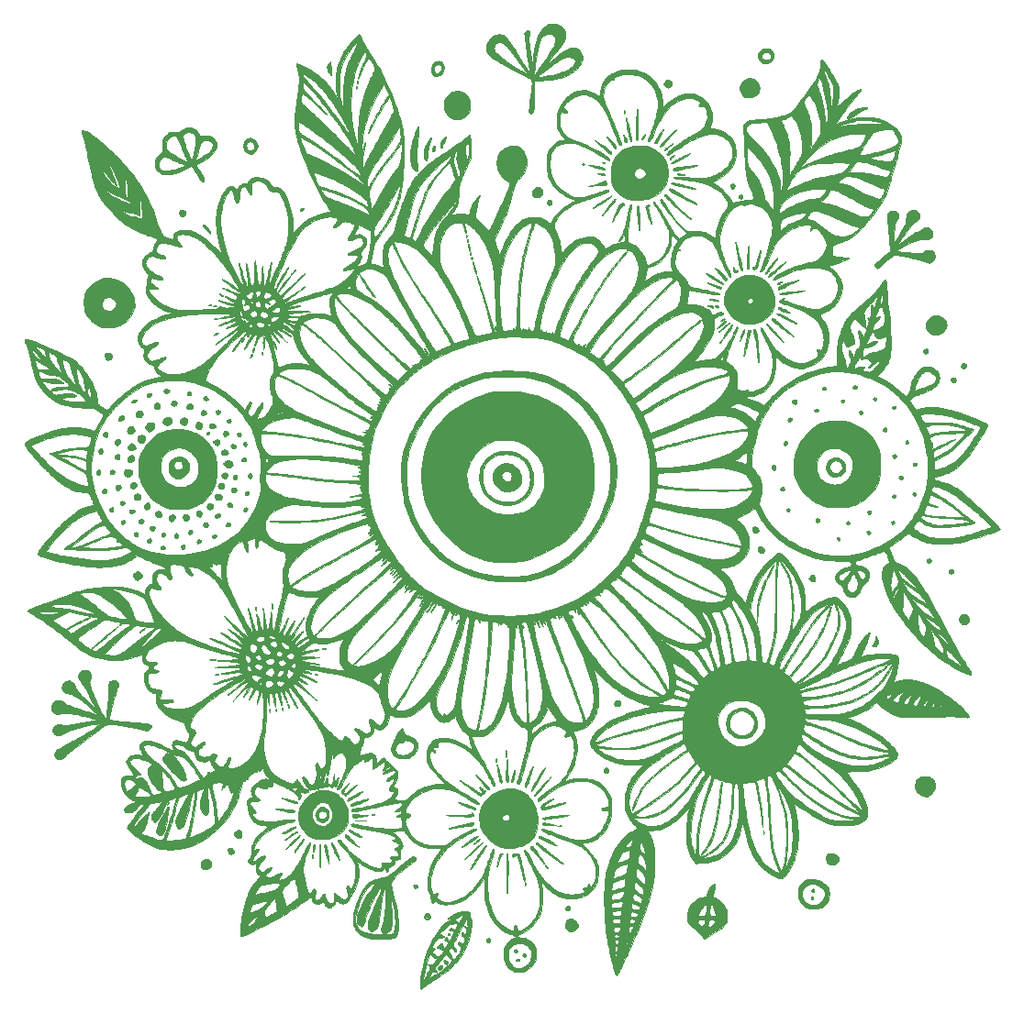
<source format=gbr>
%TF.GenerationSoftware,KiCad,Pcbnew,7.0.1*%
%TF.CreationDate,2023-09-06T22:48:18-07:00*%
%TF.ProjectId,flower_09,666c6f77-6572-45f3-9039-2e6b69636164,rev?*%
%TF.SameCoordinates,Original*%
%TF.FileFunction,Soldermask,Bot*%
%TF.FilePolarity,Negative*%
%FSLAX46Y46*%
G04 Gerber Fmt 4.6, Leading zero omitted, Abs format (unit mm)*
G04 Created by KiCad (PCBNEW 7.0.1) date 2023-09-06 22:48:18*
%MOMM*%
%LPD*%
G01*
G04 APERTURE LIST*
%ADD10C,0.010000*%
G04 APERTURE END LIST*
%TO.C,G\u002A\u002A\u002A*%
D10*
X42213523Y-51386346D02*
X42246370Y-51411033D01*
X42250500Y-51426046D01*
X42231541Y-51455391D01*
X42180124Y-51471395D01*
X42104439Y-51472545D01*
X42044125Y-51464229D01*
X42003406Y-51446908D01*
X42003526Y-51421242D01*
X42037442Y-51395245D01*
X42095760Y-51376530D01*
X42158887Y-51374204D01*
X42213523Y-51386346D01*
G36*
X42213523Y-51386346D02*
G01*
X42246370Y-51411033D01*
X42250500Y-51426046D01*
X42231541Y-51455391D01*
X42180124Y-51471395D01*
X42104439Y-51472545D01*
X42044125Y-51464229D01*
X42003406Y-51446908D01*
X42003526Y-51421242D01*
X42037442Y-51395245D01*
X42095760Y-51376530D01*
X42158887Y-51374204D01*
X42213523Y-51386346D01*
G37*
X64216630Y-109465659D02*
X64218694Y-109512476D01*
X64188821Y-109574278D01*
X64177631Y-109589396D01*
X64128681Y-109634370D01*
X64085617Y-109642851D01*
X64054838Y-109614945D01*
X64046018Y-109587184D01*
X64047773Y-109513422D01*
X64082971Y-109462084D01*
X64125658Y-109442341D01*
X64184871Y-109440167D01*
X64216630Y-109465659D01*
G36*
X64216630Y-109465659D02*
G01*
X64218694Y-109512476D01*
X64188821Y-109574278D01*
X64177631Y-109589396D01*
X64128681Y-109634370D01*
X64085617Y-109642851D01*
X64054838Y-109614945D01*
X64046018Y-109587184D01*
X64047773Y-109513422D01*
X64082971Y-109462084D01*
X64125658Y-109442341D01*
X64184871Y-109440167D01*
X64216630Y-109465659D01*
G37*
X46960065Y-55766781D02*
X46979228Y-55820189D01*
X46987878Y-55883095D01*
X46983500Y-55933323D01*
X46959980Y-55977227D01*
X46928584Y-55984071D01*
X46901085Y-55953685D01*
X46894657Y-55934611D01*
X46888740Y-55879473D01*
X46893517Y-55819923D01*
X46906269Y-55769291D01*
X46924274Y-55740904D01*
X46934523Y-55739258D01*
X46960065Y-55766781D01*
G36*
X46960065Y-55766781D02*
G01*
X46979228Y-55820189D01*
X46987878Y-55883095D01*
X46983500Y-55933323D01*
X46959980Y-55977227D01*
X46928584Y-55984071D01*
X46901085Y-55953685D01*
X46894657Y-55934611D01*
X46888740Y-55879473D01*
X46893517Y-55819923D01*
X46906269Y-55769291D01*
X46924274Y-55740904D01*
X46934523Y-55739258D01*
X46960065Y-55766781D01*
G37*
X55624647Y-31188948D02*
X55645850Y-31221461D01*
X55660778Y-31278275D01*
X55666270Y-31341469D01*
X55660168Y-31390160D01*
X55634885Y-31427000D01*
X55602177Y-31430429D01*
X55577181Y-31400852D01*
X55564469Y-31342674D01*
X55565142Y-31281085D01*
X55576695Y-31227270D01*
X55596623Y-31192412D01*
X55622421Y-31187698D01*
X55624647Y-31188948D01*
G36*
X55624647Y-31188948D02*
G01*
X55645850Y-31221461D01*
X55660778Y-31278275D01*
X55666270Y-31341469D01*
X55660168Y-31390160D01*
X55634885Y-31427000D01*
X55602177Y-31430429D01*
X55577181Y-31400852D01*
X55564469Y-31342674D01*
X55565142Y-31281085D01*
X55576695Y-31227270D01*
X55596623Y-31192412D01*
X55622421Y-31187698D01*
X55624647Y-31188948D01*
G37*
X55731023Y-30712723D02*
X55748972Y-30764559D01*
X55752808Y-30840254D01*
X55751101Y-30863566D01*
X55737202Y-30919276D01*
X55712737Y-30944167D01*
X55684719Y-30933830D01*
X55676541Y-30906005D01*
X55671262Y-30850326D01*
X55670167Y-30806389D01*
X55673254Y-30737131D01*
X55683949Y-30702121D01*
X55701514Y-30693500D01*
X55731023Y-30712723D01*
G36*
X55731023Y-30712723D02*
G01*
X55748972Y-30764559D01*
X55752808Y-30840254D01*
X55751101Y-30863566D01*
X55737202Y-30919276D01*
X55712737Y-30944167D01*
X55684719Y-30933830D01*
X55676541Y-30906005D01*
X55671262Y-30850326D01*
X55670167Y-30806389D01*
X55673254Y-30737131D01*
X55683949Y-30702121D01*
X55701514Y-30693500D01*
X55731023Y-30712723D01*
G37*
X65792362Y-44925522D02*
X65812271Y-44971404D01*
X65821542Y-45029661D01*
X65816668Y-45085391D01*
X65811071Y-45101324D01*
X65781786Y-45141989D01*
X65752166Y-45146472D01*
X65732917Y-45121005D01*
X65724367Y-45072640D01*
X65726172Y-45012661D01*
X65736122Y-44955662D01*
X65752008Y-44916240D01*
X65765321Y-44906917D01*
X65792362Y-44925522D01*
G36*
X65792362Y-44925522D02*
G01*
X65812271Y-44971404D01*
X65821542Y-45029661D01*
X65816668Y-45085391D01*
X65811071Y-45101324D01*
X65781786Y-45141989D01*
X65752166Y-45146472D01*
X65732917Y-45121005D01*
X65724367Y-45072640D01*
X65726172Y-45012661D01*
X65736122Y-44955662D01*
X65752008Y-44916240D01*
X65765321Y-44906917D01*
X65792362Y-44925522D01*
G37*
X72102568Y-80718323D02*
X72123196Y-80764213D01*
X72131813Y-80822673D01*
X72124809Y-80878958D01*
X72120312Y-80890702D01*
X72091009Y-80934379D01*
X72063984Y-80937213D01*
X72043007Y-80899086D01*
X72041427Y-80893179D01*
X72032841Y-80827816D01*
X72036863Y-80764997D01*
X72051305Y-80717914D01*
X72073541Y-80699750D01*
X72102568Y-80718323D01*
G36*
X72102568Y-80718323D02*
G01*
X72123196Y-80764213D01*
X72131813Y-80822673D01*
X72124809Y-80878958D01*
X72120312Y-80890702D01*
X72091009Y-80934379D01*
X72063984Y-80937213D01*
X72043007Y-80899086D01*
X72041427Y-80893179D01*
X72032841Y-80827816D01*
X72036863Y-80764997D01*
X72051305Y-80717914D01*
X72073541Y-80699750D01*
X72102568Y-80718323D01*
G37*
X74263099Y-80089529D02*
X74300139Y-80123469D01*
X74336146Y-80179079D01*
X74362674Y-80244133D01*
X74375479Y-80311480D01*
X74368012Y-80352041D01*
X74342576Y-80360970D01*
X74314668Y-80345288D01*
X74265722Y-80291826D01*
X74230250Y-80227248D01*
X74211915Y-80163111D01*
X74214383Y-80110971D01*
X74232561Y-80086394D01*
X74263099Y-80089529D01*
G36*
X74263099Y-80089529D02*
G01*
X74300139Y-80123469D01*
X74336146Y-80179079D01*
X74362674Y-80244133D01*
X74375479Y-80311480D01*
X74368012Y-80352041D01*
X74342576Y-80360970D01*
X74314668Y-80345288D01*
X74265722Y-80291826D01*
X74230250Y-80227248D01*
X74211915Y-80163111D01*
X74214383Y-80110971D01*
X74232561Y-80086394D01*
X74263099Y-80089529D01*
G37*
X76592885Y-38360320D02*
X76641153Y-38381885D01*
X76645108Y-38386107D01*
X76654823Y-38418098D01*
X76629638Y-38441655D01*
X76576504Y-38454725D01*
X76502369Y-38455254D01*
X76439959Y-38446729D01*
X76399512Y-38429752D01*
X76399043Y-38405712D01*
X76438049Y-38379923D01*
X76446628Y-38376476D01*
X76523173Y-38358281D01*
X76592885Y-38360320D01*
G36*
X76592885Y-38360320D02*
G01*
X76641153Y-38381885D01*
X76645108Y-38386107D01*
X76654823Y-38418098D01*
X76629638Y-38441655D01*
X76576504Y-38454725D01*
X76502369Y-38455254D01*
X76439959Y-38446729D01*
X76399512Y-38429752D01*
X76399043Y-38405712D01*
X76438049Y-38379923D01*
X76446628Y-38376476D01*
X76523173Y-38358281D01*
X76592885Y-38360320D01*
G37*
X42022181Y-63140069D02*
X42056310Y-63190069D01*
X42064556Y-63250694D01*
X42044769Y-63328344D01*
X41994717Y-63380494D01*
X41920772Y-63402852D01*
X41848334Y-63396320D01*
X41803357Y-63367757D01*
X41785261Y-63316930D01*
X41794453Y-63254614D01*
X41831344Y-63191581D01*
X41840180Y-63181797D01*
X41905878Y-63133403D01*
X41969291Y-63120337D01*
X42022181Y-63140069D01*
G36*
X42022181Y-63140069D02*
G01*
X42056310Y-63190069D01*
X42064556Y-63250694D01*
X42044769Y-63328344D01*
X41994717Y-63380494D01*
X41920772Y-63402852D01*
X41848334Y-63396320D01*
X41803357Y-63367757D01*
X41785261Y-63316930D01*
X41794453Y-63254614D01*
X41831344Y-63191581D01*
X41840180Y-63181797D01*
X41905878Y-63133403D01*
X41969291Y-63120337D01*
X42022181Y-63140069D01*
G37*
X45685281Y-54136855D02*
X45712236Y-54168997D01*
X45722042Y-54217341D01*
X45711483Y-54269513D01*
X45688572Y-54303405D01*
X45643697Y-54329230D01*
X45591947Y-54335258D01*
X45550774Y-54321185D01*
X45539408Y-54306013D01*
X45541997Y-54264149D01*
X45566786Y-54210693D01*
X45603977Y-54161766D01*
X45643770Y-54133493D01*
X45644389Y-54133291D01*
X45685281Y-54136855D01*
G36*
X45685281Y-54136855D02*
G01*
X45712236Y-54168997D01*
X45722042Y-54217341D01*
X45711483Y-54269513D01*
X45688572Y-54303405D01*
X45643697Y-54329230D01*
X45591947Y-54335258D01*
X45550774Y-54321185D01*
X45539408Y-54306013D01*
X45541997Y-54264149D01*
X45566786Y-54210693D01*
X45603977Y-54161766D01*
X45643770Y-54133493D01*
X45644389Y-54133291D01*
X45685281Y-54136855D01*
G37*
X48249481Y-88713120D02*
X48257586Y-88778167D01*
X48256764Y-88815512D01*
X48245995Y-88882994D01*
X48225341Y-88917394D01*
X48197677Y-88914565D01*
X48191719Y-88909330D01*
X48181041Y-88877667D01*
X48177230Y-88822285D01*
X48179647Y-88759618D01*
X48187655Y-88706103D01*
X48200615Y-88678174D01*
X48200700Y-88678121D01*
X48229695Y-88677752D01*
X48249481Y-88713120D01*
G36*
X48249481Y-88713120D02*
G01*
X48257586Y-88778167D01*
X48256764Y-88815512D01*
X48245995Y-88882994D01*
X48225341Y-88917394D01*
X48197677Y-88914565D01*
X48191719Y-88909330D01*
X48181041Y-88877667D01*
X48177230Y-88822285D01*
X48179647Y-88759618D01*
X48187655Y-88706103D01*
X48200615Y-88678174D01*
X48200700Y-88678121D01*
X48229695Y-88677752D01*
X48249481Y-88713120D01*
G37*
X48814693Y-88578139D02*
X48835585Y-88613759D01*
X48848728Y-88670817D01*
X48850386Y-88736955D01*
X48838451Y-88801565D01*
X48816651Y-88833521D01*
X48788375Y-88828318D01*
X48784386Y-88824663D01*
X48774717Y-88794559D01*
X48770374Y-88739472D01*
X48771014Y-88674900D01*
X48776292Y-88616340D01*
X48785865Y-88579290D01*
X48789938Y-88574407D01*
X48814693Y-88578139D01*
G36*
X48814693Y-88578139D02*
G01*
X48835585Y-88613759D01*
X48848728Y-88670817D01*
X48850386Y-88736955D01*
X48838451Y-88801565D01*
X48816651Y-88833521D01*
X48788375Y-88828318D01*
X48784386Y-88824663D01*
X48774717Y-88794559D01*
X48770374Y-88739472D01*
X48771014Y-88674900D01*
X48776292Y-88616340D01*
X48785865Y-88579290D01*
X48789938Y-88574407D01*
X48814693Y-88578139D01*
G37*
X49511156Y-81888273D02*
X49516416Y-81920072D01*
X49504218Y-81973724D01*
X49479668Y-82035264D01*
X49447877Y-82090727D01*
X49428497Y-82114244D01*
X49385988Y-82156753D01*
X49359614Y-82098869D01*
X49345096Y-82053022D01*
X49352390Y-82009854D01*
X49372131Y-81968770D01*
X49413063Y-81913430D01*
X49458805Y-81881889D01*
X49499260Y-81879994D01*
X49511156Y-81888273D01*
G36*
X49511156Y-81888273D02*
G01*
X49516416Y-81920072D01*
X49504218Y-81973724D01*
X49479668Y-82035264D01*
X49447877Y-82090727D01*
X49428497Y-82114244D01*
X49385988Y-82156753D01*
X49359614Y-82098869D01*
X49345096Y-82053022D01*
X49352390Y-82009854D01*
X49372131Y-81968770D01*
X49413063Y-81913430D01*
X49458805Y-81881889D01*
X49499260Y-81879994D01*
X49511156Y-81888273D01*
G37*
X51938079Y-85500575D02*
X51984862Y-85516941D01*
X52004378Y-85541625D01*
X52002835Y-85562254D01*
X51982368Y-85573502D01*
X51934201Y-85578044D01*
X51882886Y-85578667D01*
X51808019Y-85576136D01*
X51767722Y-85567340D01*
X51754465Y-85550478D01*
X51754334Y-85547876D01*
X51772606Y-85519815D01*
X51818373Y-85502351D01*
X51878057Y-85495824D01*
X51938079Y-85500575D01*
G36*
X51938079Y-85500575D02*
G01*
X51984862Y-85516941D01*
X52004378Y-85541625D01*
X52002835Y-85562254D01*
X51982368Y-85573502D01*
X51934201Y-85578044D01*
X51882886Y-85578667D01*
X51808019Y-85576136D01*
X51767722Y-85567340D01*
X51754465Y-85550478D01*
X51754334Y-85547876D01*
X51772606Y-85519815D01*
X51818373Y-85502351D01*
X51878057Y-85495824D01*
X51938079Y-85500575D01*
G37*
X52683508Y-83136047D02*
X52737544Y-83141596D01*
X52760106Y-83148384D01*
X52768667Y-83174535D01*
X52738880Y-83194086D01*
X52674418Y-83205561D01*
X52611584Y-83208000D01*
X52539497Y-83204706D01*
X52485361Y-83196114D01*
X52462546Y-83185425D01*
X52456514Y-83159902D01*
X52479549Y-83143880D01*
X52536243Y-83135772D01*
X52611584Y-83133917D01*
X52683508Y-83136047D01*
G36*
X52683508Y-83136047D02*
G01*
X52737544Y-83141596D01*
X52760106Y-83148384D01*
X52768667Y-83174535D01*
X52738880Y-83194086D01*
X52674418Y-83205561D01*
X52611584Y-83208000D01*
X52539497Y-83204706D01*
X52485361Y-83196114D01*
X52462546Y-83185425D01*
X52456514Y-83159902D01*
X52479549Y-83143880D01*
X52536243Y-83135772D01*
X52611584Y-83133917D01*
X52683508Y-83136047D01*
G37*
X66185352Y-46586773D02*
X66202816Y-46632540D01*
X66209343Y-46692223D01*
X66204592Y-46752245D01*
X66188226Y-46799028D01*
X66163542Y-46818544D01*
X66142913Y-46817002D01*
X66131665Y-46796534D01*
X66127123Y-46748368D01*
X66126500Y-46697052D01*
X66129031Y-46622186D01*
X66137827Y-46581888D01*
X66154689Y-46568631D01*
X66157291Y-46568500D01*
X66185352Y-46586773D01*
G36*
X66185352Y-46586773D02*
G01*
X66202816Y-46632540D01*
X66209343Y-46692223D01*
X66204592Y-46752245D01*
X66188226Y-46799028D01*
X66163542Y-46818544D01*
X66142913Y-46817002D01*
X66131665Y-46796534D01*
X66127123Y-46748368D01*
X66126500Y-46697052D01*
X66129031Y-46622186D01*
X66137827Y-46581888D01*
X66154689Y-46568631D01*
X66157291Y-46568500D01*
X66185352Y-46586773D01*
G37*
X68456912Y-53402843D02*
X68471247Y-53451785D01*
X68476000Y-53521268D01*
X68471183Y-53621334D01*
X68456863Y-53681750D01*
X68433667Y-53701667D01*
X68412769Y-53684807D01*
X68404181Y-53668186D01*
X68394837Y-53619389D01*
X68391938Y-53550902D01*
X68395060Y-53480239D01*
X68403782Y-53424914D01*
X68410458Y-53407913D01*
X68435724Y-53386620D01*
X68456912Y-53402843D01*
G36*
X68456912Y-53402843D02*
G01*
X68471247Y-53451785D01*
X68476000Y-53521268D01*
X68471183Y-53621334D01*
X68456863Y-53681750D01*
X68433667Y-53701667D01*
X68412769Y-53684807D01*
X68404181Y-53668186D01*
X68394837Y-53619389D01*
X68391938Y-53550902D01*
X68395060Y-53480239D01*
X68403782Y-53424914D01*
X68410458Y-53407913D01*
X68435724Y-53386620D01*
X68456912Y-53402843D01*
G37*
X71205043Y-104752661D02*
X71227097Y-104796572D01*
X71243780Y-104850371D01*
X71248834Y-104890201D01*
X71236269Y-104946789D01*
X71219870Y-104977686D01*
X71196584Y-105004532D01*
X71180370Y-104996014D01*
X71166953Y-104972540D01*
X71149629Y-104919076D01*
X71143928Y-104855234D01*
X71148884Y-104794340D01*
X71163533Y-104749723D01*
X71184201Y-104734500D01*
X71205043Y-104752661D01*
G36*
X71205043Y-104752661D02*
G01*
X71227097Y-104796572D01*
X71243780Y-104850371D01*
X71248834Y-104890201D01*
X71236269Y-104946789D01*
X71219870Y-104977686D01*
X71196584Y-105004532D01*
X71180370Y-104996014D01*
X71166953Y-104972540D01*
X71149629Y-104919076D01*
X71143928Y-104855234D01*
X71148884Y-104794340D01*
X71163533Y-104749723D01*
X71184201Y-104734500D01*
X71205043Y-104752661D01*
G37*
X80380110Y-33463822D02*
X80399512Y-33510658D01*
X80409486Y-33571984D01*
X80408429Y-33634107D01*
X80394738Y-33683334D01*
X80382601Y-33698876D01*
X80357907Y-33710728D01*
X80339249Y-33690656D01*
X80328557Y-33665375D01*
X80318213Y-33614022D01*
X80317665Y-33552342D01*
X80325347Y-33494513D01*
X80339693Y-33454710D01*
X80352885Y-33445167D01*
X80380110Y-33463822D01*
G36*
X80380110Y-33463822D02*
G01*
X80399512Y-33510658D01*
X80409486Y-33571984D01*
X80408429Y-33634107D01*
X80394738Y-33683334D01*
X80382601Y-33698876D01*
X80357907Y-33710728D01*
X80339249Y-33690656D01*
X80328557Y-33665375D01*
X80318213Y-33614022D01*
X80317665Y-33552342D01*
X80325347Y-33494513D01*
X80339693Y-33454710D01*
X80352885Y-33445167D01*
X80380110Y-33463822D01*
G37*
X97687778Y-106044057D02*
X97731656Y-106089867D01*
X97762531Y-106149058D01*
X97770667Y-106193621D01*
X97755575Y-106257223D01*
X97717255Y-106293896D01*
X97666143Y-106298729D01*
X97613461Y-106267603D01*
X97578650Y-106213116D01*
X97565353Y-106149704D01*
X97572174Y-106089343D01*
X97597714Y-106044008D01*
X97640578Y-106025676D01*
X97641677Y-106025667D01*
X97687778Y-106044057D01*
G36*
X97687778Y-106044057D02*
G01*
X97731656Y-106089867D01*
X97762531Y-106149058D01*
X97770667Y-106193621D01*
X97755575Y-106257223D01*
X97717255Y-106293896D01*
X97666143Y-106298729D01*
X97613461Y-106267603D01*
X97578650Y-106213116D01*
X97565353Y-106149704D01*
X97572174Y-106089343D01*
X97597714Y-106044008D01*
X97640578Y-106025676D01*
X97641677Y-106025667D01*
X97687778Y-106044057D01*
G37*
X106494299Y-63967942D02*
X106518599Y-64017546D01*
X106527462Y-64105543D01*
X106496171Y-64185958D01*
X106465919Y-64220914D01*
X106405902Y-64258622D01*
X106351802Y-64254424D01*
X106317683Y-64226792D01*
X106281442Y-64159674D01*
X106273067Y-64084330D01*
X106290102Y-64012948D01*
X106330091Y-63957715D01*
X106376798Y-63933387D01*
X106445211Y-63932003D01*
X106494299Y-63967942D01*
G36*
X106494299Y-63967942D02*
G01*
X106518599Y-64017546D01*
X106527462Y-64105543D01*
X106496171Y-64185958D01*
X106465919Y-64220914D01*
X106405902Y-64258622D01*
X106351802Y-64254424D01*
X106317683Y-64226792D01*
X106281442Y-64159674D01*
X106273067Y-64084330D01*
X106290102Y-64012948D01*
X106330091Y-63957715D01*
X106376798Y-63933387D01*
X106445211Y-63932003D01*
X106494299Y-63967942D01*
G37*
X107115133Y-68718235D02*
X107189430Y-68747096D01*
X107229892Y-68799840D01*
X107240634Y-68870008D01*
X107223072Y-68944531D01*
X107177479Y-68997450D01*
X107114489Y-69024108D01*
X107044736Y-69019850D01*
X106982158Y-68983176D01*
X106942491Y-68922430D01*
X106936142Y-68855162D01*
X106957973Y-68791611D01*
X107002845Y-68742017D01*
X107065618Y-68716618D01*
X107115133Y-68718235D01*
G36*
X107115133Y-68718235D02*
G01*
X107189430Y-68747096D01*
X107229892Y-68799840D01*
X107240634Y-68870008D01*
X107223072Y-68944531D01*
X107177479Y-68997450D01*
X107114489Y-69024108D01*
X107044736Y-69019850D01*
X106982158Y-68983176D01*
X106942491Y-68922430D01*
X106936142Y-68855162D01*
X106957973Y-68791611D01*
X107002845Y-68742017D01*
X107065618Y-68716618D01*
X107115133Y-68718235D01*
G37*
X38298433Y-97354611D02*
X38313225Y-97392529D01*
X38313500Y-97401070D01*
X38301769Y-97439467D01*
X38272064Y-97489666D01*
X38232619Y-97541667D01*
X38191669Y-97585468D01*
X38157448Y-97611067D01*
X38140240Y-97611518D01*
X38137622Y-97583367D01*
X38150187Y-97532058D01*
X38172862Y-97471604D01*
X38200573Y-97416021D01*
X38222088Y-97385426D01*
X38265848Y-97351865D01*
X38298433Y-97354611D01*
G36*
X38298433Y-97354611D02*
G01*
X38313225Y-97392529D01*
X38313500Y-97401070D01*
X38301769Y-97439467D01*
X38272064Y-97489666D01*
X38232619Y-97541667D01*
X38191669Y-97585468D01*
X38157448Y-97611067D01*
X38140240Y-97611518D01*
X38137622Y-97583367D01*
X38150187Y-97532058D01*
X38172862Y-97471604D01*
X38200573Y-97416021D01*
X38222088Y-97385426D01*
X38265848Y-97351865D01*
X38298433Y-97354611D01*
G37*
X42733891Y-52669920D02*
X42792017Y-52682723D01*
X42820340Y-52701291D01*
X42815650Y-52720239D01*
X42782102Y-52732887D01*
X42721571Y-52740581D01*
X42649152Y-52743024D01*
X42579939Y-52739918D01*
X42529025Y-52730967D01*
X42517836Y-52726106D01*
X42494148Y-52701378D01*
X42509979Y-52682196D01*
X42562742Y-52669731D01*
X42649849Y-52665152D01*
X42652667Y-52665148D01*
X42733891Y-52669920D01*
G36*
X42733891Y-52669920D02*
G01*
X42792017Y-52682723D01*
X42820340Y-52701291D01*
X42815650Y-52720239D01*
X42782102Y-52732887D01*
X42721571Y-52740581D01*
X42649152Y-52743024D01*
X42579939Y-52739918D01*
X42529025Y-52730967D01*
X42517836Y-52726106D01*
X42494148Y-52701378D01*
X42509979Y-52682196D01*
X42562742Y-52669731D01*
X42649849Y-52665152D01*
X42652667Y-52665148D01*
X42733891Y-52669920D01*
G37*
X42833727Y-85500441D02*
X42886397Y-85516856D01*
X42902359Y-85542452D01*
X42897546Y-85555134D01*
X42869092Y-85568329D01*
X42813121Y-85575881D01*
X42744085Y-85577685D01*
X42676436Y-85573640D01*
X42624627Y-85563643D01*
X42610334Y-85557176D01*
X42592838Y-85533519D01*
X42612672Y-85513706D01*
X42664859Y-85499998D01*
X42744425Y-85494656D01*
X42747917Y-85494648D01*
X42833727Y-85500441D01*
G36*
X42833727Y-85500441D02*
G01*
X42886397Y-85516856D01*
X42902359Y-85542452D01*
X42897546Y-85555134D01*
X42869092Y-85568329D01*
X42813121Y-85575881D01*
X42744085Y-85577685D01*
X42676436Y-85573640D01*
X42624627Y-85563643D01*
X42610334Y-85557176D01*
X42592838Y-85533519D01*
X42612672Y-85513706D01*
X42664859Y-85499998D01*
X42744425Y-85494656D01*
X42747917Y-85494648D01*
X42833727Y-85500441D01*
G37*
X46370236Y-79332180D02*
X46389004Y-79380342D01*
X46398563Y-79445252D01*
X46397393Y-79514344D01*
X46383973Y-79575052D01*
X46377255Y-79589892D01*
X46350471Y-79626352D01*
X46331143Y-79621526D01*
X46319200Y-79575278D01*
X46314569Y-79487472D01*
X46314500Y-79472084D01*
X46316466Y-79386585D01*
X46323189Y-79336562D01*
X46335907Y-79315304D01*
X46343781Y-79313334D01*
X46370236Y-79332180D01*
G36*
X46370236Y-79332180D02*
G01*
X46389004Y-79380342D01*
X46398563Y-79445252D01*
X46397393Y-79514344D01*
X46383973Y-79575052D01*
X46377255Y-79589892D01*
X46350471Y-79626352D01*
X46331143Y-79621526D01*
X46319200Y-79575278D01*
X46314569Y-79487472D01*
X46314500Y-79472084D01*
X46316466Y-79386585D01*
X46323189Y-79336562D01*
X46335907Y-79315304D01*
X46343781Y-79313334D01*
X46370236Y-79332180D01*
G37*
X47653314Y-88705566D02*
X47665144Y-88765550D01*
X47668843Y-88831311D01*
X47664587Y-88917599D01*
X47652999Y-88977556D01*
X47636720Y-89007645D01*
X47618392Y-89004331D01*
X47600656Y-88964078D01*
X47593435Y-88932243D01*
X47587530Y-88868363D01*
X47589208Y-88795033D01*
X47597151Y-88727634D01*
X47610042Y-88681548D01*
X47615621Y-88673157D01*
X47635922Y-88672139D01*
X47653314Y-88705566D01*
G36*
X47653314Y-88705566D02*
G01*
X47665144Y-88765550D01*
X47668843Y-88831311D01*
X47664587Y-88917599D01*
X47652999Y-88977556D01*
X47636720Y-89007645D01*
X47618392Y-89004331D01*
X47600656Y-88964078D01*
X47593435Y-88932243D01*
X47587530Y-88868363D01*
X47589208Y-88795033D01*
X47597151Y-88727634D01*
X47610042Y-88681548D01*
X47615621Y-88673157D01*
X47635922Y-88672139D01*
X47653314Y-88705566D01*
G37*
X65043205Y-80493714D02*
X65040884Y-80542107D01*
X65011640Y-80622309D01*
X64977654Y-80692426D01*
X64932411Y-80768880D01*
X64891735Y-80817894D01*
X64859597Y-80836700D01*
X64839967Y-80822533D01*
X64835798Y-80791261D01*
X64847000Y-80726318D01*
X64875283Y-80652116D01*
X64914270Y-80579604D01*
X64957587Y-80519729D01*
X64998857Y-80483440D01*
X65018531Y-80477500D01*
X65043205Y-80493714D01*
G36*
X65043205Y-80493714D02*
G01*
X65040884Y-80542107D01*
X65011640Y-80622309D01*
X64977654Y-80692426D01*
X64932411Y-80768880D01*
X64891735Y-80817894D01*
X64859597Y-80836700D01*
X64839967Y-80822533D01*
X64835798Y-80791261D01*
X64847000Y-80726318D01*
X64875283Y-80652116D01*
X64914270Y-80579604D01*
X64957587Y-80519729D01*
X64998857Y-80483440D01*
X65018531Y-80477500D01*
X65043205Y-80493714D01*
G37*
X65882577Y-45307784D02*
X65903132Y-45345566D01*
X65913572Y-45416759D01*
X65914509Y-45450227D01*
X65909628Y-45541250D01*
X65894881Y-45597679D01*
X65872500Y-45616000D01*
X65851602Y-45599140D01*
X65843015Y-45582519D01*
X65833514Y-45535308D01*
X65830172Y-45469894D01*
X65832423Y-45400791D01*
X65839705Y-45342510D01*
X65851453Y-45309566D01*
X65853700Y-45307621D01*
X65882577Y-45307784D01*
G36*
X65882577Y-45307784D02*
G01*
X65903132Y-45345566D01*
X65913572Y-45416759D01*
X65914509Y-45450227D01*
X65909628Y-45541250D01*
X65894881Y-45597679D01*
X65872500Y-45616000D01*
X65851602Y-45599140D01*
X65843015Y-45582519D01*
X65833514Y-45535308D01*
X65830172Y-45469894D01*
X65832423Y-45400791D01*
X65839705Y-45342510D01*
X65851453Y-45309566D01*
X65853700Y-45307621D01*
X65882577Y-45307784D01*
G37*
X66278624Y-46968252D02*
X66299113Y-47015250D01*
X66311037Y-47076611D01*
X66312183Y-47138452D01*
X66300338Y-47186888D01*
X66291600Y-47199267D01*
X66259022Y-47222175D01*
X66237356Y-47209444D01*
X66221743Y-47157854D01*
X66220664Y-47152238D01*
X66215646Y-47091262D01*
X66219912Y-47028083D01*
X66231339Y-46976534D01*
X66247803Y-46950449D01*
X66251784Y-46949500D01*
X66278624Y-46968252D01*
G36*
X66278624Y-46968252D02*
G01*
X66299113Y-47015250D01*
X66311037Y-47076611D01*
X66312183Y-47138452D01*
X66300338Y-47186888D01*
X66291600Y-47199267D01*
X66259022Y-47222175D01*
X66237356Y-47209444D01*
X66221743Y-47157854D01*
X66220664Y-47152238D01*
X66215646Y-47091262D01*
X66219912Y-47028083D01*
X66231339Y-46976534D01*
X66247803Y-46950449D01*
X66251784Y-46949500D01*
X66278624Y-46968252D01*
G37*
X70383280Y-110935778D02*
X70419644Y-110964156D01*
X70459414Y-111032169D01*
X70462800Y-111104559D01*
X70430317Y-111169491D01*
X70409896Y-111188797D01*
X70335203Y-111227111D01*
X70263101Y-111223922D01*
X70214076Y-111195625D01*
X70177843Y-111148021D01*
X70156449Y-111091195D01*
X70160803Y-111021328D01*
X70196054Y-110965837D01*
X70251810Y-110929739D01*
X70317682Y-110918048D01*
X70383280Y-110935778D01*
G36*
X70383280Y-110935778D02*
G01*
X70419644Y-110964156D01*
X70459414Y-111032169D01*
X70462800Y-111104559D01*
X70430317Y-111169491D01*
X70409896Y-111188797D01*
X70335203Y-111227111D01*
X70263101Y-111223922D01*
X70214076Y-111195625D01*
X70177843Y-111148021D01*
X70156449Y-111091195D01*
X70160803Y-111021328D01*
X70196054Y-110965837D01*
X70251810Y-110929739D01*
X70317682Y-110918048D01*
X70383280Y-110935778D01*
G37*
X70591514Y-111815937D02*
X70640599Y-111851674D01*
X70656167Y-111910000D01*
X70641142Y-111969436D01*
X70615225Y-111993922D01*
X70552749Y-112011493D01*
X70476413Y-112013219D01*
X70409751Y-111999201D01*
X70396875Y-111992971D01*
X70366893Y-111954321D01*
X70360328Y-111899913D01*
X70376733Y-111848955D01*
X70400775Y-111826078D01*
X70451816Y-111810072D01*
X70508000Y-111804167D01*
X70591514Y-111815937D01*
G36*
X70591514Y-111815937D02*
G01*
X70640599Y-111851674D01*
X70656167Y-111910000D01*
X70641142Y-111969436D01*
X70615225Y-111993922D01*
X70552749Y-112011493D01*
X70476413Y-112013219D01*
X70409751Y-111999201D01*
X70396875Y-111992971D01*
X70366893Y-111954321D01*
X70360328Y-111899913D01*
X70376733Y-111848955D01*
X70400775Y-111826078D01*
X70451816Y-111810072D01*
X70508000Y-111804167D01*
X70591514Y-111815937D01*
G37*
X75429739Y-80062092D02*
X75466546Y-80091244D01*
X75508731Y-80136631D01*
X75547936Y-80188314D01*
X75575805Y-80236355D01*
X75584093Y-80270132D01*
X75564735Y-80314666D01*
X75529819Y-80321046D01*
X75497105Y-80298915D01*
X75469690Y-80259923D01*
X75441745Y-80202901D01*
X75418404Y-80141462D01*
X75404803Y-80089220D01*
X75406074Y-80059788D01*
X75406665Y-80059113D01*
X75429739Y-80062092D01*
G36*
X75429739Y-80062092D02*
G01*
X75466546Y-80091244D01*
X75508731Y-80136631D01*
X75547936Y-80188314D01*
X75575805Y-80236355D01*
X75584093Y-80270132D01*
X75564735Y-80314666D01*
X75529819Y-80321046D01*
X75497105Y-80298915D01*
X75469690Y-80259923D01*
X75441745Y-80202901D01*
X75418404Y-80141462D01*
X75404803Y-80089220D01*
X75406074Y-80059788D01*
X75406665Y-80059113D01*
X75429739Y-80062092D01*
G37*
X76062594Y-79721128D02*
X76096909Y-79768293D01*
X76124634Y-79827852D01*
X76141396Y-79888022D01*
X76142821Y-79937018D01*
X76124537Y-79963056D01*
X76124390Y-79963108D01*
X76097677Y-79953142D01*
X76059784Y-79917846D01*
X76045015Y-79899831D01*
X76010845Y-79841333D01*
X75992101Y-79781807D01*
X75989771Y-79731761D01*
X76004842Y-79701704D01*
X76026062Y-79698142D01*
X76062594Y-79721128D01*
G36*
X76062594Y-79721128D02*
G01*
X76096909Y-79768293D01*
X76124634Y-79827852D01*
X76141396Y-79888022D01*
X76142821Y-79937018D01*
X76124537Y-79963056D01*
X76124390Y-79963108D01*
X76097677Y-79953142D01*
X76059784Y-79917846D01*
X76045015Y-79899831D01*
X76010845Y-79841333D01*
X75992101Y-79781807D01*
X75989771Y-79731761D01*
X76004842Y-79701704D01*
X76026062Y-79698142D01*
X76062594Y-79721128D01*
G37*
X78357528Y-38199907D02*
X78434585Y-38229125D01*
X78440187Y-38231869D01*
X78498423Y-38266727D01*
X78537977Y-38301637D01*
X78547594Y-38318792D01*
X78536596Y-38346541D01*
X78498234Y-38358883D01*
X78444250Y-38356615D01*
X78386390Y-38340535D01*
X78336396Y-38311441D01*
X78328121Y-38303879D01*
X78285705Y-38249864D01*
X78279116Y-38212829D01*
X78304381Y-38195326D01*
X78357528Y-38199907D01*
G36*
X78357528Y-38199907D02*
G01*
X78434585Y-38229125D01*
X78440187Y-38231869D01*
X78498423Y-38266727D01*
X78537977Y-38301637D01*
X78547594Y-38318792D01*
X78536596Y-38346541D01*
X78498234Y-38358883D01*
X78444250Y-38356615D01*
X78386390Y-38340535D01*
X78336396Y-38311441D01*
X78328121Y-38303879D01*
X78285705Y-38249864D01*
X78279116Y-38212829D01*
X78304381Y-38195326D01*
X78357528Y-38199907D01*
G37*
X93206757Y-99984199D02*
X93222358Y-100041366D01*
X93229404Y-100115129D01*
X93227909Y-100193058D01*
X93217886Y-100262724D01*
X93199350Y-100311699D01*
X93182168Y-100326750D01*
X93169206Y-100318935D01*
X93161057Y-100281861D01*
X93157045Y-100210671D01*
X93156334Y-100141334D01*
X93157882Y-100045115D01*
X93163016Y-99985969D01*
X93172466Y-99958733D01*
X93182586Y-99956056D01*
X93206757Y-99984199D01*
G36*
X93206757Y-99984199D02*
G01*
X93222358Y-100041366D01*
X93229404Y-100115129D01*
X93227909Y-100193058D01*
X93217886Y-100262724D01*
X93199350Y-100311699D01*
X93182168Y-100326750D01*
X93169206Y-100318935D01*
X93161057Y-100281861D01*
X93157045Y-100210671D01*
X93156334Y-100141334D01*
X93157882Y-100045115D01*
X93163016Y-99985969D01*
X93172466Y-99958733D01*
X93182586Y-99956056D01*
X93206757Y-99984199D01*
G37*
X100552382Y-60153232D02*
X100610063Y-60198481D01*
X100638025Y-60263915D01*
X100630445Y-60341367D01*
X100625817Y-60353673D01*
X100580192Y-60417837D01*
X100516304Y-60447706D01*
X100443505Y-60441071D01*
X100387605Y-60409964D01*
X100344126Y-60353763D01*
X100331498Y-60287209D01*
X100346270Y-60221655D01*
X100384988Y-60168456D01*
X100444200Y-60138964D01*
X100470808Y-60136334D01*
X100552382Y-60153232D01*
G36*
X100552382Y-60153232D02*
G01*
X100610063Y-60198481D01*
X100638025Y-60263915D01*
X100630445Y-60341367D01*
X100625817Y-60353673D01*
X100580192Y-60417837D01*
X100516304Y-60447706D01*
X100443505Y-60441071D01*
X100387605Y-60409964D01*
X100344126Y-60353763D01*
X100331498Y-60287209D01*
X100346270Y-60221655D01*
X100384988Y-60168456D01*
X100444200Y-60138964D01*
X100470808Y-60136334D01*
X100552382Y-60153232D01*
G37*
X37899131Y-72463619D02*
X37971864Y-72498085D01*
X38009379Y-72554890D01*
X38011083Y-72632018D01*
X37976531Y-72727172D01*
X37919579Y-72805200D01*
X37850701Y-72847114D01*
X37776533Y-72851483D01*
X37703715Y-72816881D01*
X37676409Y-72791762D01*
X37628785Y-72716221D01*
X37617668Y-72638901D01*
X37638192Y-72566973D01*
X37685486Y-72507610D01*
X37754685Y-72467984D01*
X37840918Y-72455268D01*
X37899131Y-72463619D01*
G36*
X37899131Y-72463619D02*
G01*
X37971864Y-72498085D01*
X38009379Y-72554890D01*
X38011083Y-72632018D01*
X37976531Y-72727172D01*
X37919579Y-72805200D01*
X37850701Y-72847114D01*
X37776533Y-72851483D01*
X37703715Y-72816881D01*
X37676409Y-72791762D01*
X37628785Y-72716221D01*
X37617668Y-72638901D01*
X37638192Y-72566973D01*
X37685486Y-72507610D01*
X37754685Y-72467984D01*
X37840918Y-72455268D01*
X37899131Y-72463619D01*
G37*
X42625673Y-51483816D02*
X42679211Y-51493976D01*
X42695000Y-51500658D01*
X42712495Y-51524315D01*
X42692662Y-51544128D01*
X42640474Y-51557836D01*
X42560908Y-51563178D01*
X42557417Y-51563185D01*
X42489161Y-51559184D01*
X42435623Y-51549024D01*
X42419834Y-51542343D01*
X42402338Y-51518685D01*
X42422172Y-51498872D01*
X42474359Y-51485164D01*
X42553925Y-51479823D01*
X42557417Y-51479815D01*
X42625673Y-51483816D01*
G36*
X42625673Y-51483816D02*
G01*
X42679211Y-51493976D01*
X42695000Y-51500658D01*
X42712495Y-51524315D01*
X42692662Y-51544128D01*
X42640474Y-51557836D01*
X42560908Y-51563178D01*
X42557417Y-51563185D01*
X42489161Y-51559184D01*
X42435623Y-51549024D01*
X42419834Y-51542343D01*
X42402338Y-51518685D01*
X42422172Y-51498872D01*
X42474359Y-51485164D01*
X42553925Y-51479823D01*
X42557417Y-51479815D01*
X42625673Y-51483816D01*
G37*
X43048013Y-50385594D02*
X43114169Y-50404839D01*
X43186956Y-50438674D01*
X43254506Y-50479913D01*
X43304949Y-50521371D01*
X43326129Y-50553950D01*
X43318769Y-50581927D01*
X43280219Y-50587001D01*
X43208569Y-50569218D01*
X43175631Y-50557718D01*
X43095211Y-50522074D01*
X43031802Y-50482706D01*
X42988906Y-50444336D01*
X42970023Y-50411685D01*
X42978653Y-50389475D01*
X43018297Y-50382428D01*
X43048013Y-50385594D01*
G36*
X43048013Y-50385594D02*
G01*
X43114169Y-50404839D01*
X43186956Y-50438674D01*
X43254506Y-50479913D01*
X43304949Y-50521371D01*
X43326129Y-50553950D01*
X43318769Y-50581927D01*
X43280219Y-50587001D01*
X43208569Y-50569218D01*
X43175631Y-50557718D01*
X43095211Y-50522074D01*
X43031802Y-50482706D01*
X42988906Y-50444336D01*
X42970023Y-50411685D01*
X42978653Y-50389475D01*
X43018297Y-50382428D01*
X43048013Y-50385594D01*
G37*
X45495507Y-70134109D02*
X45515793Y-70148049D01*
X45559492Y-70206378D01*
X45571812Y-70279456D01*
X45555033Y-70356359D01*
X45511437Y-70426161D01*
X45447360Y-70475892D01*
X45365937Y-70504721D01*
X45299921Y-70496730D01*
X45256167Y-70465667D01*
X45219553Y-70401536D01*
X45213480Y-70322440D01*
X45237167Y-70241897D01*
X45272042Y-70190782D01*
X45346029Y-70131909D01*
X45422010Y-70112756D01*
X45495507Y-70134109D01*
G36*
X45495507Y-70134109D02*
G01*
X45515793Y-70148049D01*
X45559492Y-70206378D01*
X45571812Y-70279456D01*
X45555033Y-70356359D01*
X45511437Y-70426161D01*
X45447360Y-70475892D01*
X45365937Y-70504721D01*
X45299921Y-70496730D01*
X45256167Y-70465667D01*
X45219553Y-70401536D01*
X45213480Y-70322440D01*
X45237167Y-70241897D01*
X45272042Y-70190782D01*
X45346029Y-70131909D01*
X45422010Y-70112756D01*
X45495507Y-70134109D01*
G37*
X45646538Y-68632118D02*
X45688411Y-68677181D01*
X45700667Y-68744226D01*
X45686441Y-68834901D01*
X45648501Y-68910829D01*
X45593950Y-68967143D01*
X45529891Y-68998976D01*
X45463429Y-69001462D01*
X45401667Y-68969734D01*
X45389289Y-68957542D01*
X45339875Y-68883910D01*
X45330455Y-68810071D01*
X45351649Y-68743083D01*
X45407291Y-68672700D01*
X45490407Y-68629235D01*
X45574856Y-68617111D01*
X45646538Y-68632118D01*
G36*
X45646538Y-68632118D02*
G01*
X45688411Y-68677181D01*
X45700667Y-68744226D01*
X45686441Y-68834901D01*
X45648501Y-68910829D01*
X45593950Y-68967143D01*
X45529891Y-68998976D01*
X45463429Y-69001462D01*
X45401667Y-68969734D01*
X45389289Y-68957542D01*
X45339875Y-68883910D01*
X45330455Y-68810071D01*
X45351649Y-68743083D01*
X45407291Y-68672700D01*
X45490407Y-68629235D01*
X45574856Y-68617111D01*
X45646538Y-68632118D01*
G37*
X50840577Y-49699978D02*
X50824494Y-49735012D01*
X50777631Y-49798694D01*
X50731621Y-49854378D01*
X50658233Y-49935014D01*
X50603450Y-49981100D01*
X50564281Y-49994496D01*
X50537731Y-49977061D01*
X50536723Y-49975480D01*
X50542865Y-49948990D01*
X50574048Y-49904161D01*
X50622450Y-49849341D01*
X50680249Y-49792879D01*
X50739623Y-49743122D01*
X50780669Y-49715116D01*
X50825947Y-49693408D01*
X50840577Y-49699978D01*
G36*
X50840577Y-49699978D02*
G01*
X50824494Y-49735012D01*
X50777631Y-49798694D01*
X50731621Y-49854378D01*
X50658233Y-49935014D01*
X50603450Y-49981100D01*
X50564281Y-49994496D01*
X50537731Y-49977061D01*
X50536723Y-49975480D01*
X50542865Y-49948990D01*
X50574048Y-49904161D01*
X50622450Y-49849341D01*
X50680249Y-49792879D01*
X50739623Y-49743122D01*
X50780669Y-49715116D01*
X50825947Y-49693408D01*
X50840577Y-49699978D01*
G37*
X57070365Y-61673468D02*
X57118004Y-61704781D01*
X57148245Y-61742131D01*
X57151834Y-61757095D01*
X57133580Y-61790406D01*
X57087971Y-61825882D01*
X57028733Y-61855473D01*
X56969594Y-61871127D01*
X56956042Y-61871921D01*
X56912950Y-61864797D01*
X56898450Y-61836205D01*
X56897834Y-61821938D01*
X56911585Y-61767624D01*
X56945385Y-61712974D01*
X56988052Y-61672581D01*
X57021660Y-61660334D01*
X57070365Y-61673468D01*
G36*
X57070365Y-61673468D02*
G01*
X57118004Y-61704781D01*
X57148245Y-61742131D01*
X57151834Y-61757095D01*
X57133580Y-61790406D01*
X57087971Y-61825882D01*
X57028733Y-61855473D01*
X56969594Y-61871127D01*
X56956042Y-61871921D01*
X56912950Y-61864797D01*
X56898450Y-61836205D01*
X56897834Y-61821938D01*
X56911585Y-61767624D01*
X56945385Y-61712974D01*
X56988052Y-61672581D01*
X57021660Y-61660334D01*
X57070365Y-61673468D01*
G37*
X57222009Y-98412852D02*
X57278966Y-98431497D01*
X57299982Y-98460075D01*
X57300000Y-98461052D01*
X57288788Y-98477377D01*
X57250674Y-98486641D01*
X57178940Y-98490184D01*
X57153083Y-98490334D01*
X57078122Y-98487635D01*
X57021092Y-98480549D01*
X56993985Y-98470588D01*
X56993740Y-98470229D01*
X56998329Y-98445918D01*
X57034151Y-98423901D01*
X57090195Y-98409204D01*
X57134567Y-98405956D01*
X57222009Y-98412852D01*
G36*
X57222009Y-98412852D02*
G01*
X57278966Y-98431497D01*
X57299982Y-98460075D01*
X57300000Y-98461052D01*
X57288788Y-98477377D01*
X57250674Y-98486641D01*
X57178940Y-98490184D01*
X57153083Y-98490334D01*
X57078122Y-98487635D01*
X57021092Y-98480549D01*
X56993985Y-98470588D01*
X56993740Y-98470229D01*
X56998329Y-98445918D01*
X57034151Y-98423901D01*
X57090195Y-98409204D01*
X57134567Y-98405956D01*
X57222009Y-98412852D01*
G37*
X61490549Y-78134740D02*
X61484335Y-78193871D01*
X61452551Y-78284551D01*
X61447038Y-78296953D01*
X61396459Y-78391819D01*
X61348383Y-78449097D01*
X61307803Y-78466667D01*
X61284101Y-78449183D01*
X61279334Y-78427618D01*
X61288559Y-78389962D01*
X61312788Y-78328218D01*
X61346849Y-78255514D01*
X61348125Y-78252993D01*
X61399982Y-78166283D01*
X61443952Y-78118981D01*
X61475615Y-78109122D01*
X61490549Y-78134740D01*
G36*
X61490549Y-78134740D02*
G01*
X61484335Y-78193871D01*
X61452551Y-78284551D01*
X61447038Y-78296953D01*
X61396459Y-78391819D01*
X61348383Y-78449097D01*
X61307803Y-78466667D01*
X61284101Y-78449183D01*
X61279334Y-78427618D01*
X61288559Y-78389962D01*
X61312788Y-78328218D01*
X61346849Y-78255514D01*
X61348125Y-78252993D01*
X61399982Y-78166283D01*
X61443952Y-78118981D01*
X61475615Y-78109122D01*
X61490549Y-78134740D01*
G37*
X61675370Y-78328829D02*
X61687280Y-78344959D01*
X61686307Y-78390895D01*
X61664859Y-78451085D01*
X61629733Y-78507399D01*
X61623830Y-78514253D01*
X61580560Y-78541970D01*
X61529166Y-78550818D01*
X61488250Y-78538759D01*
X61480300Y-78529977D01*
X61475731Y-78487181D01*
X61496009Y-78429058D01*
X61535907Y-78370083D01*
X61539456Y-78366125D01*
X61585908Y-78332313D01*
X61636041Y-78319190D01*
X61675370Y-78328829D01*
G36*
X61675370Y-78328829D02*
G01*
X61687280Y-78344959D01*
X61686307Y-78390895D01*
X61664859Y-78451085D01*
X61629733Y-78507399D01*
X61623830Y-78514253D01*
X61580560Y-78541970D01*
X61529166Y-78550818D01*
X61488250Y-78538759D01*
X61480300Y-78529977D01*
X61475731Y-78487181D01*
X61496009Y-78429058D01*
X61535907Y-78370083D01*
X61539456Y-78366125D01*
X61585908Y-78332313D01*
X61636041Y-78319190D01*
X61675370Y-78328829D01*
G37*
X68555153Y-93278430D02*
X68570490Y-93330455D01*
X68580003Y-93401753D01*
X68581834Y-93452314D01*
X68576642Y-93546203D01*
X68561615Y-93603570D01*
X68537576Y-93622600D01*
X68511278Y-93607889D01*
X68502922Y-93578633D01*
X68498520Y-93520559D01*
X68497833Y-93446975D01*
X68500623Y-93371190D01*
X68506654Y-93306511D01*
X68515687Y-93266247D01*
X68517442Y-93262884D01*
X68536602Y-93253349D01*
X68555153Y-93278430D01*
G36*
X68555153Y-93278430D02*
G01*
X68570490Y-93330455D01*
X68580003Y-93401753D01*
X68581834Y-93452314D01*
X68576642Y-93546203D01*
X68561615Y-93603570D01*
X68537576Y-93622600D01*
X68511278Y-93607889D01*
X68502922Y-93578633D01*
X68498520Y-93520559D01*
X68497833Y-93446975D01*
X68500623Y-93371190D01*
X68506654Y-93306511D01*
X68515687Y-93266247D01*
X68517442Y-93262884D01*
X68536602Y-93253349D01*
X68555153Y-93278430D01*
G37*
X70422177Y-80898559D02*
X70438743Y-80946216D01*
X70449491Y-81009109D01*
X70451556Y-81049000D01*
X70446208Y-81114544D01*
X70432718Y-81173067D01*
X70414916Y-81211040D01*
X70403624Y-81218334D01*
X70388658Y-81199653D01*
X70374174Y-81152956D01*
X70370417Y-81133667D01*
X70364842Y-81066852D01*
X70367480Y-80995738D01*
X70376703Y-80932778D01*
X70390883Y-80890423D01*
X70403624Y-80879667D01*
X70422177Y-80898559D01*
G36*
X70422177Y-80898559D02*
G01*
X70438743Y-80946216D01*
X70449491Y-81009109D01*
X70451556Y-81049000D01*
X70446208Y-81114544D01*
X70432718Y-81173067D01*
X70414916Y-81211040D01*
X70403624Y-81218334D01*
X70388658Y-81199653D01*
X70374174Y-81152956D01*
X70370417Y-81133667D01*
X70364842Y-81066852D01*
X70367480Y-80995738D01*
X70376703Y-80932778D01*
X70390883Y-80890423D01*
X70403624Y-80879667D01*
X70422177Y-80898559D01*
G37*
X71010577Y-81003736D02*
X71027948Y-81043709D01*
X71039443Y-81094047D01*
X71046737Y-81123084D01*
X71044889Y-81159602D01*
X71029630Y-81203295D01*
X71008972Y-81234603D01*
X70999043Y-81239500D01*
X70967788Y-81226508D01*
X70966611Y-81225389D01*
X70958684Y-81197831D01*
X70953564Y-81142349D01*
X70952500Y-81098389D01*
X70955588Y-81029131D01*
X70966282Y-80994121D01*
X70983847Y-80985500D01*
X71010577Y-81003736D01*
G36*
X71010577Y-81003736D02*
G01*
X71027948Y-81043709D01*
X71039443Y-81094047D01*
X71046737Y-81123084D01*
X71044889Y-81159602D01*
X71029630Y-81203295D01*
X71008972Y-81234603D01*
X70999043Y-81239500D01*
X70967788Y-81226508D01*
X70966611Y-81225389D01*
X70958684Y-81197831D01*
X70953564Y-81142349D01*
X70952500Y-81098389D01*
X70955588Y-81029131D01*
X70966282Y-80994121D01*
X70983847Y-80985500D01*
X71010577Y-81003736D01*
G37*
X71139516Y-111292697D02*
X71184001Y-111336960D01*
X71221073Y-111394547D01*
X71238839Y-111445359D01*
X71234809Y-111521234D01*
X71200313Y-111581312D01*
X71144226Y-111617768D01*
X71075424Y-111622775D01*
X71047015Y-111614496D01*
X70984548Y-111573806D01*
X70958715Y-111514015D01*
X70962087Y-111452784D01*
X70983628Y-111392954D01*
X71020477Y-111334725D01*
X71062660Y-111291092D01*
X71098524Y-111275000D01*
X71139516Y-111292697D01*
G36*
X71139516Y-111292697D02*
G01*
X71184001Y-111336960D01*
X71221073Y-111394547D01*
X71238839Y-111445359D01*
X71234809Y-111521234D01*
X71200313Y-111581312D01*
X71144226Y-111617768D01*
X71075424Y-111622775D01*
X71047015Y-111614496D01*
X70984548Y-111573806D01*
X70958715Y-111514015D01*
X70962087Y-111452784D01*
X70983628Y-111392954D01*
X71020477Y-111334725D01*
X71062660Y-111291092D01*
X71098524Y-111275000D01*
X71139516Y-111292697D01*
G37*
X73068838Y-103146477D02*
X73134270Y-103195251D01*
X73223599Y-103273524D01*
X73243792Y-103292390D01*
X73293480Y-103348431D01*
X73319599Y-103397191D01*
X73319714Y-103431278D01*
X73293541Y-103443334D01*
X73265805Y-103428592D01*
X73219705Y-103389642D01*
X73164452Y-103334399D01*
X73155552Y-103324767D01*
X73077747Y-103234758D01*
X73031757Y-103171343D01*
X73015998Y-103135104D01*
X73028886Y-103126622D01*
X73068838Y-103146477D01*
G36*
X73068838Y-103146477D02*
G01*
X73134270Y-103195251D01*
X73223599Y-103273524D01*
X73243792Y-103292390D01*
X73293480Y-103348431D01*
X73319599Y-103397191D01*
X73319714Y-103431278D01*
X73293541Y-103443334D01*
X73265805Y-103428592D01*
X73219705Y-103389642D01*
X73164452Y-103334399D01*
X73155552Y-103324767D01*
X73077747Y-103234758D01*
X73031757Y-103171343D01*
X73015998Y-103135104D01*
X73028886Y-103126622D01*
X73068838Y-103146477D01*
G37*
X89388872Y-54636406D02*
X89367315Y-54677158D01*
X89324239Y-54735881D01*
X89270474Y-54798726D01*
X89194391Y-54876803D01*
X89139749Y-54918973D01*
X89106007Y-54925508D01*
X89092623Y-54896681D01*
X89092334Y-54888220D01*
X89107521Y-54857516D01*
X89147132Y-54809519D01*
X89202237Y-54753006D01*
X89263907Y-54696757D01*
X89323215Y-54649551D01*
X89358277Y-54626737D01*
X89386621Y-54618106D01*
X89388872Y-54636406D01*
G36*
X89388872Y-54636406D02*
G01*
X89367315Y-54677158D01*
X89324239Y-54735881D01*
X89270474Y-54798726D01*
X89194391Y-54876803D01*
X89139749Y-54918973D01*
X89106007Y-54925508D01*
X89092623Y-54896681D01*
X89092334Y-54888220D01*
X89107521Y-54857516D01*
X89147132Y-54809519D01*
X89202237Y-54753006D01*
X89263907Y-54696757D01*
X89323215Y-54649551D01*
X89358277Y-54626737D01*
X89386621Y-54618106D01*
X89388872Y-54636406D01*
G37*
X95336899Y-64003998D02*
X95384334Y-64048654D01*
X95400000Y-64118230D01*
X95384964Y-64205577D01*
X95344987Y-64279159D01*
X95287763Y-64333885D01*
X95220988Y-64364667D01*
X95152356Y-64366414D01*
X95089562Y-64334037D01*
X95083039Y-64327872D01*
X95034979Y-64255561D01*
X95023545Y-64179230D01*
X95044698Y-64106628D01*
X95094398Y-64045505D01*
X95168606Y-64003608D01*
X95259854Y-63988667D01*
X95336899Y-64003998D01*
G36*
X95336899Y-64003998D02*
G01*
X95384334Y-64048654D01*
X95400000Y-64118230D01*
X95384964Y-64205577D01*
X95344987Y-64279159D01*
X95287763Y-64333885D01*
X95220988Y-64364667D01*
X95152356Y-64366414D01*
X95089562Y-64334037D01*
X95083039Y-64327872D01*
X95034979Y-64255561D01*
X95023545Y-64179230D01*
X95044698Y-64106628D01*
X95094398Y-64045505D01*
X95168606Y-64003608D01*
X95259854Y-63988667D01*
X95336899Y-64003998D01*
G37*
X98824647Y-59019939D02*
X98880974Y-59055829D01*
X98919272Y-59104967D01*
X98934912Y-59158614D01*
X98923265Y-59208032D01*
X98880921Y-59243936D01*
X98802745Y-59264651D01*
X98716758Y-59265438D01*
X98642388Y-59246927D01*
X98622043Y-59235550D01*
X98584631Y-59189261D01*
X98580715Y-59134610D01*
X98605139Y-59080500D01*
X98652747Y-59035838D01*
X98718384Y-59009528D01*
X98754917Y-59006034D01*
X98824647Y-59019939D01*
G36*
X98824647Y-59019939D02*
G01*
X98880974Y-59055829D01*
X98919272Y-59104967D01*
X98934912Y-59158614D01*
X98923265Y-59208032D01*
X98880921Y-59243936D01*
X98802745Y-59264651D01*
X98716758Y-59265438D01*
X98642388Y-59246927D01*
X98622043Y-59235550D01*
X98584631Y-59189261D01*
X98580715Y-59134610D01*
X98605139Y-59080500D01*
X98652747Y-59035838D01*
X98718384Y-59009528D01*
X98754917Y-59006034D01*
X98824647Y-59019939D01*
G37*
X100159960Y-72875817D02*
X100211257Y-72923012D01*
X100240692Y-72987452D01*
X100243478Y-73057504D01*
X100214828Y-73121536D01*
X100204834Y-73132667D01*
X100162733Y-73165810D01*
X100121442Y-73170997D01*
X100067023Y-73148317D01*
X100042143Y-73133720D01*
X99971992Y-73074927D01*
X99936719Y-73011047D01*
X99934947Y-72949774D01*
X99965298Y-72898797D01*
X100026397Y-72865809D01*
X100091590Y-72857500D01*
X100159960Y-72875817D01*
G36*
X100159960Y-72875817D02*
G01*
X100211257Y-72923012D01*
X100240692Y-72987452D01*
X100243478Y-73057504D01*
X100214828Y-73121536D01*
X100204834Y-73132667D01*
X100162733Y-73165810D01*
X100121442Y-73170997D01*
X100067023Y-73148317D01*
X100042143Y-73133720D01*
X99971992Y-73074927D01*
X99936719Y-73011047D01*
X99934947Y-72949774D01*
X99965298Y-72898797D01*
X100026397Y-72865809D01*
X100091590Y-72857500D01*
X100159960Y-72875817D01*
G37*
X102275129Y-61176314D02*
X102333180Y-61234275D01*
X102361059Y-61305934D01*
X102355381Y-61382518D01*
X102312763Y-61455253D01*
X102311928Y-61456159D01*
X102243167Y-61504407D01*
X102168591Y-61512918D01*
X102096071Y-61482015D01*
X102057723Y-61445765D01*
X102016528Y-61372715D01*
X102006089Y-61296921D01*
X102022587Y-61227169D01*
X102062201Y-61172248D01*
X102121110Y-61140945D01*
X102190291Y-61140826D01*
X102275129Y-61176314D01*
G36*
X102275129Y-61176314D02*
G01*
X102333180Y-61234275D01*
X102361059Y-61305934D01*
X102355381Y-61382518D01*
X102312763Y-61455253D01*
X102311928Y-61456159D01*
X102243167Y-61504407D01*
X102168591Y-61512918D01*
X102096071Y-61482015D01*
X102057723Y-61445765D01*
X102016528Y-61372715D01*
X102006089Y-61296921D01*
X102022587Y-61227169D01*
X102062201Y-61172248D01*
X102121110Y-61140945D01*
X102190291Y-61140826D01*
X102275129Y-61176314D01*
G37*
X103517371Y-59961085D02*
X103569259Y-60006455D01*
X103590864Y-60081365D01*
X103591500Y-60100101D01*
X103577190Y-60180016D01*
X103538235Y-60228435D01*
X103480597Y-60243109D01*
X103410241Y-60221785D01*
X103360291Y-60187369D01*
X103311480Y-60132684D01*
X103295314Y-60072378D01*
X103295167Y-60064602D01*
X103305075Y-59999251D01*
X103339169Y-59961836D01*
X103404001Y-59946821D01*
X103435783Y-59945834D01*
X103517371Y-59961085D01*
G36*
X103517371Y-59961085D02*
G01*
X103569259Y-60006455D01*
X103590864Y-60081365D01*
X103591500Y-60100101D01*
X103577190Y-60180016D01*
X103538235Y-60228435D01*
X103480597Y-60243109D01*
X103410241Y-60221785D01*
X103360291Y-60187369D01*
X103311480Y-60132684D01*
X103295314Y-60072378D01*
X103295167Y-60064602D01*
X103305075Y-59999251D01*
X103339169Y-59961836D01*
X103404001Y-59946821D01*
X103435783Y-59945834D01*
X103517371Y-59961085D01*
G37*
X105211572Y-71392213D02*
X105237562Y-71413229D01*
X105268465Y-71470146D01*
X105262449Y-71534253D01*
X105221190Y-71595354D01*
X105205337Y-71609143D01*
X105133929Y-71645922D01*
X105067163Y-71640792D01*
X105013356Y-71602011D01*
X104976052Y-71537837D01*
X104969672Y-71467231D01*
X104986206Y-71421154D01*
X105016977Y-71401475D01*
X105073094Y-71385668D01*
X105099825Y-71381638D01*
X105167436Y-71378838D01*
X105211572Y-71392213D01*
G36*
X105211572Y-71392213D02*
G01*
X105237562Y-71413229D01*
X105268465Y-71470146D01*
X105262449Y-71534253D01*
X105221190Y-71595354D01*
X105205337Y-71609143D01*
X105133929Y-71645922D01*
X105067163Y-71640792D01*
X105013356Y-71602011D01*
X104976052Y-71537837D01*
X104969672Y-71467231D01*
X104986206Y-71421154D01*
X105016977Y-71401475D01*
X105073094Y-71385668D01*
X105099825Y-71381638D01*
X105167436Y-71378838D01*
X105211572Y-71392213D01*
G37*
X105286210Y-60746711D02*
X105336668Y-60792323D01*
X105364054Y-60854554D01*
X105364366Y-60922121D01*
X105333604Y-60983742D01*
X105313729Y-61002631D01*
X105253331Y-61038059D01*
X105193368Y-61040818D01*
X105141651Y-61024560D01*
X105096244Y-60987042D01*
X105063091Y-60925147D01*
X105052000Y-60864243D01*
X105069987Y-60818436D01*
X105114409Y-60772879D01*
X105170961Y-60739322D01*
X105216682Y-60729000D01*
X105286210Y-60746711D01*
G36*
X105286210Y-60746711D02*
G01*
X105336668Y-60792323D01*
X105364054Y-60854554D01*
X105364366Y-60922121D01*
X105333604Y-60983742D01*
X105313729Y-61002631D01*
X105253331Y-61038059D01*
X105193368Y-61040818D01*
X105141651Y-61024560D01*
X105096244Y-60987042D01*
X105063091Y-60925147D01*
X105052000Y-60864243D01*
X105069987Y-60818436D01*
X105114409Y-60772879D01*
X105170961Y-60739322D01*
X105216682Y-60729000D01*
X105286210Y-60746711D01*
G37*
X105339217Y-65208966D02*
X105389131Y-65250938D01*
X105426570Y-65327968D01*
X105432130Y-65413099D01*
X105406248Y-65491527D01*
X105381046Y-65524212D01*
X105315333Y-65568188D01*
X105246945Y-65570464D01*
X105174631Y-65530934D01*
X105145134Y-65504200D01*
X105090151Y-65432572D01*
X105075958Y-65364810D01*
X105102141Y-65295057D01*
X105127965Y-65260291D01*
X105193661Y-65208662D01*
X105267768Y-65191421D01*
X105339217Y-65208966D01*
G36*
X105339217Y-65208966D02*
G01*
X105389131Y-65250938D01*
X105426570Y-65327968D01*
X105432130Y-65413099D01*
X105406248Y-65491527D01*
X105381046Y-65524212D01*
X105315333Y-65568188D01*
X105246945Y-65570464D01*
X105174631Y-65530934D01*
X105145134Y-65504200D01*
X105090151Y-65432572D01*
X105075958Y-65364810D01*
X105102141Y-65295057D01*
X105127965Y-65260291D01*
X105193661Y-65208662D01*
X105267768Y-65191421D01*
X105339217Y-65208966D01*
G37*
X33193813Y-66666985D02*
X33256413Y-66720274D01*
X33292399Y-66794940D01*
X33296153Y-66884378D01*
X33273499Y-66959253D01*
X33226541Y-67015200D01*
X33154018Y-67048553D01*
X33068076Y-67055959D01*
X32989349Y-67037693D01*
X32928841Y-66993111D01*
X32893532Y-66926214D01*
X32882791Y-66848118D01*
X32895989Y-66769940D01*
X32932496Y-66702798D01*
X32991683Y-66657809D01*
X33011250Y-66650962D01*
X33110220Y-66641679D01*
X33193813Y-66666985D01*
G36*
X33193813Y-66666985D02*
G01*
X33256413Y-66720274D01*
X33292399Y-66794940D01*
X33296153Y-66884378D01*
X33273499Y-66959253D01*
X33226541Y-67015200D01*
X33154018Y-67048553D01*
X33068076Y-67055959D01*
X32989349Y-67037693D01*
X32928841Y-66993111D01*
X32893532Y-66926214D01*
X32882791Y-66848118D01*
X32895989Y-66769940D01*
X32932496Y-66702798D01*
X32991683Y-66657809D01*
X33011250Y-66650962D01*
X33110220Y-66641679D01*
X33193813Y-66666985D01*
G37*
X35292770Y-60157676D02*
X35323314Y-60193890D01*
X35318995Y-60253850D01*
X35296892Y-60306360D01*
X35244339Y-60367402D01*
X35164949Y-60414539D01*
X35073304Y-60442626D01*
X34983984Y-60446515D01*
X34935069Y-60434056D01*
X34885343Y-60397745D01*
X34871058Y-60350887D01*
X34888443Y-60298885D01*
X34933727Y-60247141D01*
X35003136Y-60201057D01*
X35092901Y-60166037D01*
X35128185Y-60157444D01*
X35227637Y-60145448D01*
X35292770Y-60157676D01*
G36*
X35292770Y-60157676D02*
G01*
X35323314Y-60193890D01*
X35318995Y-60253850D01*
X35296892Y-60306360D01*
X35244339Y-60367402D01*
X35164949Y-60414539D01*
X35073304Y-60442626D01*
X34983984Y-60446515D01*
X34935069Y-60434056D01*
X34885343Y-60397745D01*
X34871058Y-60350887D01*
X34888443Y-60298885D01*
X34933727Y-60247141D01*
X35003136Y-60201057D01*
X35092901Y-60166037D01*
X35128185Y-60157444D01*
X35227637Y-60145448D01*
X35292770Y-60157676D01*
G37*
X35354698Y-72413414D02*
X35411218Y-72464739D01*
X35447128Y-72542110D01*
X35456000Y-72614507D01*
X35449975Y-72681988D01*
X35428076Y-72723655D01*
X35408957Y-72739883D01*
X35335229Y-72767921D01*
X35248262Y-72765637D01*
X35176074Y-72739839D01*
X35108012Y-72683206D01*
X35076971Y-72612308D01*
X35084070Y-72535310D01*
X35130428Y-72460377D01*
X35136872Y-72453705D01*
X35209985Y-72404098D01*
X35285107Y-72391934D01*
X35354698Y-72413414D01*
G36*
X35354698Y-72413414D02*
G01*
X35411218Y-72464739D01*
X35447128Y-72542110D01*
X35456000Y-72614507D01*
X35449975Y-72681988D01*
X35428076Y-72723655D01*
X35408957Y-72739883D01*
X35335229Y-72767921D01*
X35248262Y-72765637D01*
X35176074Y-72739839D01*
X35108012Y-72683206D01*
X35076971Y-72612308D01*
X35084070Y-72535310D01*
X35130428Y-72460377D01*
X35136872Y-72453705D01*
X35209985Y-72404098D01*
X35285107Y-72391934D01*
X35354698Y-72413414D01*
G37*
X39732601Y-73572323D02*
X39775547Y-73631920D01*
X39794301Y-73725986D01*
X39795167Y-73756654D01*
X39778699Y-73848041D01*
X39734758Y-73914815D01*
X39671537Y-73953390D01*
X39597232Y-73960183D01*
X39520034Y-73931606D01*
X39476039Y-73896295D01*
X39427255Y-73822130D01*
X39415171Y-73741974D01*
X39437031Y-73665183D01*
X39490079Y-73601110D01*
X39571562Y-73559112D01*
X39575681Y-73557938D01*
X39665850Y-73547546D01*
X39732601Y-73572323D01*
G36*
X39732601Y-73572323D02*
G01*
X39775547Y-73631920D01*
X39794301Y-73725986D01*
X39795167Y-73756654D01*
X39778699Y-73848041D01*
X39734758Y-73914815D01*
X39671537Y-73953390D01*
X39597232Y-73960183D01*
X39520034Y-73931606D01*
X39476039Y-73896295D01*
X39427255Y-73822130D01*
X39415171Y-73741974D01*
X39437031Y-73665183D01*
X39490079Y-73601110D01*
X39571562Y-73559112D01*
X39575681Y-73557938D01*
X39665850Y-73547546D01*
X39732601Y-73572323D01*
G37*
X40231206Y-59408581D02*
X40307533Y-59442825D01*
X40360294Y-59490737D01*
X40366039Y-59500161D01*
X40389995Y-59581073D01*
X40376401Y-59653687D01*
X40330014Y-59711234D01*
X40255590Y-59746944D01*
X40186750Y-59755334D01*
X40090917Y-59739082D01*
X40041438Y-59711464D01*
X39996392Y-59653042D01*
X39982501Y-59582380D01*
X39996102Y-59510440D01*
X40033532Y-59448183D01*
X40091130Y-59406573D01*
X40147004Y-59395500D01*
X40231206Y-59408581D01*
G36*
X40231206Y-59408581D02*
G01*
X40307533Y-59442825D01*
X40360294Y-59490737D01*
X40366039Y-59500161D01*
X40389995Y-59581073D01*
X40376401Y-59653687D01*
X40330014Y-59711234D01*
X40255590Y-59746944D01*
X40186750Y-59755334D01*
X40090917Y-59739082D01*
X40041438Y-59711464D01*
X39996392Y-59653042D01*
X39982501Y-59582380D01*
X39996102Y-59510440D01*
X40033532Y-59448183D01*
X40091130Y-59406573D01*
X40147004Y-59395500D01*
X40231206Y-59408581D01*
G37*
X41222308Y-73078717D02*
X41259063Y-73134942D01*
X41264497Y-73216071D01*
X41256165Y-73257817D01*
X41212590Y-73349431D01*
X41142033Y-73414108D01*
X41070844Y-73441623D01*
X41016296Y-73444094D01*
X40971197Y-73420078D01*
X40950153Y-73400578D01*
X40905575Y-73330155D01*
X40896276Y-73251880D01*
X40918924Y-73175251D01*
X40970185Y-73109768D01*
X41046725Y-73064929D01*
X41070459Y-73057799D01*
X41158139Y-73051601D01*
X41222308Y-73078717D01*
G36*
X41222308Y-73078717D02*
G01*
X41259063Y-73134942D01*
X41264497Y-73216071D01*
X41256165Y-73257817D01*
X41212590Y-73349431D01*
X41142033Y-73414108D01*
X41070844Y-73441623D01*
X41016296Y-73444094D01*
X40971197Y-73420078D01*
X40950153Y-73400578D01*
X40905575Y-73330155D01*
X40896276Y-73251880D01*
X40918924Y-73175251D01*
X40970185Y-73109768D01*
X41046725Y-73064929D01*
X41070459Y-73057799D01*
X41158139Y-73051601D01*
X41222308Y-73078717D01*
G37*
X42861164Y-53962191D02*
X42859152Y-53985829D01*
X42828260Y-54022883D01*
X42769437Y-54069981D01*
X42683634Y-54123748D01*
X42645226Y-54144664D01*
X42556118Y-54186389D01*
X42489543Y-54207124D01*
X42450072Y-54205847D01*
X42441000Y-54190382D01*
X42458256Y-54160592D01*
X42503693Y-54118709D01*
X42567817Y-54071944D01*
X42641135Y-54027506D01*
X42684417Y-54005506D01*
X42774746Y-53968656D01*
X42833346Y-53955342D01*
X42861164Y-53962191D01*
G36*
X42861164Y-53962191D02*
G01*
X42859152Y-53985829D01*
X42828260Y-54022883D01*
X42769437Y-54069981D01*
X42683634Y-54123748D01*
X42645226Y-54144664D01*
X42556118Y-54186389D01*
X42489543Y-54207124D01*
X42450072Y-54205847D01*
X42441000Y-54190382D01*
X42458256Y-54160592D01*
X42503693Y-54118709D01*
X42567817Y-54071944D01*
X42641135Y-54027506D01*
X42684417Y-54005506D01*
X42774746Y-53968656D01*
X42833346Y-53955342D01*
X42861164Y-53962191D01*
G37*
X42974112Y-61149964D02*
X43023943Y-61184747D01*
X43041147Y-61243825D01*
X43032215Y-61317909D01*
X42997626Y-61401554D01*
X42941560Y-61463496D01*
X42872807Y-61499928D01*
X42800158Y-61507047D01*
X42732402Y-61481046D01*
X42706937Y-61458711D01*
X42657054Y-61380556D01*
X42643387Y-61299264D01*
X42665415Y-61223939D01*
X42722615Y-61163687D01*
X42723880Y-61162851D01*
X42790997Y-61138634D01*
X42888352Y-61135286D01*
X42974112Y-61149964D01*
G36*
X42974112Y-61149964D02*
G01*
X43023943Y-61184747D01*
X43041147Y-61243825D01*
X43032215Y-61317909D01*
X42997626Y-61401554D01*
X42941560Y-61463496D01*
X42872807Y-61499928D01*
X42800158Y-61507047D01*
X42732402Y-61481046D01*
X42706937Y-61458711D01*
X42657054Y-61380556D01*
X42643387Y-61299264D01*
X42665415Y-61223939D01*
X42722615Y-61163687D01*
X42723880Y-61162851D01*
X42790997Y-61138634D01*
X42888352Y-61135286D01*
X42974112Y-61149964D01*
G37*
X44830883Y-63219121D02*
X44901142Y-63253490D01*
X44952023Y-63298871D01*
X44959206Y-63310161D01*
X44977043Y-63382793D01*
X44962747Y-63458179D01*
X44922878Y-63524857D01*
X44863995Y-63571363D01*
X44801084Y-63586500D01*
X44742890Y-63569310D01*
X44683039Y-63524628D01*
X44637238Y-63456943D01*
X44619898Y-63382096D01*
X44628652Y-63309933D01*
X44661129Y-63250302D01*
X44714963Y-63213050D01*
X44759801Y-63205500D01*
X44830883Y-63219121D01*
G36*
X44830883Y-63219121D02*
G01*
X44901142Y-63253490D01*
X44952023Y-63298871D01*
X44959206Y-63310161D01*
X44977043Y-63382793D01*
X44962747Y-63458179D01*
X44922878Y-63524857D01*
X44863995Y-63571363D01*
X44801084Y-63586500D01*
X44742890Y-63569310D01*
X44683039Y-63524628D01*
X44637238Y-63456943D01*
X44619898Y-63382096D01*
X44628652Y-63309933D01*
X44661129Y-63250302D01*
X44714963Y-63213050D01*
X44759801Y-63205500D01*
X44830883Y-63219121D01*
G37*
X46001162Y-55927824D02*
X46010967Y-55964583D01*
X46007261Y-55992959D01*
X45985954Y-56064479D01*
X45954452Y-56133944D01*
X45917425Y-56195643D01*
X45879543Y-56243865D01*
X45845476Y-56272897D01*
X45819894Y-56277029D01*
X45807465Y-56250549D01*
X45806965Y-56237927D01*
X45817891Y-56182122D01*
X45844979Y-56108041D01*
X45880860Y-56032601D01*
X45918164Y-55972717D01*
X45927361Y-55961589D01*
X45971492Y-55926119D01*
X46001162Y-55927824D01*
G36*
X46001162Y-55927824D02*
G01*
X46010967Y-55964583D01*
X46007261Y-55992959D01*
X45985954Y-56064479D01*
X45954452Y-56133944D01*
X45917425Y-56195643D01*
X45879543Y-56243865D01*
X45845476Y-56272897D01*
X45819894Y-56277029D01*
X45807465Y-56250549D01*
X45806965Y-56237927D01*
X45817891Y-56182122D01*
X45844979Y-56108041D01*
X45880860Y-56032601D01*
X45918164Y-55972717D01*
X45927361Y-55961589D01*
X45971492Y-55926119D01*
X46001162Y-55927824D01*
G37*
X49303785Y-88263285D02*
X49338895Y-88308555D01*
X49376859Y-88370100D01*
X49410902Y-88436545D01*
X49434253Y-88496511D01*
X49438978Y-88515568D01*
X49442766Y-88579683D01*
X49426709Y-88611177D01*
X49394355Y-88606910D01*
X49364433Y-88581531D01*
X49331344Y-88533313D01*
X49301718Y-88468389D01*
X49278198Y-88397075D01*
X49263431Y-88329689D01*
X49260063Y-88276545D01*
X49270738Y-88247960D01*
X49278300Y-88245667D01*
X49303785Y-88263285D01*
G36*
X49303785Y-88263285D02*
G01*
X49338895Y-88308555D01*
X49376859Y-88370100D01*
X49410902Y-88436545D01*
X49434253Y-88496511D01*
X49438978Y-88515568D01*
X49442766Y-88579683D01*
X49426709Y-88611177D01*
X49394355Y-88606910D01*
X49364433Y-88581531D01*
X49331344Y-88533313D01*
X49301718Y-88468389D01*
X49278198Y-88397075D01*
X49263431Y-88329689D01*
X49260063Y-88276545D01*
X49270738Y-88247960D01*
X49278300Y-88245667D01*
X49303785Y-88263285D01*
G37*
X50712986Y-42460335D02*
X50733004Y-42509917D01*
X50734495Y-42522047D01*
X50723225Y-42608530D01*
X50674799Y-42680459D01*
X50599784Y-42728518D01*
X50550069Y-42749029D01*
X50523059Y-42755496D01*
X50501884Y-42748915D01*
X50479042Y-42735638D01*
X50445987Y-42695479D01*
X50441172Y-42638448D01*
X50460343Y-42574805D01*
X50499244Y-42514811D01*
X50553621Y-42468725D01*
X50597272Y-42450565D01*
X50669496Y-42441465D01*
X50712986Y-42460335D01*
G36*
X50712986Y-42460335D02*
G01*
X50733004Y-42509917D01*
X50734495Y-42522047D01*
X50723225Y-42608530D01*
X50674799Y-42680459D01*
X50599784Y-42728518D01*
X50550069Y-42749029D01*
X50523059Y-42755496D01*
X50501884Y-42748915D01*
X50479042Y-42735638D01*
X50445987Y-42695479D01*
X50441172Y-42638448D01*
X50460343Y-42574805D01*
X50499244Y-42514811D01*
X50553621Y-42468725D01*
X50597272Y-42450565D01*
X50669496Y-42441465D01*
X50712986Y-42460335D01*
G37*
X51594835Y-102150061D02*
X51610706Y-102199580D01*
X51620089Y-102268060D01*
X51622566Y-102344005D01*
X51617720Y-102415918D01*
X51605132Y-102472303D01*
X51586324Y-102500599D01*
X51558380Y-102499198D01*
X51556202Y-102497314D01*
X51549983Y-102471242D01*
X51545270Y-102413687D01*
X51542838Y-102335492D01*
X51542667Y-102307389D01*
X51544215Y-102217496D01*
X51549661Y-102162854D01*
X51560201Y-102136468D01*
X51572894Y-102131000D01*
X51594835Y-102150061D01*
G36*
X51594835Y-102150061D02*
G01*
X51610706Y-102199580D01*
X51620089Y-102268060D01*
X51622566Y-102344005D01*
X51617720Y-102415918D01*
X51605132Y-102472303D01*
X51586324Y-102500599D01*
X51558380Y-102499198D01*
X51556202Y-102497314D01*
X51549983Y-102471242D01*
X51545270Y-102413687D01*
X51542838Y-102335492D01*
X51542667Y-102307389D01*
X51544215Y-102217496D01*
X51549661Y-102162854D01*
X51560201Y-102136468D01*
X51572894Y-102131000D01*
X51594835Y-102150061D01*
G37*
X61119398Y-104935279D02*
X61182231Y-104970017D01*
X61227288Y-105032519D01*
X61248561Y-105107927D01*
X61230084Y-105180335D01*
X61188544Y-105237209D01*
X61132806Y-105272911D01*
X61063055Y-105285518D01*
X60996462Y-105274243D01*
X60957251Y-105247792D01*
X60899104Y-105158269D01*
X60882602Y-105071203D01*
X60885747Y-105046140D01*
X60909355Y-104974967D01*
X60950311Y-104937326D01*
X61018192Y-104925137D01*
X61029317Y-104925000D01*
X61119398Y-104935279D01*
G36*
X61119398Y-104935279D02*
G01*
X61182231Y-104970017D01*
X61227288Y-105032519D01*
X61248561Y-105107927D01*
X61230084Y-105180335D01*
X61188544Y-105237209D01*
X61132806Y-105272911D01*
X61063055Y-105285518D01*
X60996462Y-105274243D01*
X60957251Y-105247792D01*
X60899104Y-105158269D01*
X60882602Y-105071203D01*
X60885747Y-105046140D01*
X60909355Y-104974967D01*
X60950311Y-104937326D01*
X61018192Y-104925137D01*
X61029317Y-104925000D01*
X61119398Y-104935279D01*
G37*
X67858543Y-109889692D02*
X67923038Y-109935673D01*
X67927295Y-109939872D01*
X67976903Y-110014900D01*
X67991996Y-110098704D01*
X67972171Y-110179559D01*
X67937212Y-110228212D01*
X67868226Y-110269728D01*
X67784840Y-110280558D01*
X67702361Y-110260173D01*
X67665563Y-110237576D01*
X67613993Y-110173547D01*
X67596563Y-110097292D01*
X67611731Y-110019368D01*
X67657959Y-109950334D01*
X67713307Y-109910108D01*
X67792349Y-109881687D01*
X67858543Y-109889692D01*
G36*
X67858543Y-109889692D02*
G01*
X67923038Y-109935673D01*
X67927295Y-109939872D01*
X67976903Y-110014900D01*
X67991996Y-110098704D01*
X67972171Y-110179559D01*
X67937212Y-110228212D01*
X67868226Y-110269728D01*
X67784840Y-110280558D01*
X67702361Y-110260173D01*
X67665563Y-110237576D01*
X67613993Y-110173547D01*
X67596563Y-110097292D01*
X67611731Y-110019368D01*
X67657959Y-109950334D01*
X67713307Y-109910108D01*
X67792349Y-109881687D01*
X67858543Y-109889692D01*
G37*
X74447925Y-99493656D02*
X74509672Y-99506941D01*
X74545805Y-99527511D01*
X74550834Y-99539944D01*
X74541543Y-99555135D01*
X74509099Y-99564405D01*
X74446646Y-99568902D01*
X74372166Y-99569834D01*
X74289266Y-99567647D01*
X74223641Y-99561822D01*
X74185947Y-99553458D01*
X74181321Y-99550129D01*
X74177380Y-99531043D01*
X74198108Y-99516662D01*
X74250476Y-99503584D01*
X74291542Y-99496331D01*
X74371553Y-99489503D01*
X74447925Y-99493656D01*
G36*
X74447925Y-99493656D02*
G01*
X74509672Y-99506941D01*
X74545805Y-99527511D01*
X74550834Y-99539944D01*
X74541543Y-99555135D01*
X74509099Y-99564405D01*
X74446646Y-99568902D01*
X74372166Y-99569834D01*
X74289266Y-99567647D01*
X74223641Y-99561822D01*
X74185947Y-99553458D01*
X74181321Y-99550129D01*
X74177380Y-99531043D01*
X74198108Y-99516662D01*
X74250476Y-99503584D01*
X74291542Y-99496331D01*
X74371553Y-99489503D01*
X74447925Y-99493656D01*
G37*
X105257773Y-68932882D02*
X105327028Y-68958750D01*
X105350959Y-68975793D01*
X105386205Y-69032300D01*
X105386096Y-69095551D01*
X105351800Y-69150888D01*
X105336040Y-69163091D01*
X105274523Y-69192328D01*
X105206302Y-69209066D01*
X105148028Y-69210273D01*
X105123961Y-69201726D01*
X105081158Y-69150107D01*
X105062048Y-69082785D01*
X105066839Y-69014063D01*
X105095741Y-68958243D01*
X105120124Y-68939192D01*
X105181993Y-68925283D01*
X105257773Y-68932882D01*
G36*
X105257773Y-68932882D02*
G01*
X105327028Y-68958750D01*
X105350959Y-68975793D01*
X105386205Y-69032300D01*
X105386096Y-69095551D01*
X105351800Y-69150888D01*
X105336040Y-69163091D01*
X105274523Y-69192328D01*
X105206302Y-69209066D01*
X105148028Y-69210273D01*
X105123961Y-69201726D01*
X105081158Y-69150107D01*
X105062048Y-69082785D01*
X105066839Y-69014063D01*
X105095741Y-68958243D01*
X105120124Y-68939192D01*
X105181993Y-68925283D01*
X105257773Y-68932882D01*
G37*
X107279393Y-65991976D02*
X107297058Y-66000245D01*
X107327443Y-66037926D01*
X107338383Y-66097860D01*
X107328145Y-66163851D01*
X107317280Y-66189165D01*
X107271519Y-66233837D01*
X107198680Y-66261265D01*
X107111703Y-66268022D01*
X107052250Y-66259350D01*
X106987419Y-66228076D01*
X106958193Y-66178947D01*
X106965420Y-66118275D01*
X107009948Y-66052375D01*
X107022739Y-66039742D01*
X107100388Y-65992867D01*
X107191416Y-65976156D01*
X107279393Y-65991976D01*
G36*
X107279393Y-65991976D02*
G01*
X107297058Y-66000245D01*
X107327443Y-66037926D01*
X107338383Y-66097860D01*
X107328145Y-66163851D01*
X107317280Y-66189165D01*
X107271519Y-66233837D01*
X107198680Y-66261265D01*
X107111703Y-66268022D01*
X107052250Y-66259350D01*
X106987419Y-66228076D01*
X106958193Y-66178947D01*
X106965420Y-66118275D01*
X107009948Y-66052375D01*
X107022739Y-66039742D01*
X107100388Y-65992867D01*
X107191416Y-65976156D01*
X107279393Y-65991976D01*
G37*
X34151595Y-71283527D02*
X34215250Y-71308185D01*
X34261437Y-71353260D01*
X34281519Y-71416057D01*
X34276877Y-71463520D01*
X34235746Y-71545464D01*
X34158714Y-71607624D01*
X34128472Y-71622172D01*
X34056894Y-71646298D01*
X34004968Y-71644290D01*
X33957661Y-71614285D01*
X33941621Y-71599046D01*
X33898031Y-71529522D01*
X33894348Y-71452312D01*
X33930560Y-71373814D01*
X33942169Y-71359020D01*
X34006419Y-71306248D01*
X34079106Y-71281983D01*
X34151595Y-71283527D01*
G36*
X34151595Y-71283527D02*
G01*
X34215250Y-71308185D01*
X34261437Y-71353260D01*
X34281519Y-71416057D01*
X34276877Y-71463520D01*
X34235746Y-71545464D01*
X34158714Y-71607624D01*
X34128472Y-71622172D01*
X34056894Y-71646298D01*
X34004968Y-71644290D01*
X33957661Y-71614285D01*
X33941621Y-71599046D01*
X33898031Y-71529522D01*
X33894348Y-71452312D01*
X33930560Y-71373814D01*
X33942169Y-71359020D01*
X34006419Y-71306248D01*
X34079106Y-71281983D01*
X34151595Y-71283527D01*
G37*
X36642757Y-59557195D02*
X36699810Y-59597921D01*
X36724742Y-59666053D01*
X36726000Y-59690179D01*
X36706794Y-59779282D01*
X36655454Y-59854463D01*
X36581397Y-59909897D01*
X36494043Y-59939759D01*
X36402809Y-59938222D01*
X36352707Y-59921077D01*
X36301046Y-59874545D01*
X36268345Y-59800974D01*
X36260334Y-59736861D01*
X36280043Y-59669329D01*
X36333779Y-59611428D01*
X36413456Y-59568489D01*
X36510984Y-59545847D01*
X36553335Y-59543667D01*
X36642757Y-59557195D01*
G36*
X36642757Y-59557195D02*
G01*
X36699810Y-59597921D01*
X36724742Y-59666053D01*
X36726000Y-59690179D01*
X36706794Y-59779282D01*
X36655454Y-59854463D01*
X36581397Y-59909897D01*
X36494043Y-59939759D01*
X36402809Y-59938222D01*
X36352707Y-59921077D01*
X36301046Y-59874545D01*
X36268345Y-59800974D01*
X36260334Y-59736861D01*
X36280043Y-59669329D01*
X36333779Y-59611428D01*
X36413456Y-59568489D01*
X36510984Y-59545847D01*
X36553335Y-59543667D01*
X36642757Y-59557195D01*
G37*
X37842979Y-73660897D02*
X37887900Y-73696491D01*
X37944536Y-73766786D01*
X37970112Y-73842065D01*
X37962828Y-73912404D01*
X37934883Y-73955784D01*
X37875526Y-73988561D01*
X37793246Y-73999989D01*
X37702077Y-73989367D01*
X37644626Y-73970275D01*
X37582467Y-73925354D01*
X37552945Y-73865457D01*
X37553643Y-73799341D01*
X37582143Y-73735762D01*
X37636027Y-73683476D01*
X37712877Y-73651240D01*
X37733739Y-73647557D01*
X37796377Y-73644439D01*
X37842979Y-73660897D01*
G36*
X37842979Y-73660897D02*
G01*
X37887900Y-73696491D01*
X37944536Y-73766786D01*
X37970112Y-73842065D01*
X37962828Y-73912404D01*
X37934883Y-73955784D01*
X37875526Y-73988561D01*
X37793246Y-73999989D01*
X37702077Y-73989367D01*
X37644626Y-73970275D01*
X37582467Y-73925354D01*
X37552945Y-73865457D01*
X37553643Y-73799341D01*
X37582143Y-73735762D01*
X37636027Y-73683476D01*
X37712877Y-73651240D01*
X37733739Y-73647557D01*
X37796377Y-73644439D01*
X37842979Y-73660897D01*
G37*
X41551328Y-61137859D02*
X41629109Y-61165771D01*
X41707691Y-61223101D01*
X41751210Y-61299607D01*
X41757552Y-61387890D01*
X41724606Y-61480551D01*
X41720791Y-61486982D01*
X41654804Y-61559089D01*
X41568757Y-61602139D01*
X41474646Y-61611894D01*
X41410359Y-61596630D01*
X41344525Y-61549602D01*
X41303038Y-61478492D01*
X41286416Y-61394212D01*
X41295180Y-61307673D01*
X41329848Y-61229784D01*
X41390141Y-61171941D01*
X41471112Y-61137293D01*
X41551328Y-61137859D01*
G36*
X41551328Y-61137859D02*
G01*
X41629109Y-61165771D01*
X41707691Y-61223101D01*
X41751210Y-61299607D01*
X41757552Y-61387890D01*
X41724606Y-61480551D01*
X41720791Y-61486982D01*
X41654804Y-61559089D01*
X41568757Y-61602139D01*
X41474646Y-61611894D01*
X41410359Y-61596630D01*
X41344525Y-61549602D01*
X41303038Y-61478492D01*
X41286416Y-61394212D01*
X41295180Y-61307673D01*
X41329848Y-61229784D01*
X41390141Y-61171941D01*
X41471112Y-61137293D01*
X41551328Y-61137859D01*
G37*
X41753278Y-59852826D02*
X41826305Y-59892168D01*
X41885226Y-59956672D01*
X41921824Y-60043141D01*
X41927032Y-60071447D01*
X41921212Y-60149315D01*
X41884305Y-60204638D01*
X41822643Y-60234670D01*
X41742555Y-60236667D01*
X41650373Y-60207884D01*
X41632696Y-60199070D01*
X41546740Y-60138717D01*
X41499845Y-60070678D01*
X41493069Y-59997900D01*
X41527468Y-59923326D01*
X41531751Y-59917725D01*
X41597782Y-59862408D01*
X41674364Y-59841840D01*
X41753278Y-59852826D01*
G36*
X41753278Y-59852826D02*
G01*
X41826305Y-59892168D01*
X41885226Y-59956672D01*
X41921824Y-60043141D01*
X41927032Y-60071447D01*
X41921212Y-60149315D01*
X41884305Y-60204638D01*
X41822643Y-60234670D01*
X41742555Y-60236667D01*
X41650373Y-60207884D01*
X41632696Y-60199070D01*
X41546740Y-60138717D01*
X41499845Y-60070678D01*
X41493069Y-59997900D01*
X41527468Y-59923326D01*
X41531751Y-59917725D01*
X41597782Y-59862408D01*
X41674364Y-59841840D01*
X41753278Y-59852826D01*
G37*
X42604873Y-72591284D02*
X42609698Y-72592715D01*
X42657494Y-72627264D01*
X42693429Y-72687263D01*
X42710187Y-72756072D01*
X42704308Y-72807913D01*
X42657897Y-72880230D01*
X42585098Y-72929830D01*
X42497817Y-72952045D01*
X42407956Y-72942209D01*
X42384458Y-72933303D01*
X42314410Y-72884580D01*
X42282150Y-72822097D01*
X42288267Y-72752302D01*
X42333350Y-72681637D01*
X42359267Y-72657197D01*
X42437177Y-72610767D01*
X42525019Y-72587258D01*
X42604873Y-72591284D01*
G36*
X42604873Y-72591284D02*
G01*
X42609698Y-72592715D01*
X42657494Y-72627264D01*
X42693429Y-72687263D01*
X42710187Y-72756072D01*
X42704308Y-72807913D01*
X42657897Y-72880230D01*
X42585098Y-72929830D01*
X42497817Y-72952045D01*
X42407956Y-72942209D01*
X42384458Y-72933303D01*
X42314410Y-72884580D01*
X42282150Y-72822097D01*
X42288267Y-72752302D01*
X42333350Y-72681637D01*
X42359267Y-72657197D01*
X42437177Y-72610767D01*
X42525019Y-72587258D01*
X42604873Y-72591284D01*
G37*
X43944215Y-61925994D02*
X44000923Y-61975367D01*
X44028818Y-62031712D01*
X44042826Y-62125933D01*
X44023864Y-62208999D01*
X43976673Y-62273066D01*
X43905992Y-62310295D01*
X43856658Y-62316500D01*
X43766698Y-62297714D01*
X43722049Y-62268875D01*
X43675159Y-62205378D01*
X43654691Y-62142437D01*
X43650708Y-62090537D01*
X43663578Y-62050680D01*
X43700162Y-62005906D01*
X43716788Y-61988979D01*
X43794952Y-61931814D01*
X43873159Y-61911148D01*
X43944215Y-61925994D01*
G36*
X43944215Y-61925994D02*
G01*
X44000923Y-61975367D01*
X44028818Y-62031712D01*
X44042826Y-62125933D01*
X44023864Y-62208999D01*
X43976673Y-62273066D01*
X43905992Y-62310295D01*
X43856658Y-62316500D01*
X43766698Y-62297714D01*
X43722049Y-62268875D01*
X43675159Y-62205378D01*
X43654691Y-62142437D01*
X43650708Y-62090537D01*
X43663578Y-62050680D01*
X43700162Y-62005906D01*
X43716788Y-61988979D01*
X43794952Y-61931814D01*
X43873159Y-61911148D01*
X43944215Y-61925994D01*
G37*
X44028706Y-69659191D02*
X44109999Y-69711991D01*
X44118397Y-69720570D01*
X44173527Y-69797240D01*
X44190451Y-69873743D01*
X44176666Y-69947085D01*
X44129550Y-70032168D01*
X44059603Y-70085401D01*
X43974884Y-70103884D01*
X43883447Y-70084720D01*
X43846706Y-70065808D01*
X43758630Y-69996468D01*
X43706834Y-69920617D01*
X43692605Y-69842986D01*
X43717226Y-69768305D01*
X43753906Y-69724298D01*
X43842429Y-69665429D01*
X43936773Y-69643698D01*
X44028706Y-69659191D01*
G36*
X44028706Y-69659191D02*
G01*
X44109999Y-69711991D01*
X44118397Y-69720570D01*
X44173527Y-69797240D01*
X44190451Y-69873743D01*
X44176666Y-69947085D01*
X44129550Y-70032168D01*
X44059603Y-70085401D01*
X43974884Y-70103884D01*
X43883447Y-70084720D01*
X43846706Y-70065808D01*
X43758630Y-69996468D01*
X43706834Y-69920617D01*
X43692605Y-69842986D01*
X43717226Y-69768305D01*
X43753906Y-69724298D01*
X43842429Y-69665429D01*
X43936773Y-69643698D01*
X44028706Y-69659191D01*
G37*
X44281040Y-64239416D02*
X44366556Y-64275996D01*
X44438594Y-64338243D01*
X44487506Y-64418027D01*
X44503788Y-64499708D01*
X44487358Y-64581556D01*
X44441143Y-64637035D01*
X44369758Y-64664450D01*
X44277817Y-64662109D01*
X44169932Y-64628317D01*
X44162500Y-64625001D01*
X44083799Y-64576867D01*
X44041167Y-64516419D01*
X44028500Y-64436182D01*
X44046476Y-64366263D01*
X44092189Y-64299431D01*
X44153318Y-64250754D01*
X44191692Y-64236637D01*
X44281040Y-64239416D01*
G36*
X44281040Y-64239416D02*
G01*
X44366556Y-64275996D01*
X44438594Y-64338243D01*
X44487506Y-64418027D01*
X44503788Y-64499708D01*
X44487358Y-64581556D01*
X44441143Y-64637035D01*
X44369758Y-64664450D01*
X44277817Y-64662109D01*
X44169932Y-64628317D01*
X44162500Y-64625001D01*
X44083799Y-64576867D01*
X44041167Y-64516419D01*
X44028500Y-64436182D01*
X44046476Y-64366263D01*
X44092189Y-64299431D01*
X44153318Y-64250754D01*
X44191692Y-64236637D01*
X44281040Y-64239416D01*
G37*
X44416357Y-68281604D02*
X44491368Y-68327832D01*
X44544331Y-68394642D01*
X44571451Y-68473662D01*
X44568936Y-68556516D01*
X44532992Y-68634830D01*
X44505117Y-68666156D01*
X44433119Y-68708049D01*
X44342498Y-68725679D01*
X44250223Y-68717709D01*
X44185563Y-68691349D01*
X44118436Y-68628466D01*
X44084813Y-68552128D01*
X44081973Y-68470784D01*
X44107195Y-68392884D01*
X44157757Y-68326876D01*
X44230938Y-68281210D01*
X44323091Y-68264334D01*
X44416357Y-68281604D01*
G36*
X44416357Y-68281604D02*
G01*
X44491368Y-68327832D01*
X44544331Y-68394642D01*
X44571451Y-68473662D01*
X44568936Y-68556516D01*
X44532992Y-68634830D01*
X44505117Y-68666156D01*
X44433119Y-68708049D01*
X44342498Y-68725679D01*
X44250223Y-68717709D01*
X44185563Y-68691349D01*
X44118436Y-68628466D01*
X44084813Y-68552128D01*
X44081973Y-68470784D01*
X44107195Y-68392884D01*
X44157757Y-68326876D01*
X44230938Y-68281210D01*
X44323091Y-68264334D01*
X44416357Y-68281604D01*
G37*
X44515333Y-67100167D02*
X44577503Y-67146964D01*
X44612619Y-67219510D01*
X44618167Y-67309058D01*
X44598590Y-67389831D01*
X44555040Y-67468357D01*
X44497111Y-67522860D01*
X44434284Y-67544596D01*
X44430667Y-67544667D01*
X44374604Y-67528994D01*
X44331168Y-67497042D01*
X44268869Y-67410782D01*
X44241205Y-67329346D01*
X44240167Y-67312174D01*
X44257673Y-67232392D01*
X44303717Y-67163849D01*
X44368593Y-67114024D01*
X44442592Y-67090396D01*
X44515333Y-67100167D01*
G36*
X44515333Y-67100167D02*
G01*
X44577503Y-67146964D01*
X44612619Y-67219510D01*
X44618167Y-67309058D01*
X44598590Y-67389831D01*
X44555040Y-67468357D01*
X44497111Y-67522860D01*
X44434284Y-67544596D01*
X44430667Y-67544667D01*
X44374604Y-67528994D01*
X44331168Y-67497042D01*
X44268869Y-67410782D01*
X44241205Y-67329346D01*
X44240167Y-67312174D01*
X44257673Y-67232392D01*
X44303717Y-67163849D01*
X44368593Y-67114024D01*
X44442592Y-67090396D01*
X44515333Y-67100167D01*
G37*
X59028705Y-75912650D02*
X59023383Y-75934451D01*
X58996969Y-75978343D01*
X58956637Y-76034901D01*
X58909559Y-76094699D01*
X58862906Y-76148312D01*
X58823852Y-76186314D01*
X58815705Y-76192561D01*
X58761748Y-76219837D01*
X58728106Y-76213807D01*
X58718167Y-76181579D01*
X58732807Y-76153378D01*
X58771129Y-76109575D01*
X58824734Y-76057444D01*
X58885225Y-76004256D01*
X58944204Y-75957285D01*
X58993273Y-75923803D01*
X59024034Y-75911083D01*
X59028705Y-75912650D01*
G36*
X59028705Y-75912650D02*
G01*
X59023383Y-75934451D01*
X58996969Y-75978343D01*
X58956637Y-76034901D01*
X58909559Y-76094699D01*
X58862906Y-76148312D01*
X58823852Y-76186314D01*
X58815705Y-76192561D01*
X58761748Y-76219837D01*
X58728106Y-76213807D01*
X58718167Y-76181579D01*
X58732807Y-76153378D01*
X58771129Y-76109575D01*
X58824734Y-76057444D01*
X58885225Y-76004256D01*
X58944204Y-75957285D01*
X58993273Y-75923803D01*
X59024034Y-75911083D01*
X59028705Y-75912650D01*
G37*
X59302720Y-75911498D02*
X59308259Y-75943146D01*
X59281930Y-75996419D01*
X59222977Y-76072467D01*
X59132711Y-76170315D01*
X59048602Y-76253764D01*
X58988628Y-76305519D01*
X58950589Y-76327034D01*
X58932285Y-76319760D01*
X58929834Y-76304330D01*
X58943210Y-76268587D01*
X58978967Y-76215126D01*
X59030544Y-76150860D01*
X59091383Y-76082698D01*
X59154923Y-76017550D01*
X59214606Y-75962327D01*
X59263872Y-75923939D01*
X59296161Y-75909296D01*
X59302720Y-75911498D01*
G36*
X59302720Y-75911498D02*
G01*
X59308259Y-75943146D01*
X59281930Y-75996419D01*
X59222977Y-76072467D01*
X59132711Y-76170315D01*
X59048602Y-76253764D01*
X58988628Y-76305519D01*
X58950589Y-76327034D01*
X58932285Y-76319760D01*
X58929834Y-76304330D01*
X58943210Y-76268587D01*
X58978967Y-76215126D01*
X59030544Y-76150860D01*
X59091383Y-76082698D01*
X59154923Y-76017550D01*
X59214606Y-75962327D01*
X59263872Y-75923939D01*
X59296161Y-75909296D01*
X59302720Y-75911498D01*
G37*
X62368272Y-79490983D02*
X62342502Y-79535351D01*
X62302713Y-79591997D01*
X62256029Y-79651303D01*
X62209575Y-79703651D01*
X62174465Y-79736387D01*
X62123400Y-79771019D01*
X62091755Y-79776079D01*
X62074264Y-79759744D01*
X62070568Y-79725213D01*
X62075268Y-79706857D01*
X62096429Y-79678980D01*
X62139750Y-79637052D01*
X62196219Y-79588288D01*
X62256827Y-79539905D01*
X62312562Y-79499117D01*
X62354415Y-79473139D01*
X62372899Y-79468511D01*
X62368272Y-79490983D01*
G36*
X62368272Y-79490983D02*
G01*
X62342502Y-79535351D01*
X62302713Y-79591997D01*
X62256029Y-79651303D01*
X62209575Y-79703651D01*
X62174465Y-79736387D01*
X62123400Y-79771019D01*
X62091755Y-79776079D01*
X62074264Y-79759744D01*
X62070568Y-79725213D01*
X62075268Y-79706857D01*
X62096429Y-79678980D01*
X62139750Y-79637052D01*
X62196219Y-79588288D01*
X62256827Y-79539905D01*
X62312562Y-79499117D01*
X62354415Y-79473139D01*
X62372899Y-79468511D01*
X62368272Y-79490983D01*
G37*
X75219079Y-106905648D02*
X75259778Y-106923213D01*
X75307674Y-106976461D01*
X75339521Y-107054519D01*
X75349876Y-107141216D01*
X75345961Y-107179354D01*
X75311792Y-107261421D01*
X75250814Y-107320403D01*
X75173241Y-107353075D01*
X75089286Y-107356211D01*
X75009163Y-107326585D01*
X74972539Y-107297295D01*
X74920085Y-107219044D01*
X74907393Y-107133785D01*
X74934303Y-107048595D01*
X74979459Y-106989923D01*
X75056854Y-106932756D01*
X75140519Y-106903762D01*
X75219079Y-106905648D01*
G36*
X75219079Y-106905648D02*
G01*
X75259778Y-106923213D01*
X75307674Y-106976461D01*
X75339521Y-107054519D01*
X75349876Y-107141216D01*
X75345961Y-107179354D01*
X75311792Y-107261421D01*
X75250814Y-107320403D01*
X75173241Y-107353075D01*
X75089286Y-107356211D01*
X75009163Y-107326585D01*
X74972539Y-107297295D01*
X74920085Y-107219044D01*
X74907393Y-107133785D01*
X74934303Y-107048595D01*
X74979459Y-106989923D01*
X75056854Y-106932756D01*
X75140519Y-106903762D01*
X75219079Y-106905648D01*
G37*
X90402253Y-40226862D02*
X90475044Y-40262219D01*
X90522350Y-40312712D01*
X90547778Y-40387862D01*
X90535383Y-40472165D01*
X90486772Y-40559361D01*
X90447735Y-40603746D01*
X90372880Y-40663351D01*
X90306933Y-40682369D01*
X90247826Y-40661101D01*
X90221161Y-40636542D01*
X90154571Y-40552186D01*
X90118780Y-40478566D01*
X90108334Y-40406172D01*
X90126372Y-40329921D01*
X90174205Y-40271737D01*
X90242412Y-40233748D01*
X90321568Y-40218081D01*
X90402253Y-40226862D01*
G36*
X90402253Y-40226862D02*
G01*
X90475044Y-40262219D01*
X90522350Y-40312712D01*
X90547778Y-40387862D01*
X90535383Y-40472165D01*
X90486772Y-40559361D01*
X90447735Y-40603746D01*
X90372880Y-40663351D01*
X90306933Y-40682369D01*
X90247826Y-40661101D01*
X90221161Y-40636542D01*
X90154571Y-40552186D01*
X90118780Y-40478566D01*
X90108334Y-40406172D01*
X90126372Y-40329921D01*
X90174205Y-40271737D01*
X90242412Y-40233748D01*
X90321568Y-40218081D01*
X90402253Y-40226862D01*
G37*
X95731170Y-61828272D02*
X95775206Y-61870300D01*
X95790804Y-61910785D01*
X95789908Y-61987727D01*
X95762269Y-62070897D01*
X95714855Y-62140912D01*
X95704547Y-62150809D01*
X95643786Y-62186368D01*
X95574474Y-62201965D01*
X95527000Y-62196303D01*
X95473119Y-62156371D01*
X95434525Y-62091413D01*
X95421637Y-62027083D01*
X95436752Y-61953450D01*
X95477621Y-61892499D01*
X95535872Y-61846867D01*
X95603129Y-61819194D01*
X95671020Y-61812116D01*
X95731170Y-61828272D01*
G36*
X95731170Y-61828272D02*
G01*
X95775206Y-61870300D01*
X95790804Y-61910785D01*
X95789908Y-61987727D01*
X95762269Y-62070897D01*
X95714855Y-62140912D01*
X95704547Y-62150809D01*
X95643786Y-62186368D01*
X95574474Y-62201965D01*
X95527000Y-62196303D01*
X95473119Y-62156371D01*
X95434525Y-62091413D01*
X95421637Y-62027083D01*
X95436752Y-61953450D01*
X95477621Y-61892499D01*
X95535872Y-61846867D01*
X95603129Y-61819194D01*
X95671020Y-61812116D01*
X95731170Y-61828272D01*
G37*
X98146304Y-61032165D02*
X98216943Y-61051862D01*
X98253583Y-61075845D01*
X98273237Y-61118661D01*
X98259286Y-61165633D01*
X98219420Y-61211607D01*
X98161332Y-61251430D01*
X98092711Y-61279947D01*
X98021251Y-61292005D01*
X97954642Y-61282451D01*
X97948658Y-61280156D01*
X97901996Y-61241948D01*
X97872135Y-61182536D01*
X97866117Y-61119939D01*
X97874985Y-61091665D01*
X97914849Y-61057145D01*
X97982117Y-61035356D01*
X98063648Y-61026846D01*
X98146304Y-61032165D01*
G36*
X98146304Y-61032165D02*
G01*
X98216943Y-61051862D01*
X98253583Y-61075845D01*
X98273237Y-61118661D01*
X98259286Y-61165633D01*
X98219420Y-61211607D01*
X98161332Y-61251430D01*
X98092711Y-61279947D01*
X98021251Y-61292005D01*
X97954642Y-61282451D01*
X97948658Y-61280156D01*
X97901996Y-61241948D01*
X97872135Y-61182536D01*
X97866117Y-61119939D01*
X97874985Y-61091665D01*
X97914849Y-61057145D01*
X97982117Y-61035356D01*
X98063648Y-61026846D01*
X98146304Y-61032165D01*
G37*
X104457362Y-62738020D02*
X104507303Y-62789174D01*
X104537719Y-62861770D01*
X104543327Y-62913496D01*
X104532602Y-62999376D01*
X104497775Y-63058488D01*
X104444850Y-63096209D01*
X104401850Y-63115774D01*
X104367579Y-63116288D01*
X104323851Y-63095847D01*
X104298897Y-63080924D01*
X104230820Y-63019668D01*
X104196349Y-62944129D01*
X104199153Y-62863617D01*
X104205747Y-62844669D01*
X104252668Y-62780217D01*
X104323879Y-62734405D01*
X104395744Y-62718667D01*
X104457362Y-62738020D01*
G36*
X104457362Y-62738020D02*
G01*
X104507303Y-62789174D01*
X104537719Y-62861770D01*
X104543327Y-62913496D01*
X104532602Y-62999376D01*
X104497775Y-63058488D01*
X104444850Y-63096209D01*
X104401850Y-63115774D01*
X104367579Y-63116288D01*
X104323851Y-63095847D01*
X104298897Y-63080924D01*
X104230820Y-63019668D01*
X104196349Y-62944129D01*
X104199153Y-62863617D01*
X104205747Y-62844669D01*
X104252668Y-62780217D01*
X104323879Y-62734405D01*
X104395744Y-62718667D01*
X104457362Y-62738020D01*
G37*
X110768579Y-58123472D02*
X110857753Y-58168555D01*
X110913812Y-58239898D01*
X110935979Y-58336441D01*
X110936334Y-58352233D01*
X110918747Y-58445554D01*
X110871295Y-58515543D01*
X110801937Y-58557878D01*
X110718632Y-58568236D01*
X110629339Y-58542294D01*
X110608250Y-58530404D01*
X110515798Y-58458536D01*
X110460419Y-58382660D01*
X110443380Y-58306353D01*
X110465944Y-58233192D01*
X110491418Y-58200025D01*
X110576654Y-58137757D01*
X110675811Y-58112477D01*
X110768579Y-58123472D01*
G36*
X110768579Y-58123472D02*
G01*
X110857753Y-58168555D01*
X110913812Y-58239898D01*
X110935979Y-58336441D01*
X110936334Y-58352233D01*
X110918747Y-58445554D01*
X110871295Y-58515543D01*
X110801937Y-58557878D01*
X110718632Y-58568236D01*
X110629339Y-58542294D01*
X110608250Y-58530404D01*
X110515798Y-58458536D01*
X110460419Y-58382660D01*
X110443380Y-58306353D01*
X110465944Y-58233192D01*
X110491418Y-58200025D01*
X110576654Y-58137757D01*
X110675811Y-58112477D01*
X110768579Y-58123472D01*
G37*
X111747019Y-56801979D02*
X111820569Y-56834422D01*
X111890791Y-56899504D01*
X111926345Y-56983467D01*
X111925307Y-57078358D01*
X111898011Y-57154552D01*
X111843414Y-57217599D01*
X111763160Y-57259298D01*
X111669772Y-57276592D01*
X111575772Y-57266422D01*
X111524241Y-57245839D01*
X111461235Y-57195529D01*
X111429479Y-57125536D01*
X111423167Y-57056924D01*
X111441247Y-56954507D01*
X111490363Y-56873498D01*
X111562823Y-56818203D01*
X111650938Y-56792929D01*
X111747019Y-56801979D01*
G36*
X111747019Y-56801979D02*
G01*
X111820569Y-56834422D01*
X111890791Y-56899504D01*
X111926345Y-56983467D01*
X111925307Y-57078358D01*
X111898011Y-57154552D01*
X111843414Y-57217599D01*
X111763160Y-57259298D01*
X111669772Y-57276592D01*
X111575772Y-57266422D01*
X111524241Y-57245839D01*
X111461235Y-57195529D01*
X111429479Y-57125536D01*
X111423167Y-57056924D01*
X111441247Y-56954507D01*
X111490363Y-56873498D01*
X111562823Y-56818203D01*
X111650938Y-56792929D01*
X111747019Y-56801979D01*
G37*
X32494603Y-68414007D02*
X32549402Y-68458913D01*
X32580806Y-68526702D01*
X32585136Y-68575872D01*
X32577356Y-68642952D01*
X32561116Y-68699056D01*
X32558237Y-68704966D01*
X32501229Y-68770014D01*
X32419924Y-68810991D01*
X32327926Y-68822682D01*
X32274355Y-68813794D01*
X32187164Y-68773314D01*
X32137957Y-68714204D01*
X32127093Y-68637241D01*
X32151969Y-68549745D01*
X32202767Y-68472940D01*
X32270494Y-68421450D01*
X32347085Y-68394789D01*
X32424477Y-68392470D01*
X32494603Y-68414007D01*
G36*
X32494603Y-68414007D02*
G01*
X32549402Y-68458913D01*
X32580806Y-68526702D01*
X32585136Y-68575872D01*
X32577356Y-68642952D01*
X32561116Y-68699056D01*
X32558237Y-68704966D01*
X32501229Y-68770014D01*
X32419924Y-68810991D01*
X32327926Y-68822682D01*
X32274355Y-68813794D01*
X32187164Y-68773314D01*
X32137957Y-68714204D01*
X32127093Y-68637241D01*
X32151969Y-68549745D01*
X32202767Y-68472940D01*
X32270494Y-68421450D01*
X32347085Y-68394789D01*
X32424477Y-68392470D01*
X32494603Y-68414007D01*
G37*
X34066614Y-69523837D02*
X34155555Y-69555656D01*
X34225722Y-69609713D01*
X34240565Y-69629128D01*
X34263027Y-69669171D01*
X34264858Y-69702652D01*
X34246285Y-69750011D01*
X34241996Y-69759066D01*
X34188052Y-69827381D01*
X34109613Y-69873099D01*
X34019317Y-69893196D01*
X33929800Y-69884647D01*
X33860771Y-69850297D01*
X33814988Y-69791208D01*
X33801913Y-69720230D01*
X33818052Y-69647411D01*
X33859908Y-69582802D01*
X33923984Y-69536451D01*
X33975341Y-69520961D01*
X34066614Y-69523837D01*
G36*
X34066614Y-69523837D02*
G01*
X34155555Y-69555656D01*
X34225722Y-69609713D01*
X34240565Y-69629128D01*
X34263027Y-69669171D01*
X34264858Y-69702652D01*
X34246285Y-69750011D01*
X34241996Y-69759066D01*
X34188052Y-69827381D01*
X34109613Y-69873099D01*
X34019317Y-69893196D01*
X33929800Y-69884647D01*
X33860771Y-69850297D01*
X33814988Y-69791208D01*
X33801913Y-69720230D01*
X33818052Y-69647411D01*
X33859908Y-69582802D01*
X33923984Y-69536451D01*
X33975341Y-69520961D01*
X34066614Y-69523837D01*
G37*
X35831072Y-71212201D02*
X35910638Y-71249547D01*
X35971529Y-71299024D01*
X36003710Y-71355429D01*
X36006334Y-71376263D01*
X35987186Y-71455216D01*
X35929993Y-71516100D01*
X35835133Y-71558617D01*
X35751246Y-71576599D01*
X35682031Y-71582001D01*
X35634828Y-71570308D01*
X35607316Y-71551973D01*
X35568133Y-71496702D01*
X35546765Y-71418199D01*
X35545872Y-71332758D01*
X35561454Y-71270917D01*
X35598395Y-71218050D01*
X35656067Y-71194711D01*
X35742869Y-71192188D01*
X35831072Y-71212201D01*
G36*
X35831072Y-71212201D02*
G01*
X35910638Y-71249547D01*
X35971529Y-71299024D01*
X36003710Y-71355429D01*
X36006334Y-71376263D01*
X35987186Y-71455216D01*
X35929993Y-71516100D01*
X35835133Y-71558617D01*
X35751246Y-71576599D01*
X35682031Y-71582001D01*
X35634828Y-71570308D01*
X35607316Y-71551973D01*
X35568133Y-71496702D01*
X35546765Y-71418199D01*
X35545872Y-71332758D01*
X35561454Y-71270917D01*
X35598395Y-71218050D01*
X35656067Y-71194711D01*
X35742869Y-71192188D01*
X35831072Y-71212201D01*
G37*
X36589396Y-72991832D02*
X36628116Y-73013854D01*
X36635455Y-73019255D01*
X36694437Y-73084903D01*
X36717593Y-73160052D01*
X36705733Y-73234849D01*
X36659668Y-73299440D01*
X36609723Y-73332265D01*
X36517954Y-73359518D01*
X36425451Y-73360086D01*
X36387334Y-73350484D01*
X36320466Y-73309484D01*
X36287609Y-73253320D01*
X36286689Y-73188966D01*
X36315631Y-73123395D01*
X36372363Y-73063579D01*
X36454810Y-73016492D01*
X36490377Y-73004002D01*
X36549935Y-72989226D01*
X36589396Y-72991832D01*
G36*
X36589396Y-72991832D02*
G01*
X36628116Y-73013854D01*
X36635455Y-73019255D01*
X36694437Y-73084903D01*
X36717593Y-73160052D01*
X36705733Y-73234849D01*
X36659668Y-73299440D01*
X36609723Y-73332265D01*
X36517954Y-73359518D01*
X36425451Y-73360086D01*
X36387334Y-73350484D01*
X36320466Y-73309484D01*
X36287609Y-73253320D01*
X36286689Y-73188966D01*
X36315631Y-73123395D01*
X36372363Y-73063579D01*
X36454810Y-73016492D01*
X36490377Y-73004002D01*
X36549935Y-72989226D01*
X36589396Y-72991832D01*
G37*
X36920689Y-71832760D02*
X36984515Y-71882144D01*
X36990518Y-71890163D01*
X37017790Y-71961434D01*
X37019844Y-72049453D01*
X36997614Y-72137679D01*
X36974028Y-72182328D01*
X36914953Y-72239020D01*
X36836312Y-72260303D01*
X36735738Y-72246682D01*
X36709817Y-72238851D01*
X36617502Y-72192366D01*
X36558629Y-72128051D01*
X36535443Y-72052122D01*
X36550188Y-71970796D01*
X36589962Y-71907024D01*
X36661313Y-71848641D01*
X36747766Y-71816486D01*
X36837998Y-71811033D01*
X36920689Y-71832760D01*
G36*
X36920689Y-71832760D02*
G01*
X36984515Y-71882144D01*
X36990518Y-71890163D01*
X37017790Y-71961434D01*
X37019844Y-72049453D01*
X36997614Y-72137679D01*
X36974028Y-72182328D01*
X36914953Y-72239020D01*
X36836312Y-72260303D01*
X36735738Y-72246682D01*
X36709817Y-72238851D01*
X36617502Y-72192366D01*
X36558629Y-72128051D01*
X36535443Y-72052122D01*
X36550188Y-71970796D01*
X36589962Y-71907024D01*
X36661313Y-71848641D01*
X36747766Y-71816486D01*
X36837998Y-71811033D01*
X36920689Y-71832760D01*
G37*
X38164133Y-59168859D02*
X38251753Y-59197568D01*
X38270887Y-59209073D01*
X38339498Y-59274087D01*
X38367988Y-59344103D01*
X38357029Y-59412807D01*
X38307295Y-59473886D01*
X38238450Y-59513685D01*
X38166154Y-59532849D01*
X38078519Y-59541366D01*
X37996208Y-59538150D01*
X37953667Y-59528650D01*
X37889939Y-59485349D01*
X37852920Y-59419631D01*
X37844699Y-59343523D01*
X37867367Y-59269048D01*
X37901040Y-59225894D01*
X37973317Y-59183726D01*
X38066168Y-59164480D01*
X38164133Y-59168859D01*
G36*
X38164133Y-59168859D02*
G01*
X38251753Y-59197568D01*
X38270887Y-59209073D01*
X38339498Y-59274087D01*
X38367988Y-59344103D01*
X38357029Y-59412807D01*
X38307295Y-59473886D01*
X38238450Y-59513685D01*
X38166154Y-59532849D01*
X38078519Y-59541366D01*
X37996208Y-59538150D01*
X37953667Y-59528650D01*
X37889939Y-59485349D01*
X37852920Y-59419631D01*
X37844699Y-59343523D01*
X37867367Y-59269048D01*
X37901040Y-59225894D01*
X37973317Y-59183726D01*
X38066168Y-59164480D01*
X38164133Y-59168859D01*
G37*
X38842168Y-60249262D02*
X38935136Y-60282508D01*
X38994018Y-60326762D01*
X39043627Y-60403109D01*
X39058171Y-60489618D01*
X39039542Y-60575804D01*
X38989635Y-60651184D01*
X38927100Y-60697371D01*
X38850282Y-60720985D01*
X38758799Y-60726908D01*
X38673074Y-60714993D01*
X38633330Y-60699462D01*
X38570616Y-60642493D01*
X38533846Y-60562949D01*
X38524795Y-60473012D01*
X38545240Y-60384864D01*
X38579359Y-60329177D01*
X38652536Y-60272665D01*
X38744054Y-60246004D01*
X38842168Y-60249262D01*
G36*
X38842168Y-60249262D02*
G01*
X38935136Y-60282508D01*
X38994018Y-60326762D01*
X39043627Y-60403109D01*
X39058171Y-60489618D01*
X39039542Y-60575804D01*
X38989635Y-60651184D01*
X38927100Y-60697371D01*
X38850282Y-60720985D01*
X38758799Y-60726908D01*
X38673074Y-60714993D01*
X38633330Y-60699462D01*
X38570616Y-60642493D01*
X38533846Y-60562949D01*
X38524795Y-60473012D01*
X38545240Y-60384864D01*
X38579359Y-60329177D01*
X38652536Y-60272665D01*
X38744054Y-60246004D01*
X38842168Y-60249262D01*
G37*
X40375588Y-72191559D02*
X40437061Y-72227435D01*
X40478986Y-72287383D01*
X40495663Y-72365340D01*
X40481387Y-72455242D01*
X40469583Y-72485034D01*
X40425821Y-72534965D01*
X40356176Y-72568091D01*
X40274913Y-72581032D01*
X40196298Y-72570410D01*
X40165584Y-72557040D01*
X40113408Y-72515814D01*
X40093215Y-72462308D01*
X40091824Y-72437366D01*
X40108852Y-72354881D01*
X40153625Y-72275042D01*
X40215162Y-72217270D01*
X40216816Y-72216278D01*
X40300273Y-72185819D01*
X40375588Y-72191559D01*
G36*
X40375588Y-72191559D02*
G01*
X40437061Y-72227435D01*
X40478986Y-72287383D01*
X40495663Y-72365340D01*
X40481387Y-72455242D01*
X40469583Y-72485034D01*
X40425821Y-72534965D01*
X40356176Y-72568091D01*
X40274913Y-72581032D01*
X40196298Y-72570410D01*
X40165584Y-72557040D01*
X40113408Y-72515814D01*
X40093215Y-72462308D01*
X40091824Y-72437366D01*
X40108852Y-72354881D01*
X40153625Y-72275042D01*
X40215162Y-72217270D01*
X40216816Y-72216278D01*
X40300273Y-72185819D01*
X40375588Y-72191559D01*
G37*
X45310672Y-65530390D02*
X45320737Y-65534277D01*
X45393876Y-65580210D01*
X45443373Y-65642213D01*
X45465628Y-65710677D01*
X45457042Y-65775991D01*
X45427064Y-65818168D01*
X45378684Y-65842149D01*
X45304643Y-65858536D01*
X45221174Y-65865821D01*
X45144511Y-65862494D01*
X45094540Y-65849074D01*
X45051063Y-65812021D01*
X45025094Y-65772661D01*
X45011502Y-65699571D01*
X45032579Y-65631346D01*
X45080679Y-65574152D01*
X45148158Y-65534151D01*
X45227371Y-65517509D01*
X45310672Y-65530390D01*
G36*
X45310672Y-65530390D02*
G01*
X45320737Y-65534277D01*
X45393876Y-65580210D01*
X45443373Y-65642213D01*
X45465628Y-65710677D01*
X45457042Y-65775991D01*
X45427064Y-65818168D01*
X45378684Y-65842149D01*
X45304643Y-65858536D01*
X45221174Y-65865821D01*
X45144511Y-65862494D01*
X45094540Y-65849074D01*
X45051063Y-65812021D01*
X45025094Y-65772661D01*
X45011502Y-65699571D01*
X45032579Y-65631346D01*
X45080679Y-65574152D01*
X45148158Y-65534151D01*
X45227371Y-65517509D01*
X45310672Y-65530390D01*
G37*
X45419220Y-64085250D02*
X45421338Y-64085974D01*
X45474608Y-64124729D01*
X45505782Y-64188036D01*
X45514011Y-64263837D01*
X45498449Y-64340068D01*
X45458249Y-64404671D01*
X45444614Y-64417292D01*
X45409265Y-64444028D01*
X45381031Y-64451207D01*
X45343896Y-64438614D01*
X45299239Y-64415352D01*
X45231145Y-64362592D01*
X45183700Y-64294186D01*
X45163349Y-64222234D01*
X45169969Y-64172610D01*
X45207748Y-64126080D01*
X45271986Y-64092527D01*
X45347530Y-64077176D01*
X45419220Y-64085250D01*
G36*
X45419220Y-64085250D02*
G01*
X45421338Y-64085974D01*
X45474608Y-64124729D01*
X45505782Y-64188036D01*
X45514011Y-64263837D01*
X45498449Y-64340068D01*
X45458249Y-64404671D01*
X45444614Y-64417292D01*
X45409265Y-64444028D01*
X45381031Y-64451207D01*
X45343896Y-64438614D01*
X45299239Y-64415352D01*
X45231145Y-64362592D01*
X45183700Y-64294186D01*
X45163349Y-64222234D01*
X45169969Y-64172610D01*
X45207748Y-64126080D01*
X45271986Y-64092527D01*
X45347530Y-64077176D01*
X45419220Y-64085250D01*
G37*
X46201495Y-55382923D02*
X46205986Y-55427980D01*
X46197884Y-55491409D01*
X46177756Y-55566050D01*
X46146168Y-55644743D01*
X46128510Y-55679309D01*
X46080734Y-55755481D01*
X46043242Y-55791232D01*
X46015450Y-55787054D01*
X46009968Y-55779858D01*
X46008338Y-55748593D01*
X46017976Y-55690217D01*
X46035667Y-55617398D01*
X46058195Y-55542805D01*
X46082343Y-55479104D01*
X46090864Y-55461180D01*
X46122857Y-55410235D01*
X46152470Y-55376556D01*
X46183846Y-55363395D01*
X46201495Y-55382923D01*
G36*
X46201495Y-55382923D02*
G01*
X46205986Y-55427980D01*
X46197884Y-55491409D01*
X46177756Y-55566050D01*
X46146168Y-55644743D01*
X46128510Y-55679309D01*
X46080734Y-55755481D01*
X46043242Y-55791232D01*
X46015450Y-55787054D01*
X46009968Y-55779858D01*
X46008338Y-55748593D01*
X46017976Y-55690217D01*
X46035667Y-55617398D01*
X46058195Y-55542805D01*
X46082343Y-55479104D01*
X46090864Y-55461180D01*
X46122857Y-55410235D01*
X46152470Y-55376556D01*
X46183846Y-55363395D01*
X46201495Y-55382923D01*
G37*
X63467480Y-112407444D02*
X63521270Y-112438876D01*
X63552473Y-112490665D01*
X63562105Y-112555773D01*
X63551183Y-112627161D01*
X63520727Y-112697789D01*
X63471752Y-112760619D01*
X63405276Y-112808611D01*
X63327858Y-112833886D01*
X63272355Y-112836355D01*
X63226164Y-112817487D01*
X63184593Y-112784232D01*
X63129678Y-112714363D01*
X63116878Y-112640869D01*
X63146262Y-112564334D01*
X63156537Y-112549608D01*
X63244063Y-112461368D01*
X63346458Y-112412182D01*
X63390084Y-112403409D01*
X63467480Y-112407444D01*
G36*
X63467480Y-112407444D02*
G01*
X63521270Y-112438876D01*
X63552473Y-112490665D01*
X63562105Y-112555773D01*
X63551183Y-112627161D01*
X63520727Y-112697789D01*
X63471752Y-112760619D01*
X63405276Y-112808611D01*
X63327858Y-112833886D01*
X63272355Y-112836355D01*
X63226164Y-112817487D01*
X63184593Y-112784232D01*
X63129678Y-112714363D01*
X63116878Y-112640869D01*
X63146262Y-112564334D01*
X63156537Y-112549608D01*
X63244063Y-112461368D01*
X63346458Y-112412182D01*
X63390084Y-112403409D01*
X63467480Y-112407444D01*
G37*
X63817724Y-111911184D02*
X63894739Y-111942748D01*
X63972438Y-111994639D01*
X64030871Y-112050671D01*
X64077645Y-112112633D01*
X64090951Y-112160810D01*
X64071487Y-112206418D01*
X64042546Y-112239046D01*
X63972744Y-112280870D01*
X63888090Y-112288733D01*
X63800281Y-112261642D01*
X63796934Y-112259853D01*
X63745703Y-112214037D01*
X63706160Y-112145908D01*
X63681875Y-112068262D01*
X63676423Y-111993895D01*
X63693375Y-111935603D01*
X63703023Y-111923501D01*
X63750712Y-111903564D01*
X63817724Y-111911184D01*
G36*
X63817724Y-111911184D02*
G01*
X63894739Y-111942748D01*
X63972438Y-111994639D01*
X64030871Y-112050671D01*
X64077645Y-112112633D01*
X64090951Y-112160810D01*
X64071487Y-112206418D01*
X64042546Y-112239046D01*
X63972744Y-112280870D01*
X63888090Y-112288733D01*
X63800281Y-112261642D01*
X63796934Y-112259853D01*
X63745703Y-112214037D01*
X63706160Y-112145908D01*
X63681875Y-112068262D01*
X63676423Y-111993895D01*
X63693375Y-111935603D01*
X63703023Y-111923501D01*
X63750712Y-111903564D01*
X63817724Y-111911184D01*
G37*
X78757528Y-94166272D02*
X78825227Y-94210394D01*
X78869808Y-94282120D01*
X78884573Y-94376577D01*
X78883028Y-94401193D01*
X78852578Y-94501779D01*
X78784684Y-94584219D01*
X78716426Y-94629428D01*
X78641848Y-94656062D01*
X78581468Y-94646308D01*
X78525174Y-94598436D01*
X78523450Y-94596401D01*
X78472655Y-94509560D01*
X78453336Y-94414942D01*
X78464138Y-94322588D01*
X78503707Y-94242538D01*
X78570690Y-94184832D01*
X78579559Y-94180335D01*
X78673406Y-94154628D01*
X78757528Y-94166272D01*
G36*
X78757528Y-94166272D02*
G01*
X78825227Y-94210394D01*
X78869808Y-94282120D01*
X78884573Y-94376577D01*
X78883028Y-94401193D01*
X78852578Y-94501779D01*
X78784684Y-94584219D01*
X78716426Y-94629428D01*
X78641848Y-94656062D01*
X78581468Y-94646308D01*
X78525174Y-94598436D01*
X78523450Y-94596401D01*
X78472655Y-94509560D01*
X78453336Y-94414942D01*
X78464138Y-94322588D01*
X78503707Y-94242538D01*
X78570690Y-94184832D01*
X78579559Y-94180335D01*
X78673406Y-94154628D01*
X78757528Y-94166272D01*
G37*
X79770904Y-87923900D02*
X79868194Y-87970108D01*
X79945986Y-88038889D01*
X79996393Y-88123507D01*
X80011834Y-88205698D01*
X79992458Y-88290477D01*
X79939090Y-88361531D01*
X79858872Y-88415153D01*
X79758944Y-88447633D01*
X79646445Y-88455260D01*
X79556750Y-88442110D01*
X79485402Y-88404994D01*
X79440235Y-88335984D01*
X79422050Y-88237067D01*
X79429181Y-88125668D01*
X79460866Y-88022350D01*
X79519206Y-87950962D01*
X79602557Y-87913046D01*
X79662006Y-87907000D01*
X79770904Y-87923900D01*
G36*
X79770904Y-87923900D02*
G01*
X79868194Y-87970108D01*
X79945986Y-88038889D01*
X79996393Y-88123507D01*
X80011834Y-88205698D01*
X79992458Y-88290477D01*
X79939090Y-88361531D01*
X79858872Y-88415153D01*
X79758944Y-88447633D01*
X79646445Y-88455260D01*
X79556750Y-88442110D01*
X79485402Y-88404994D01*
X79440235Y-88335984D01*
X79422050Y-88237067D01*
X79429181Y-88125668D01*
X79460866Y-88022350D01*
X79519206Y-87950962D01*
X79602557Y-87913046D01*
X79662006Y-87907000D01*
X79770904Y-87923900D01*
G37*
X88917122Y-51464856D02*
X88984460Y-51478046D01*
X89034915Y-51499476D01*
X89045903Y-51508332D01*
X89066293Y-51534764D01*
X89062571Y-51561418D01*
X89036187Y-51600644D01*
X88998348Y-51642157D01*
X88965142Y-51664261D01*
X88963090Y-51664765D01*
X88931122Y-51656575D01*
X88877406Y-51629572D01*
X88822459Y-51595411D01*
X88764746Y-51553484D01*
X88724570Y-51518645D01*
X88711334Y-51500174D01*
X88730005Y-51477567D01*
X88778274Y-51464333D01*
X88844519Y-51460191D01*
X88917122Y-51464856D01*
G36*
X88917122Y-51464856D02*
G01*
X88984460Y-51478046D01*
X89034915Y-51499476D01*
X89045903Y-51508332D01*
X89066293Y-51534764D01*
X89062571Y-51561418D01*
X89036187Y-51600644D01*
X88998348Y-51642157D01*
X88965142Y-51664261D01*
X88963090Y-51664765D01*
X88931122Y-51656575D01*
X88877406Y-51629572D01*
X88822459Y-51595411D01*
X88764746Y-51553484D01*
X88724570Y-51518645D01*
X88711334Y-51500174D01*
X88730005Y-51477567D01*
X88778274Y-51464333D01*
X88844519Y-51460191D01*
X88917122Y-51464856D01*
G37*
X89574981Y-52666056D02*
X89612802Y-52677919D01*
X89621500Y-52692970D01*
X89606376Y-52730797D01*
X89558809Y-52772422D01*
X89475505Y-52820289D01*
X89404040Y-52854367D01*
X89303777Y-52896439D01*
X89237526Y-52916065D01*
X89203643Y-52913624D01*
X89198167Y-52901629D01*
X89213001Y-52877526D01*
X89251030Y-52836090D01*
X89302546Y-52786620D01*
X89357839Y-52738420D01*
X89407201Y-52700789D01*
X89409252Y-52699410D01*
X89459689Y-52677212D01*
X89519438Y-52665957D01*
X89574981Y-52666056D01*
G36*
X89574981Y-52666056D02*
G01*
X89612802Y-52677919D01*
X89621500Y-52692970D01*
X89606376Y-52730797D01*
X89558809Y-52772422D01*
X89475505Y-52820289D01*
X89404040Y-52854367D01*
X89303777Y-52896439D01*
X89237526Y-52916065D01*
X89203643Y-52913624D01*
X89198167Y-52901629D01*
X89213001Y-52877526D01*
X89251030Y-52836090D01*
X89302546Y-52786620D01*
X89357839Y-52738420D01*
X89407201Y-52700789D01*
X89409252Y-52699410D01*
X89459689Y-52677212D01*
X89519438Y-52665957D01*
X89574981Y-52666056D01*
G37*
X91188880Y-41235538D02*
X91242124Y-41290326D01*
X91270121Y-41372099D01*
X91272500Y-41408316D01*
X91262328Y-41479614D01*
X91225273Y-41538227D01*
X91210628Y-41553628D01*
X91136916Y-41604259D01*
X91059902Y-41612757D01*
X90980712Y-41579091D01*
X90956624Y-41560702D01*
X90912951Y-41515594D01*
X90894500Y-41466099D01*
X90891500Y-41414417D01*
X90897450Y-41348057D01*
X90921631Y-41301790D01*
X90956624Y-41268132D01*
X91038234Y-41220937D01*
X91118285Y-41211241D01*
X91188880Y-41235538D01*
G36*
X91188880Y-41235538D02*
G01*
X91242124Y-41290326D01*
X91270121Y-41372099D01*
X91272500Y-41408316D01*
X91262328Y-41479614D01*
X91225273Y-41538227D01*
X91210628Y-41553628D01*
X91136916Y-41604259D01*
X91059902Y-41612757D01*
X90980712Y-41579091D01*
X90956624Y-41560702D01*
X90912951Y-41515594D01*
X90894500Y-41466099D01*
X90891500Y-41414417D01*
X90897450Y-41348057D01*
X90921631Y-41301790D01*
X90956624Y-41268132D01*
X91038234Y-41220937D01*
X91118285Y-41211241D01*
X91188880Y-41235538D01*
G37*
X94864141Y-49245677D02*
X94870825Y-49267299D01*
X94870834Y-49268667D01*
X94853681Y-49310885D01*
X94809216Y-49362987D01*
X94747927Y-49415799D01*
X94680301Y-49460148D01*
X94623510Y-49484999D01*
X94544273Y-49505326D01*
X94493601Y-49508234D01*
X94461454Y-49493676D01*
X94452530Y-49484209D01*
X94442079Y-49442766D01*
X94466460Y-49395855D01*
X94519379Y-49348046D01*
X94594541Y-49303910D01*
X94685652Y-49268018D01*
X94780875Y-49245776D01*
X94837730Y-49239412D01*
X94864141Y-49245677D01*
G36*
X94864141Y-49245677D02*
G01*
X94870825Y-49267299D01*
X94870834Y-49268667D01*
X94853681Y-49310885D01*
X94809216Y-49362987D01*
X94747927Y-49415799D01*
X94680301Y-49460148D01*
X94623510Y-49484999D01*
X94544273Y-49505326D01*
X94493601Y-49508234D01*
X94461454Y-49493676D01*
X94452530Y-49484209D01*
X94442079Y-49442766D01*
X94466460Y-49395855D01*
X94519379Y-49348046D01*
X94594541Y-49303910D01*
X94685652Y-49268018D01*
X94780875Y-49245776D01*
X94837730Y-49239412D01*
X94864141Y-49245677D01*
G37*
X95034266Y-68240095D02*
X95038655Y-68242358D01*
X95081689Y-68285748D01*
X95110642Y-68352531D01*
X95118757Y-68424404D01*
X95114999Y-68449131D01*
X95078286Y-68527366D01*
X95018514Y-68572007D01*
X94940512Y-68581307D01*
X94849108Y-68553521D01*
X94839567Y-68548714D01*
X94780311Y-68510557D01*
X94751906Y-68466829D01*
X94744179Y-68401512D01*
X94744158Y-68398507D01*
X94762822Y-68329085D01*
X94812186Y-68272690D01*
X94881228Y-68235165D01*
X94958928Y-68222352D01*
X95034266Y-68240095D01*
G36*
X95034266Y-68240095D02*
G01*
X95038655Y-68242358D01*
X95081689Y-68285748D01*
X95110642Y-68352531D01*
X95118757Y-68424404D01*
X95114999Y-68449131D01*
X95078286Y-68527366D01*
X95018514Y-68572007D01*
X94940512Y-68581307D01*
X94849108Y-68553521D01*
X94839567Y-68548714D01*
X94780311Y-68510557D01*
X94751906Y-68466829D01*
X94744179Y-68401512D01*
X94744158Y-68398507D01*
X94762822Y-68329085D01*
X94812186Y-68272690D01*
X94881228Y-68235165D01*
X94958928Y-68222352D01*
X95034266Y-68240095D01*
G37*
X96117205Y-60141161D02*
X96199959Y-60151034D01*
X96249861Y-60174651D01*
X96270338Y-60218213D01*
X96264818Y-60287919D01*
X96243225Y-60369167D01*
X96209221Y-60465605D01*
X96173538Y-60524979D01*
X96128543Y-60552141D01*
X96066600Y-60551938D01*
X95987537Y-60531582D01*
X95891799Y-60487234D01*
X95831191Y-60427225D01*
X95807995Y-60355267D01*
X95824495Y-60275071D01*
X95826746Y-60270186D01*
X95881003Y-60203305D01*
X95965767Y-60159152D01*
X96074030Y-60140838D01*
X96117205Y-60141161D01*
G36*
X96117205Y-60141161D02*
G01*
X96199959Y-60151034D01*
X96249861Y-60174651D01*
X96270338Y-60218213D01*
X96264818Y-60287919D01*
X96243225Y-60369167D01*
X96209221Y-60465605D01*
X96173538Y-60524979D01*
X96128543Y-60552141D01*
X96066600Y-60551938D01*
X95987537Y-60531582D01*
X95891799Y-60487234D01*
X95831191Y-60427225D01*
X95807995Y-60355267D01*
X95824495Y-60275071D01*
X95826746Y-60270186D01*
X95881003Y-60203305D01*
X95965767Y-60159152D01*
X96074030Y-60140838D01*
X96117205Y-60141161D01*
G37*
X97777014Y-105345177D02*
X97815021Y-105389540D01*
X97844398Y-105445750D01*
X97855334Y-105496500D01*
X97840361Y-105560362D01*
X97802710Y-105618513D01*
X97753281Y-105657364D01*
X97719494Y-105665834D01*
X97667595Y-105650636D01*
X97636364Y-105627125D01*
X97611552Y-105576507D01*
X97601356Y-105505171D01*
X97601334Y-105501661D01*
X97608532Y-105435211D01*
X97635663Y-105390023D01*
X97657105Y-105371036D01*
X97703292Y-105340711D01*
X97738953Y-105327211D01*
X97740235Y-105327167D01*
X97777014Y-105345177D01*
G36*
X97777014Y-105345177D02*
G01*
X97815021Y-105389540D01*
X97844398Y-105445750D01*
X97855334Y-105496500D01*
X97840361Y-105560362D01*
X97802710Y-105618513D01*
X97753281Y-105657364D01*
X97719494Y-105665834D01*
X97667595Y-105650636D01*
X97636364Y-105627125D01*
X97611552Y-105576507D01*
X97601356Y-105505171D01*
X97601334Y-105501661D01*
X97608532Y-105435211D01*
X97635663Y-105390023D01*
X97657105Y-105371036D01*
X97703292Y-105340711D01*
X97738953Y-105327211D01*
X97740235Y-105327167D01*
X97777014Y-105345177D01*
G37*
X98260868Y-71144889D02*
X98282945Y-71165189D01*
X98324169Y-71212701D01*
X98339285Y-71256007D01*
X98335831Y-71316461D01*
X98309109Y-71401845D01*
X98259634Y-71461840D01*
X98194723Y-71490901D01*
X98121693Y-71483483D01*
X98117549Y-71481891D01*
X98054362Y-71437117D01*
X98005543Y-71367579D01*
X97982778Y-71290766D01*
X97982334Y-71279611D01*
X97994697Y-71217645D01*
X98037693Y-71163954D01*
X98047458Y-71155465D01*
X98121867Y-71110351D01*
X98191553Y-71106766D01*
X98260868Y-71144889D01*
G36*
X98260868Y-71144889D02*
G01*
X98282945Y-71165189D01*
X98324169Y-71212701D01*
X98339285Y-71256007D01*
X98335831Y-71316461D01*
X98309109Y-71401845D01*
X98259634Y-71461840D01*
X98194723Y-71490901D01*
X98121693Y-71483483D01*
X98117549Y-71481891D01*
X98054362Y-71437117D01*
X98005543Y-71367579D01*
X97982778Y-71290766D01*
X97982334Y-71279611D01*
X97994697Y-71217645D01*
X98037693Y-71163954D01*
X98047458Y-71155465D01*
X98121867Y-71110351D01*
X98191553Y-71106766D01*
X98260868Y-71144889D01*
G37*
X102895770Y-72284196D02*
X102899839Y-72285101D01*
X102986991Y-72317719D01*
X103042910Y-72366810D01*
X103062334Y-72426864D01*
X103048834Y-72473862D01*
X103016636Y-72521968D01*
X102978191Y-72555119D01*
X102958231Y-72561167D01*
X102921721Y-72567903D01*
X102910606Y-72571536D01*
X102871971Y-72570392D01*
X102830659Y-72555614D01*
X102775950Y-72511491D01*
X102732758Y-72448094D01*
X102709902Y-72381213D01*
X102710709Y-72340843D01*
X102741829Y-72294202D01*
X102803982Y-72275182D01*
X102895770Y-72284196D01*
G36*
X102895770Y-72284196D02*
G01*
X102899839Y-72285101D01*
X102986991Y-72317719D01*
X103042910Y-72366810D01*
X103062334Y-72426864D01*
X103048834Y-72473862D01*
X103016636Y-72521968D01*
X102978191Y-72555119D01*
X102958231Y-72561167D01*
X102921721Y-72567903D01*
X102910606Y-72571536D01*
X102871971Y-72570392D01*
X102830659Y-72555614D01*
X102775950Y-72511491D01*
X102732758Y-72448094D01*
X102709902Y-72381213D01*
X102710709Y-72340843D01*
X102741829Y-72294202D01*
X102803982Y-72275182D01*
X102895770Y-72284196D01*
G37*
X105950754Y-67176861D02*
X105983760Y-67205748D01*
X106019636Y-67259952D01*
X106050101Y-67323949D01*
X106066875Y-67382219D01*
X106068000Y-67396619D01*
X106049388Y-67459960D01*
X106000361Y-67507428D01*
X105931128Y-67535047D01*
X105851901Y-67538841D01*
X105772892Y-67514835D01*
X105769297Y-67512924D01*
X105721214Y-67471399D01*
X105687354Y-67418522D01*
X105673874Y-67339215D01*
X105695190Y-67267127D01*
X105743767Y-67209172D01*
X105812069Y-67172264D01*
X105892561Y-67163316D01*
X105950754Y-67176861D01*
G36*
X105950754Y-67176861D02*
G01*
X105983760Y-67205748D01*
X106019636Y-67259952D01*
X106050101Y-67323949D01*
X106066875Y-67382219D01*
X106068000Y-67396619D01*
X106049388Y-67459960D01*
X106000361Y-67507428D01*
X105931128Y-67535047D01*
X105851901Y-67538841D01*
X105772892Y-67514835D01*
X105769297Y-67512924D01*
X105721214Y-67471399D01*
X105687354Y-67418522D01*
X105673874Y-67339215D01*
X105695190Y-67267127D01*
X105743767Y-67209172D01*
X105812069Y-67172264D01*
X105892561Y-67163316D01*
X105950754Y-67176861D01*
G37*
X108256978Y-55443433D02*
X108321665Y-55482025D01*
X108362236Y-55553344D01*
X108375167Y-55647145D01*
X108360787Y-55748236D01*
X108315805Y-55821915D01*
X108237455Y-55872661D01*
X108235497Y-55873486D01*
X108170034Y-55896363D01*
X108119841Y-55898684D01*
X108064192Y-55881630D01*
X108005991Y-55837913D01*
X107959703Y-55764295D01*
X107940839Y-55709002D01*
X107942059Y-55633071D01*
X107975698Y-55556883D01*
X108034242Y-55494222D01*
X108069681Y-55472664D01*
X108171782Y-55439626D01*
X108256978Y-55443433D01*
G36*
X108256978Y-55443433D02*
G01*
X108321665Y-55482025D01*
X108362236Y-55553344D01*
X108375167Y-55647145D01*
X108360787Y-55748236D01*
X108315805Y-55821915D01*
X108237455Y-55872661D01*
X108235497Y-55873486D01*
X108170034Y-55896363D01*
X108119841Y-55898684D01*
X108064192Y-55881630D01*
X108005991Y-55837913D01*
X107959703Y-55764295D01*
X107940839Y-55709002D01*
X107942059Y-55633071D01*
X107975698Y-55556883D01*
X108034242Y-55494222D01*
X108069681Y-55472664D01*
X108171782Y-55439626D01*
X108256978Y-55443433D01*
G37*
X31887445Y-66640250D02*
X31933390Y-66667307D01*
X31953879Y-66686455D01*
X31984596Y-66724672D01*
X32000353Y-66770117D01*
X32005626Y-66838046D01*
X32005834Y-66863517D01*
X31992832Y-66972726D01*
X31955843Y-67050178D01*
X31897890Y-67093671D01*
X31821995Y-67101007D01*
X31731184Y-67069986D01*
X31725907Y-67067172D01*
X31660141Y-67013231D01*
X31628798Y-66938349D01*
X31624834Y-66888841D01*
X31642688Y-66794435D01*
X31691434Y-66715679D01*
X31763143Y-66664583D01*
X31835599Y-66639904D01*
X31887445Y-66640250D01*
G36*
X31887445Y-66640250D02*
G01*
X31933390Y-66667307D01*
X31953879Y-66686455D01*
X31984596Y-66724672D01*
X32000353Y-66770117D01*
X32005626Y-66838046D01*
X32005834Y-66863517D01*
X31992832Y-66972726D01*
X31955843Y-67050178D01*
X31897890Y-67093671D01*
X31821995Y-67101007D01*
X31731184Y-67069986D01*
X31725907Y-67067172D01*
X31660141Y-67013231D01*
X31628798Y-66938349D01*
X31624834Y-66888841D01*
X31642688Y-66794435D01*
X31691434Y-66715679D01*
X31763143Y-66664583D01*
X31835599Y-66639904D01*
X31887445Y-66640250D01*
G37*
X35050368Y-70305711D02*
X35117675Y-70334968D01*
X35150983Y-70385796D01*
X35152404Y-70459882D01*
X35152305Y-70460502D01*
X35118887Y-70549212D01*
X35056146Y-70621486D01*
X34974134Y-70671348D01*
X34882904Y-70692822D01*
X34792507Y-70679932D01*
X34786882Y-70677755D01*
X34730741Y-70639019D01*
X34682450Y-70579304D01*
X34654423Y-70515558D01*
X34651667Y-70493171D01*
X34669727Y-70410024D01*
X34723226Y-70349071D01*
X34811144Y-70310991D01*
X34932460Y-70296465D01*
X34946949Y-70296334D01*
X35050368Y-70305711D01*
G36*
X35050368Y-70305711D02*
G01*
X35117675Y-70334968D01*
X35150983Y-70385796D01*
X35152404Y-70459882D01*
X35152305Y-70460502D01*
X35118887Y-70549212D01*
X35056146Y-70621486D01*
X34974134Y-70671348D01*
X34882904Y-70692822D01*
X34792507Y-70679932D01*
X34786882Y-70677755D01*
X34730741Y-70639019D01*
X34682450Y-70579304D01*
X34654423Y-70515558D01*
X34651667Y-70493171D01*
X34669727Y-70410024D01*
X34723226Y-70349071D01*
X34811144Y-70310991D01*
X34932460Y-70296465D01*
X34946949Y-70296334D01*
X35050368Y-70305711D01*
G37*
X41775689Y-71503308D02*
X41861840Y-71549101D01*
X41920673Y-71615409D01*
X41949376Y-71693522D01*
X41945134Y-71774729D01*
X41905133Y-71850318D01*
X41892295Y-71864295D01*
X41845117Y-71903617D01*
X41795060Y-71921818D01*
X41724586Y-71926167D01*
X41645759Y-71919797D01*
X41587294Y-71896277D01*
X41553624Y-71871369D01*
X41510023Y-71826378D01*
X41491550Y-71777051D01*
X41488500Y-71724826D01*
X41505868Y-71627905D01*
X41553267Y-71553011D01*
X41623640Y-71505587D01*
X41709930Y-71491077D01*
X41775689Y-71503308D01*
G36*
X41775689Y-71503308D02*
G01*
X41861840Y-71549101D01*
X41920673Y-71615409D01*
X41949376Y-71693522D01*
X41945134Y-71774729D01*
X41905133Y-71850318D01*
X41892295Y-71864295D01*
X41845117Y-71903617D01*
X41795060Y-71921818D01*
X41724586Y-71926167D01*
X41645759Y-71919797D01*
X41587294Y-71896277D01*
X41553624Y-71871369D01*
X41510023Y-71826378D01*
X41491550Y-71777051D01*
X41488500Y-71724826D01*
X41505868Y-71627905D01*
X41553267Y-71553011D01*
X41623640Y-71505587D01*
X41709930Y-71491077D01*
X41775689Y-71503308D01*
G37*
X42954031Y-70695882D02*
X43005191Y-70722384D01*
X43024962Y-70761404D01*
X43032097Y-70823562D01*
X43026857Y-70891672D01*
X43009501Y-70948552D01*
X43001574Y-70961385D01*
X42932967Y-71025076D01*
X42847726Y-71065596D01*
X42757842Y-71080319D01*
X42675303Y-71066618D01*
X42632512Y-71042242D01*
X42594230Y-70988145D01*
X42574679Y-70916851D01*
X42571180Y-70853836D01*
X42586132Y-70810531D01*
X42615913Y-70775664D01*
X42687558Y-70725994D01*
X42776799Y-70694908D01*
X42870126Y-70684254D01*
X42954031Y-70695882D01*
G36*
X42954031Y-70695882D02*
G01*
X43005191Y-70722384D01*
X43024962Y-70761404D01*
X43032097Y-70823562D01*
X43026857Y-70891672D01*
X43009501Y-70948552D01*
X43001574Y-70961385D01*
X42932967Y-71025076D01*
X42847726Y-71065596D01*
X42757842Y-71080319D01*
X42675303Y-71066618D01*
X42632512Y-71042242D01*
X42594230Y-70988145D01*
X42574679Y-70916851D01*
X42571180Y-70853836D01*
X42586132Y-70810531D01*
X42615913Y-70775664D01*
X42687558Y-70725994D01*
X42776799Y-70694908D01*
X42870126Y-70684254D01*
X42954031Y-70695882D01*
G37*
X43550560Y-64786846D02*
X43648943Y-64835436D01*
X43705488Y-64882904D01*
X43767685Y-64964916D01*
X43791698Y-65049089D01*
X43778331Y-65128625D01*
X43728387Y-65196726D01*
X43663532Y-65238000D01*
X43534624Y-65273849D01*
X43398810Y-65269203D01*
X43319417Y-65247950D01*
X43234938Y-65206269D01*
X43184809Y-65148849D01*
X43162928Y-65066810D01*
X43160667Y-65016896D01*
X43176331Y-64913480D01*
X43223419Y-64838324D01*
X43302072Y-64791303D01*
X43412432Y-64772291D01*
X43435834Y-64771834D01*
X43550560Y-64786846D01*
G36*
X43550560Y-64786846D02*
G01*
X43648943Y-64835436D01*
X43705488Y-64882904D01*
X43767685Y-64964916D01*
X43791698Y-65049089D01*
X43778331Y-65128625D01*
X43728387Y-65196726D01*
X43663532Y-65238000D01*
X43534624Y-65273849D01*
X43398810Y-65269203D01*
X43319417Y-65247950D01*
X43234938Y-65206269D01*
X43184809Y-65148849D01*
X43162928Y-65066810D01*
X43160667Y-65016896D01*
X43176331Y-64913480D01*
X43223419Y-64838324D01*
X43302072Y-64791303D01*
X43412432Y-64772291D01*
X43435834Y-64771834D01*
X43550560Y-64786846D01*
G37*
X45843925Y-66961026D02*
X45886153Y-66985045D01*
X45933077Y-67025664D01*
X45935444Y-67028153D01*
X45973451Y-67095866D01*
X45988862Y-67183639D01*
X45981372Y-67275538D01*
X45950675Y-67355634D01*
X45941981Y-67368490D01*
X45882930Y-67419157D01*
X45813131Y-67437107D01*
X45745044Y-67421078D01*
X45707943Y-67392210D01*
X45642092Y-67299462D01*
X45617068Y-67207516D01*
X45631852Y-67110755D01*
X45649235Y-67068277D01*
X45695124Y-67007572D01*
X45758198Y-66967878D01*
X45824226Y-66957036D01*
X45843925Y-66961026D01*
G36*
X45843925Y-66961026D02*
G01*
X45886153Y-66985045D01*
X45933077Y-67025664D01*
X45935444Y-67028153D01*
X45973451Y-67095866D01*
X45988862Y-67183639D01*
X45981372Y-67275538D01*
X45950675Y-67355634D01*
X45941981Y-67368490D01*
X45882930Y-67419157D01*
X45813131Y-67437107D01*
X45745044Y-67421078D01*
X45707943Y-67392210D01*
X45642092Y-67299462D01*
X45617068Y-67207516D01*
X45631852Y-67110755D01*
X45649235Y-67068277D01*
X45695124Y-67007572D01*
X45758198Y-66967878D01*
X45824226Y-66957036D01*
X45843925Y-66961026D01*
G37*
X47849605Y-79006148D02*
X47858655Y-79038662D01*
X47867094Y-79102412D01*
X47871903Y-79147937D01*
X47877750Y-79242952D01*
X47876229Y-79329721D01*
X47868600Y-79402213D01*
X47856121Y-79454397D01*
X47840052Y-79480240D01*
X47821653Y-79473710D01*
X47809015Y-79449186D01*
X47801308Y-79407783D01*
X47796994Y-79340462D01*
X47795826Y-79258404D01*
X47797561Y-79172787D01*
X47801953Y-79094793D01*
X47808756Y-79035602D01*
X47817726Y-79006393D01*
X47818742Y-79005546D01*
X47837212Y-78997549D01*
X47849605Y-79006148D01*
G36*
X47849605Y-79006148D02*
G01*
X47858655Y-79038662D01*
X47867094Y-79102412D01*
X47871903Y-79147937D01*
X47877750Y-79242952D01*
X47876229Y-79329721D01*
X47868600Y-79402213D01*
X47856121Y-79454397D01*
X47840052Y-79480240D01*
X47821653Y-79473710D01*
X47809015Y-79449186D01*
X47801308Y-79407783D01*
X47796994Y-79340462D01*
X47795826Y-79258404D01*
X47797561Y-79172787D01*
X47801953Y-79094793D01*
X47808756Y-79035602D01*
X47817726Y-79006393D01*
X47818742Y-79005546D01*
X47837212Y-78997549D01*
X47849605Y-79006148D01*
G37*
X65982286Y-45805526D02*
X66011551Y-45862629D01*
X66041084Y-45951428D01*
X66068914Y-46066710D01*
X66076816Y-46106632D01*
X66094205Y-46220500D01*
X66100293Y-46311009D01*
X66096436Y-46375163D01*
X66083991Y-46409965D01*
X66064313Y-46412419D01*
X66038758Y-46379527D01*
X66008682Y-46308292D01*
X65998918Y-46278801D01*
X65976968Y-46195309D01*
X65959088Y-46101334D01*
X65946064Y-46005782D01*
X65938686Y-45917560D01*
X65937742Y-45845575D01*
X65944018Y-45798734D01*
X65955263Y-45785334D01*
X65982286Y-45805526D01*
G36*
X65982286Y-45805526D02*
G01*
X66011551Y-45862629D01*
X66041084Y-45951428D01*
X66068914Y-46066710D01*
X66076816Y-46106632D01*
X66094205Y-46220500D01*
X66100293Y-46311009D01*
X66096436Y-46375163D01*
X66083991Y-46409965D01*
X66064313Y-46412419D01*
X66038758Y-46379527D01*
X66008682Y-46308292D01*
X65998918Y-46278801D01*
X65976968Y-46195309D01*
X65959088Y-46101334D01*
X65946064Y-46005782D01*
X65938686Y-45917560D01*
X65937742Y-45845575D01*
X65944018Y-45798734D01*
X65955263Y-45785334D01*
X65982286Y-45805526D01*
G37*
X82291519Y-35645198D02*
X82285901Y-35672959D01*
X82269505Y-35714630D01*
X82239857Y-35780711D01*
X82202956Y-35857905D01*
X82197597Y-35868750D01*
X82141629Y-35971010D01*
X82087691Y-36050689D01*
X82039144Y-36104882D01*
X81999350Y-36130684D01*
X81971668Y-36125190D01*
X81959462Y-36085496D01*
X81959167Y-36074812D01*
X81976056Y-35995918D01*
X82024855Y-35897942D01*
X82102763Y-35786035D01*
X82143202Y-35736459D01*
X82203290Y-35672376D01*
X82250663Y-35634638D01*
X82281385Y-35624995D01*
X82291519Y-35645198D01*
G36*
X82291519Y-35645198D02*
G01*
X82285901Y-35672959D01*
X82269505Y-35714630D01*
X82239857Y-35780711D01*
X82202956Y-35857905D01*
X82197597Y-35868750D01*
X82141629Y-35971010D01*
X82087691Y-36050689D01*
X82039144Y-36104882D01*
X81999350Y-36130684D01*
X81971668Y-36125190D01*
X81959462Y-36085496D01*
X81959167Y-36074812D01*
X81976056Y-35995918D01*
X82024855Y-35897942D01*
X82102763Y-35786035D01*
X82143202Y-35736459D01*
X82203290Y-35672376D01*
X82250663Y-35634638D01*
X82281385Y-35624995D01*
X82291519Y-35645198D01*
G37*
X84945032Y-37595626D02*
X84917840Y-37637826D01*
X84871782Y-37697526D01*
X84828849Y-37748400D01*
X84738574Y-37847667D01*
X84669150Y-37913572D01*
X84617780Y-37947864D01*
X84581667Y-37952296D01*
X84558013Y-37928617D01*
X84554348Y-37920186D01*
X84543787Y-37882627D01*
X84549693Y-37850353D01*
X84577009Y-37809921D01*
X84608458Y-37773046D01*
X84655883Y-37729568D01*
X84721529Y-37682374D01*
X84794672Y-37637620D01*
X84864593Y-37601461D01*
X84920569Y-37580052D01*
X84948526Y-37577814D01*
X84945032Y-37595626D01*
G36*
X84945032Y-37595626D02*
G01*
X84917840Y-37637826D01*
X84871782Y-37697526D01*
X84828849Y-37748400D01*
X84738574Y-37847667D01*
X84669150Y-37913572D01*
X84617780Y-37947864D01*
X84581667Y-37952296D01*
X84558013Y-37928617D01*
X84554348Y-37920186D01*
X84543787Y-37882627D01*
X84549693Y-37850353D01*
X84577009Y-37809921D01*
X84608458Y-37773046D01*
X84655883Y-37729568D01*
X84721529Y-37682374D01*
X84794672Y-37637620D01*
X84864593Y-37601461D01*
X84920569Y-37580052D01*
X84948526Y-37577814D01*
X84945032Y-37595626D01*
G37*
X101674925Y-58821512D02*
X101737117Y-58869766D01*
X101785227Y-58935922D01*
X101806035Y-58996242D01*
X101803840Y-59073620D01*
X101768131Y-59126443D01*
X101698062Y-59155453D01*
X101617709Y-59162023D01*
X101546706Y-59157666D01*
X101489113Y-59147269D01*
X101469542Y-59139805D01*
X101443552Y-59108232D01*
X101433057Y-59047858D01*
X101432500Y-59022404D01*
X101438981Y-58951058D01*
X101464224Y-58898662D01*
X101494372Y-58864705D01*
X101551698Y-58821500D01*
X101606689Y-58802949D01*
X101610455Y-58802834D01*
X101674925Y-58821512D01*
G36*
X101674925Y-58821512D02*
G01*
X101737117Y-58869766D01*
X101785227Y-58935922D01*
X101806035Y-58996242D01*
X101803840Y-59073620D01*
X101768131Y-59126443D01*
X101698062Y-59155453D01*
X101617709Y-59162023D01*
X101546706Y-59157666D01*
X101489113Y-59147269D01*
X101469542Y-59139805D01*
X101443552Y-59108232D01*
X101433057Y-59047858D01*
X101432500Y-59022404D01*
X101438981Y-58951058D01*
X101464224Y-58898662D01*
X101494372Y-58864705D01*
X101551698Y-58821500D01*
X101606689Y-58802949D01*
X101610455Y-58802834D01*
X101674925Y-58821512D01*
G37*
X103022085Y-70405918D02*
X103054324Y-70434567D01*
X103088764Y-70475645D01*
X103102014Y-70517870D01*
X103099606Y-70580364D01*
X103098753Y-70588149D01*
X103074666Y-70675725D01*
X103028184Y-70735441D01*
X102964315Y-70761376D01*
X102951665Y-70762000D01*
X102913499Y-70747704D01*
X102861412Y-70711027D01*
X102827010Y-70679824D01*
X102764039Y-70599875D01*
X102742116Y-70529021D01*
X102760509Y-70469533D01*
X102818484Y-70423683D01*
X102915310Y-70393743D01*
X102919461Y-70393000D01*
X102978991Y-70388422D01*
X103022085Y-70405918D01*
G36*
X103022085Y-70405918D02*
G01*
X103054324Y-70434567D01*
X103088764Y-70475645D01*
X103102014Y-70517870D01*
X103099606Y-70580364D01*
X103098753Y-70588149D01*
X103074666Y-70675725D01*
X103028184Y-70735441D01*
X102964315Y-70761376D01*
X102951665Y-70762000D01*
X102913499Y-70747704D01*
X102861412Y-70711027D01*
X102827010Y-70679824D01*
X102764039Y-70599875D01*
X102742116Y-70529021D01*
X102760509Y-70469533D01*
X102818484Y-70423683D01*
X102915310Y-70393743D01*
X102919461Y-70393000D01*
X102978991Y-70388422D01*
X103022085Y-70405918D01*
G37*
X108557739Y-74865654D02*
X108625080Y-74896531D01*
X108676361Y-74940379D01*
X108704203Y-74994293D01*
X108701231Y-75055364D01*
X108683779Y-75090967D01*
X108613040Y-75164704D01*
X108522930Y-75208835D01*
X108424943Y-75219737D01*
X108341293Y-75198951D01*
X108292064Y-75168483D01*
X108262582Y-75135135D01*
X108261918Y-75133539D01*
X108249771Y-75070300D01*
X108252412Y-74999066D01*
X108268441Y-74941142D01*
X108275298Y-74929999D01*
X108333116Y-74879921D01*
X108404380Y-74854442D01*
X108481713Y-74850655D01*
X108557739Y-74865654D01*
G36*
X108557739Y-74865654D02*
G01*
X108625080Y-74896531D01*
X108676361Y-74940379D01*
X108704203Y-74994293D01*
X108701231Y-75055364D01*
X108683779Y-75090967D01*
X108613040Y-75164704D01*
X108522930Y-75208835D01*
X108424943Y-75219737D01*
X108341293Y-75198951D01*
X108292064Y-75168483D01*
X108262582Y-75135135D01*
X108261918Y-75133539D01*
X108249771Y-75070300D01*
X108252412Y-74999066D01*
X108268441Y-74941142D01*
X108275298Y-74929999D01*
X108333116Y-74879921D01*
X108404380Y-74854442D01*
X108481713Y-74850655D01*
X108557739Y-74865654D01*
G37*
X32107258Y-64680111D02*
X32178899Y-64724800D01*
X32229945Y-64803536D01*
X32240888Y-64834402D01*
X32253963Y-64895632D01*
X32246969Y-64946873D01*
X32225523Y-64997028D01*
X32170686Y-65078130D01*
X32101933Y-65135339D01*
X32027544Y-65165725D01*
X31955801Y-65166360D01*
X31894985Y-65134313D01*
X31880926Y-65118936D01*
X31835840Y-65033761D01*
X31818120Y-64936589D01*
X31827536Y-64840525D01*
X31863863Y-64758675D01*
X31887660Y-64731150D01*
X31943334Y-64696212D01*
X32012109Y-64674000D01*
X32019628Y-64672833D01*
X32107258Y-64680111D01*
G36*
X32107258Y-64680111D02*
G01*
X32178899Y-64724800D01*
X32229945Y-64803536D01*
X32240888Y-64834402D01*
X32253963Y-64895632D01*
X32246969Y-64946873D01*
X32225523Y-64997028D01*
X32170686Y-65078130D01*
X32101933Y-65135339D01*
X32027544Y-65165725D01*
X31955801Y-65166360D01*
X31894985Y-65134313D01*
X31880926Y-65118936D01*
X31835840Y-65033761D01*
X31818120Y-64936589D01*
X31827536Y-64840525D01*
X31863863Y-64758675D01*
X31887660Y-64731150D01*
X31943334Y-64696212D01*
X32012109Y-64674000D01*
X32019628Y-64672833D01*
X32107258Y-64680111D01*
G37*
X32546814Y-63129834D02*
X32596809Y-63162469D01*
X32638993Y-63227554D01*
X32668982Y-63315346D01*
X32682391Y-63416101D01*
X32682702Y-63431842D01*
X32679406Y-63502429D01*
X32665706Y-63545154D01*
X32637014Y-63574089D01*
X32636124Y-63574717D01*
X32566840Y-63601072D01*
X32478602Y-63603878D01*
X32387740Y-63582969D01*
X32373879Y-63577338D01*
X32284335Y-63520752D01*
X32231235Y-63448268D01*
X32216060Y-63365715D01*
X32240288Y-63278925D01*
X32282617Y-63217476D01*
X32365311Y-63151818D01*
X32461540Y-63123155D01*
X32546814Y-63129834D01*
G36*
X32546814Y-63129834D02*
G01*
X32596809Y-63162469D01*
X32638993Y-63227554D01*
X32668982Y-63315346D01*
X32682391Y-63416101D01*
X32682702Y-63431842D01*
X32679406Y-63502429D01*
X32665706Y-63545154D01*
X32637014Y-63574089D01*
X32636124Y-63574717D01*
X32566840Y-63601072D01*
X32478602Y-63603878D01*
X32387740Y-63582969D01*
X32373879Y-63577338D01*
X32284335Y-63520752D01*
X32231235Y-63448268D01*
X32216060Y-63365715D01*
X32240288Y-63278925D01*
X32282617Y-63217476D01*
X32365311Y-63151818D01*
X32461540Y-63123155D01*
X32546814Y-63129834D01*
G37*
X33130222Y-70109294D02*
X33157185Y-70116506D01*
X33173036Y-70135146D01*
X33181486Y-70175047D01*
X33186247Y-70246043D01*
X33186842Y-70259287D01*
X33188604Y-70338387D01*
X33183173Y-70388793D01*
X33167343Y-70423960D01*
X33140179Y-70455079D01*
X33073097Y-70499198D01*
X33002131Y-70501189D01*
X32927153Y-70461051D01*
X32919934Y-70455146D01*
X32860474Y-70384067D01*
X32840733Y-70309504D01*
X32859316Y-70238066D01*
X32914831Y-70176361D01*
X32986897Y-70137676D01*
X33054336Y-70117460D01*
X33113818Y-70108671D01*
X33130222Y-70109294D01*
G36*
X33130222Y-70109294D02*
G01*
X33157185Y-70116506D01*
X33173036Y-70135146D01*
X33181486Y-70175047D01*
X33186247Y-70246043D01*
X33186842Y-70259287D01*
X33188604Y-70338387D01*
X33183173Y-70388793D01*
X33167343Y-70423960D01*
X33140179Y-70455079D01*
X33073097Y-70499198D01*
X33002131Y-70501189D01*
X32927153Y-70461051D01*
X32919934Y-70455146D01*
X32860474Y-70384067D01*
X32840733Y-70309504D01*
X32859316Y-70238066D01*
X32914831Y-70176361D01*
X32986897Y-70137676D01*
X33054336Y-70117460D01*
X33113818Y-70108671D01*
X33130222Y-70109294D01*
G37*
X33681195Y-65182271D02*
X33739905Y-65225934D01*
X33773509Y-65301518D01*
X33783834Y-65407018D01*
X33776475Y-65517108D01*
X33752625Y-65593197D01*
X33709623Y-65641294D01*
X33671924Y-65659780D01*
X33615197Y-65675691D01*
X33563144Y-65677771D01*
X33497241Y-65665771D01*
X33462795Y-65656958D01*
X33377245Y-65619581D01*
X33326726Y-65560077D01*
X33307885Y-65474170D01*
X33307584Y-65459080D01*
X33326970Y-65357283D01*
X33379834Y-65270066D01*
X33458236Y-65205450D01*
X33554235Y-65171455D01*
X33595566Y-65168227D01*
X33681195Y-65182271D01*
G36*
X33681195Y-65182271D02*
G01*
X33739905Y-65225934D01*
X33773509Y-65301518D01*
X33783834Y-65407018D01*
X33776475Y-65517108D01*
X33752625Y-65593197D01*
X33709623Y-65641294D01*
X33671924Y-65659780D01*
X33615197Y-65675691D01*
X33563144Y-65677771D01*
X33497241Y-65665771D01*
X33462795Y-65656958D01*
X33377245Y-65619581D01*
X33326726Y-65560077D01*
X33307885Y-65474170D01*
X33307584Y-65459080D01*
X33326970Y-65357283D01*
X33379834Y-65270066D01*
X33458236Y-65205450D01*
X33554235Y-65171455D01*
X33595566Y-65168227D01*
X33681195Y-65182271D01*
G37*
X34123686Y-61638943D02*
X34154402Y-61682784D01*
X34164660Y-61758434D01*
X34164801Y-61772203D01*
X34149879Y-61891060D01*
X34107420Y-61988203D01*
X34040772Y-62056515D01*
X34027250Y-62064764D01*
X33960564Y-62090717D01*
X33876270Y-62109073D01*
X33793745Y-62116711D01*
X33736223Y-62111638D01*
X33700055Y-62081285D01*
X33682129Y-62018475D01*
X33684026Y-61929670D01*
X33686825Y-61909976D01*
X33719776Y-61794923D01*
X33778728Y-61711670D01*
X33867194Y-61656812D01*
X33977204Y-61628564D01*
X34066593Y-61622381D01*
X34123686Y-61638943D01*
G36*
X34123686Y-61638943D02*
G01*
X34154402Y-61682784D01*
X34164660Y-61758434D01*
X34164801Y-61772203D01*
X34149879Y-61891060D01*
X34107420Y-61988203D01*
X34040772Y-62056515D01*
X34027250Y-62064764D01*
X33960564Y-62090717D01*
X33876270Y-62109073D01*
X33793745Y-62116711D01*
X33736223Y-62111638D01*
X33700055Y-62081285D01*
X33682129Y-62018475D01*
X33684026Y-61929670D01*
X33686825Y-61909976D01*
X33719776Y-61794923D01*
X33778728Y-61711670D01*
X33867194Y-61656812D01*
X33977204Y-61628564D01*
X34066593Y-61622381D01*
X34123686Y-61638943D01*
G37*
X36089043Y-81251401D02*
X36083010Y-81284475D01*
X36046351Y-81334781D01*
X36001042Y-81380307D01*
X35947467Y-81426459D01*
X35879224Y-81480942D01*
X35804780Y-81537544D01*
X35732600Y-81590052D01*
X35671153Y-81632252D01*
X35628903Y-81657933D01*
X35616038Y-81662834D01*
X35622463Y-81648372D01*
X35651905Y-81609681D01*
X35698845Y-81553794D01*
X35724559Y-81524513D01*
X35806846Y-81437058D01*
X35888506Y-81359176D01*
X35962832Y-81296520D01*
X36023115Y-81254743D01*
X36062647Y-81239500D01*
X36062724Y-81239500D01*
X36089043Y-81251401D01*
G36*
X36089043Y-81251401D02*
G01*
X36083010Y-81284475D01*
X36046351Y-81334781D01*
X36001042Y-81380307D01*
X35947467Y-81426459D01*
X35879224Y-81480942D01*
X35804780Y-81537544D01*
X35732600Y-81590052D01*
X35671153Y-81632252D01*
X35628903Y-81657933D01*
X35616038Y-81662834D01*
X35622463Y-81648372D01*
X35651905Y-81609681D01*
X35698845Y-81553794D01*
X35724559Y-81524513D01*
X35806846Y-81437058D01*
X35888506Y-81359176D01*
X35962832Y-81296520D01*
X36023115Y-81254743D01*
X36062647Y-81239500D01*
X36062724Y-81239500D01*
X36089043Y-81251401D01*
G37*
X37485775Y-70470653D02*
X37561783Y-70536456D01*
X37599092Y-70594171D01*
X37629480Y-70690202D01*
X37632053Y-70793360D01*
X37608994Y-70891131D01*
X37562486Y-70970999D01*
X37527860Y-71002651D01*
X37456298Y-71030186D01*
X37363968Y-71033788D01*
X37264844Y-71013714D01*
X37221753Y-70997028D01*
X37122254Y-70934360D01*
X37058797Y-70855410D01*
X37033244Y-70764475D01*
X37047455Y-70665855D01*
X37062607Y-70629415D01*
X37127753Y-70534284D01*
X37210214Y-70470345D01*
X37302419Y-70438095D01*
X37396796Y-70438032D01*
X37485775Y-70470653D01*
G36*
X37485775Y-70470653D02*
G01*
X37561783Y-70536456D01*
X37599092Y-70594171D01*
X37629480Y-70690202D01*
X37632053Y-70793360D01*
X37608994Y-70891131D01*
X37562486Y-70970999D01*
X37527860Y-71002651D01*
X37456298Y-71030186D01*
X37363968Y-71033788D01*
X37264844Y-71013714D01*
X37221753Y-70997028D01*
X37122254Y-70934360D01*
X37058797Y-70855410D01*
X37033244Y-70764475D01*
X37047455Y-70665855D01*
X37062607Y-70629415D01*
X37127753Y-70534284D01*
X37210214Y-70470345D01*
X37302419Y-70438095D01*
X37396796Y-70438032D01*
X37485775Y-70470653D01*
G37*
X39059610Y-72493690D02*
X39119462Y-72538372D01*
X39157258Y-72582892D01*
X39175702Y-72629350D01*
X39181217Y-72695933D01*
X39181334Y-72713579D01*
X39167423Y-72823329D01*
X39127491Y-72907832D01*
X39087310Y-72947134D01*
X39039791Y-72960919D01*
X38976887Y-72958350D01*
X38922041Y-72940471D01*
X38872045Y-72889432D01*
X38836935Y-72809362D01*
X38821749Y-72712404D01*
X38821500Y-72698173D01*
X38827499Y-72626836D01*
X38851071Y-72575213D01*
X38883372Y-72538372D01*
X38944142Y-72493209D01*
X39001417Y-72476500D01*
X39059610Y-72493690D01*
G36*
X39059610Y-72493690D02*
G01*
X39119462Y-72538372D01*
X39157258Y-72582892D01*
X39175702Y-72629350D01*
X39181217Y-72695933D01*
X39181334Y-72713579D01*
X39167423Y-72823329D01*
X39127491Y-72907832D01*
X39087310Y-72947134D01*
X39039791Y-72960919D01*
X38976887Y-72958350D01*
X38922041Y-72940471D01*
X38872045Y-72889432D01*
X38836935Y-72809362D01*
X38821749Y-72712404D01*
X38821500Y-72698173D01*
X38827499Y-72626836D01*
X38851071Y-72575213D01*
X38883372Y-72538372D01*
X38944142Y-72493209D01*
X39001417Y-72476500D01*
X39059610Y-72493690D01*
G37*
X41167034Y-70414302D02*
X41240335Y-70453715D01*
X41292783Y-70524918D01*
X41329416Y-70632423D01*
X41330603Y-70637449D01*
X41332399Y-70714179D01*
X41311791Y-70802856D01*
X41274664Y-70883932D01*
X41244575Y-70923183D01*
X41173047Y-70967642D01*
X41090621Y-70975767D01*
X41007025Y-70948196D01*
X40948752Y-70903819D01*
X40882001Y-70815539D01*
X40845822Y-70720742D01*
X40838495Y-70626661D01*
X40858305Y-70540532D01*
X40903533Y-70469590D01*
X40972462Y-70421068D01*
X41063375Y-70402203D01*
X41067842Y-70402167D01*
X41167034Y-70414302D01*
G36*
X41167034Y-70414302D02*
G01*
X41240335Y-70453715D01*
X41292783Y-70524918D01*
X41329416Y-70632423D01*
X41330603Y-70637449D01*
X41332399Y-70714179D01*
X41311791Y-70802856D01*
X41274664Y-70883932D01*
X41244575Y-70923183D01*
X41173047Y-70967642D01*
X41090621Y-70975767D01*
X41007025Y-70948196D01*
X40948752Y-70903819D01*
X40882001Y-70815539D01*
X40845822Y-70720742D01*
X40838495Y-70626661D01*
X40858305Y-70540532D01*
X40903533Y-70469590D01*
X40972462Y-70421068D01*
X41063375Y-70402203D01*
X41067842Y-70402167D01*
X41167034Y-70414302D01*
G37*
X42470812Y-84115714D02*
X42549830Y-84119698D01*
X42598850Y-84127779D01*
X42624019Y-84141004D01*
X42631481Y-84160419D01*
X42631500Y-84161749D01*
X42611970Y-84169774D01*
X42559826Y-84175705D01*
X42484735Y-84179540D01*
X42396363Y-84181273D01*
X42304377Y-84180902D01*
X42218446Y-84178422D01*
X42148236Y-84173830D01*
X42103415Y-84167122D01*
X42092654Y-84161963D01*
X42088996Y-84142929D01*
X42108558Y-84129546D01*
X42156090Y-84120963D01*
X42236343Y-84116327D01*
X42354066Y-84114786D01*
X42355654Y-84114783D01*
X42470812Y-84115714D01*
G36*
X42470812Y-84115714D02*
G01*
X42549830Y-84119698D01*
X42598850Y-84127779D01*
X42624019Y-84141004D01*
X42631481Y-84160419D01*
X42631500Y-84161749D01*
X42611970Y-84169774D01*
X42559826Y-84175705D01*
X42484735Y-84179540D01*
X42396363Y-84181273D01*
X42304377Y-84180902D01*
X42218446Y-84178422D01*
X42148236Y-84173830D01*
X42103415Y-84167122D01*
X42092654Y-84161963D01*
X42088996Y-84142929D01*
X42108558Y-84129546D01*
X42156090Y-84120963D01*
X42236343Y-84116327D01*
X42354066Y-84114786D01*
X42355654Y-84114783D01*
X42470812Y-84115714D01*
G37*
X61902532Y-55448129D02*
X61944552Y-55479646D01*
X61998510Y-55533381D01*
X62058949Y-55602625D01*
X62120414Y-55680669D01*
X62177447Y-55760804D01*
X62224593Y-55836319D01*
X62256396Y-55900506D01*
X62262839Y-55918875D01*
X62264929Y-55957839D01*
X62243254Y-55968709D01*
X62203835Y-55953470D01*
X62152695Y-55914108D01*
X62108648Y-55868057D01*
X62061152Y-55806138D01*
X62010898Y-55730351D01*
X61962577Y-55649286D01*
X61920879Y-55571533D01*
X61890497Y-55505681D01*
X61876120Y-55460322D01*
X61877905Y-55445540D01*
X61902532Y-55448129D01*
G36*
X61902532Y-55448129D02*
G01*
X61944552Y-55479646D01*
X61998510Y-55533381D01*
X62058949Y-55602625D01*
X62120414Y-55680669D01*
X62177447Y-55760804D01*
X62224593Y-55836319D01*
X62256396Y-55900506D01*
X62262839Y-55918875D01*
X62264929Y-55957839D01*
X62243254Y-55968709D01*
X62203835Y-55953470D01*
X62152695Y-55914108D01*
X62108648Y-55868057D01*
X62061152Y-55806138D01*
X62010898Y-55730351D01*
X61962577Y-55649286D01*
X61920879Y-55571533D01*
X61890497Y-55505681D01*
X61876120Y-55460322D01*
X61877905Y-55445540D01*
X61902532Y-55448129D01*
G37*
X69446135Y-92566948D02*
X69455871Y-92625571D01*
X69463655Y-92721507D01*
X69465928Y-92761763D01*
X69469221Y-92880278D01*
X69466735Y-92986112D01*
X69459139Y-93072110D01*
X69447103Y-93131119D01*
X69431296Y-93155982D01*
X69429009Y-93156334D01*
X69418637Y-93136919D01*
X69407452Y-93085484D01*
X69397551Y-93012241D01*
X69395782Y-92994516D01*
X69390680Y-92907664D01*
X69389804Y-92811666D01*
X69392647Y-92716994D01*
X69398705Y-92634123D01*
X69407473Y-92573525D01*
X69417402Y-92546543D01*
X69433595Y-92541863D01*
X69446135Y-92566948D01*
G36*
X69446135Y-92566948D02*
G01*
X69455871Y-92625571D01*
X69463655Y-92721507D01*
X69465928Y-92761763D01*
X69469221Y-92880278D01*
X69466735Y-92986112D01*
X69459139Y-93072110D01*
X69447103Y-93131119D01*
X69431296Y-93155982D01*
X69429009Y-93156334D01*
X69418637Y-93136919D01*
X69407452Y-93085484D01*
X69397551Y-93012241D01*
X69395782Y-92994516D01*
X69390680Y-92907664D01*
X69389804Y-92811666D01*
X69392647Y-92716994D01*
X69398705Y-92634123D01*
X69407473Y-92573525D01*
X69417402Y-92546543D01*
X69433595Y-92541863D01*
X69446135Y-92566948D01*
G37*
X85381080Y-39273100D02*
X85505118Y-39288899D01*
X85565296Y-39297733D01*
X85710408Y-39321283D01*
X85816791Y-39342646D01*
X85887932Y-39362796D01*
X85927316Y-39382703D01*
X85938500Y-39401754D01*
X85922070Y-39430183D01*
X85871568Y-39446398D01*
X85785176Y-39450541D01*
X85661077Y-39442756D01*
X85561057Y-39431584D01*
X85440805Y-39411525D01*
X85337888Y-39384757D01*
X85259276Y-39353782D01*
X85211941Y-39321106D01*
X85201581Y-39302444D01*
X85207025Y-39281122D01*
X85236067Y-39269159D01*
X85292741Y-39266502D01*
X85381080Y-39273100D01*
G36*
X85381080Y-39273100D02*
G01*
X85505118Y-39288899D01*
X85565296Y-39297733D01*
X85710408Y-39321283D01*
X85816791Y-39342646D01*
X85887932Y-39362796D01*
X85927316Y-39382703D01*
X85938500Y-39401754D01*
X85922070Y-39430183D01*
X85871568Y-39446398D01*
X85785176Y-39450541D01*
X85661077Y-39442756D01*
X85561057Y-39431584D01*
X85440805Y-39411525D01*
X85337888Y-39384757D01*
X85259276Y-39353782D01*
X85211941Y-39321106D01*
X85201581Y-39302444D01*
X85207025Y-39281122D01*
X85236067Y-39269159D01*
X85292741Y-39266502D01*
X85381080Y-39273100D01*
G37*
X92429107Y-71872421D02*
X92511791Y-71906137D01*
X92592864Y-71969728D01*
X92662978Y-72052094D01*
X92712786Y-72142134D01*
X92732938Y-72228747D01*
X92733000Y-72233291D01*
X92714134Y-72321602D01*
X92662852Y-72393474D01*
X92587131Y-72445142D01*
X92494945Y-72472843D01*
X92394271Y-72472812D01*
X92293084Y-72441285D01*
X92292693Y-72441092D01*
X92217752Y-72382074D01*
X92172983Y-72293621D01*
X92158263Y-72181008D01*
X92171759Y-72066144D01*
X92211198Y-71973019D01*
X92272121Y-71906712D01*
X92350071Y-71872302D01*
X92429107Y-71872421D01*
G36*
X92429107Y-71872421D02*
G01*
X92511791Y-71906137D01*
X92592864Y-71969728D01*
X92662978Y-72052094D01*
X92712786Y-72142134D01*
X92732938Y-72228747D01*
X92733000Y-72233291D01*
X92714134Y-72321602D01*
X92662852Y-72393474D01*
X92587131Y-72445142D01*
X92494945Y-72472843D01*
X92394271Y-72472812D01*
X92293084Y-72441285D01*
X92292693Y-72441092D01*
X92217752Y-72382074D01*
X92172983Y-72293621D01*
X92158263Y-72181008D01*
X92171759Y-72066144D01*
X92211198Y-71973019D01*
X92272121Y-71906712D01*
X92350071Y-71872302D01*
X92429107Y-71872421D01*
G37*
X94209829Y-66206426D02*
X94239944Y-66233188D01*
X94275985Y-66272862D01*
X94294006Y-66309246D01*
X94298591Y-66358121D01*
X94295194Y-66423398D01*
X94283654Y-66510214D01*
X94261121Y-66569494D01*
X94236106Y-66602460D01*
X94173934Y-66644439D01*
X94104791Y-66654326D01*
X94043062Y-66630141D01*
X94041893Y-66629209D01*
X93974606Y-66548931D01*
X93942519Y-66445313D01*
X93939500Y-66395329D01*
X93944576Y-66323763D01*
X93964914Y-66273448D01*
X94001372Y-66230705D01*
X94071255Y-66180539D01*
X94140000Y-66172438D01*
X94209829Y-66206426D01*
G36*
X94209829Y-66206426D02*
G01*
X94239944Y-66233188D01*
X94275985Y-66272862D01*
X94294006Y-66309246D01*
X94298591Y-66358121D01*
X94295194Y-66423398D01*
X94283654Y-66510214D01*
X94261121Y-66569494D01*
X94236106Y-66602460D01*
X94173934Y-66644439D01*
X94104791Y-66654326D01*
X94043062Y-66630141D01*
X94041893Y-66629209D01*
X93974606Y-66548931D01*
X93942519Y-66445313D01*
X93939500Y-66395329D01*
X93944576Y-66323763D01*
X93964914Y-66273448D01*
X94001372Y-66230705D01*
X94071255Y-66180539D01*
X94140000Y-66172438D01*
X94209829Y-66206426D01*
G37*
X110627513Y-75839971D02*
X110691591Y-75893389D01*
X110704522Y-75912091D01*
X110737860Y-75993672D01*
X110744098Y-76075690D01*
X110723349Y-76144931D01*
X110702302Y-76171168D01*
X110654440Y-76194879D01*
X110580703Y-76211528D01*
X110497177Y-76219651D01*
X110419948Y-76217783D01*
X110365104Y-76204459D01*
X110361129Y-76202232D01*
X110325001Y-76159933D01*
X110298385Y-76092962D01*
X110286634Y-76018774D01*
X110290284Y-75971122D01*
X110325625Y-75896688D01*
X110387323Y-75844888D01*
X110465073Y-75817189D01*
X110548572Y-75815061D01*
X110627513Y-75839971D01*
G36*
X110627513Y-75839971D02*
G01*
X110691591Y-75893389D01*
X110704522Y-75912091D01*
X110737860Y-75993672D01*
X110744098Y-76075690D01*
X110723349Y-76144931D01*
X110702302Y-76171168D01*
X110654440Y-76194879D01*
X110580703Y-76211528D01*
X110497177Y-76219651D01*
X110419948Y-76217783D01*
X110365104Y-76204459D01*
X110361129Y-76202232D01*
X110325001Y-76159933D01*
X110298385Y-76092962D01*
X110286634Y-76018774D01*
X110290284Y-75971122D01*
X110325625Y-75896688D01*
X110387323Y-75844888D01*
X110465073Y-75817189D01*
X110548572Y-75815061D01*
X110627513Y-75839971D01*
G37*
X33656818Y-63793902D02*
X33748058Y-63832754D01*
X33819428Y-63900327D01*
X33821970Y-63904000D01*
X33858843Y-63992994D01*
X33859235Y-64089210D01*
X33826147Y-64184591D01*
X33762578Y-64271079D01*
X33671527Y-64340615D01*
X33656451Y-64348696D01*
X33555566Y-64385046D01*
X33468164Y-64382759D01*
X33390070Y-64341672D01*
X33385878Y-64338212D01*
X33325037Y-64261262D01*
X33292929Y-64164515D01*
X33289715Y-64059408D01*
X33315555Y-63957381D01*
X33370610Y-63869872D01*
X33379185Y-63860892D01*
X33460852Y-63806848D01*
X33557239Y-63784892D01*
X33656818Y-63793902D01*
G36*
X33656818Y-63793902D02*
G01*
X33748058Y-63832754D01*
X33819428Y-63900327D01*
X33821970Y-63904000D01*
X33858843Y-63992994D01*
X33859235Y-64089210D01*
X33826147Y-64184591D01*
X33762578Y-64271079D01*
X33671527Y-64340615D01*
X33656451Y-64348696D01*
X33555566Y-64385046D01*
X33468164Y-64382759D01*
X33390070Y-64341672D01*
X33385878Y-64338212D01*
X33325037Y-64261262D01*
X33292929Y-64164515D01*
X33289715Y-64059408D01*
X33315555Y-63957381D01*
X33370610Y-63869872D01*
X33379185Y-63860892D01*
X33460852Y-63806848D01*
X33557239Y-63784892D01*
X33656818Y-63793902D01*
G37*
X34914710Y-65267565D02*
X34995860Y-65302811D01*
X35060201Y-65369352D01*
X35102970Y-65457901D01*
X35119410Y-65559170D01*
X35109367Y-65647359D01*
X35066542Y-65738853D01*
X34993704Y-65814676D01*
X34900489Y-65870950D01*
X34796536Y-65903796D01*
X34691481Y-65909334D01*
X34594962Y-65883686D01*
X34564839Y-65866528D01*
X34513688Y-65822771D01*
X34490801Y-65771273D01*
X34486215Y-65737308D01*
X34494425Y-65629677D01*
X34532420Y-65524276D01*
X34593810Y-65428112D01*
X34672202Y-65348190D01*
X34761205Y-65291519D01*
X34854428Y-65265105D01*
X34914710Y-65267565D01*
G36*
X34914710Y-65267565D02*
G01*
X34995860Y-65302811D01*
X35060201Y-65369352D01*
X35102970Y-65457901D01*
X35119410Y-65559170D01*
X35109367Y-65647359D01*
X35066542Y-65738853D01*
X34993704Y-65814676D01*
X34900489Y-65870950D01*
X34796536Y-65903796D01*
X34691481Y-65909334D01*
X34594962Y-65883686D01*
X34564839Y-65866528D01*
X34513688Y-65822771D01*
X34490801Y-65771273D01*
X34486215Y-65737308D01*
X34494425Y-65629677D01*
X34532420Y-65524276D01*
X34593810Y-65428112D01*
X34672202Y-65348190D01*
X34761205Y-65291519D01*
X34854428Y-65265105D01*
X34914710Y-65267565D01*
G37*
X34978263Y-62654480D02*
X35043408Y-62700478D01*
X35111964Y-62786237D01*
X35146670Y-62886702D01*
X35148779Y-62992922D01*
X35119545Y-63095947D01*
X35060224Y-63186824D01*
X34972070Y-63256603D01*
X34964926Y-63260428D01*
X34894522Y-63281126D01*
X34802202Y-63287531D01*
X34705931Y-63279551D01*
X34636334Y-63262098D01*
X34544429Y-63209851D01*
X34486430Y-63134622D01*
X34463437Y-63040186D01*
X34476549Y-62930316D01*
X34512402Y-62836626D01*
X34582744Y-62731355D01*
X34670962Y-62658848D01*
X34770597Y-62620762D01*
X34875184Y-62618754D01*
X34978263Y-62654480D01*
G36*
X34978263Y-62654480D02*
G01*
X35043408Y-62700478D01*
X35111964Y-62786237D01*
X35146670Y-62886702D01*
X35148779Y-62992922D01*
X35119545Y-63095947D01*
X35060224Y-63186824D01*
X34972070Y-63256603D01*
X34964926Y-63260428D01*
X34894522Y-63281126D01*
X34802202Y-63287531D01*
X34705931Y-63279551D01*
X34636334Y-63262098D01*
X34544429Y-63209851D01*
X34486430Y-63134622D01*
X34463437Y-63040186D01*
X34476549Y-62930316D01*
X34512402Y-62836626D01*
X34582744Y-62731355D01*
X34670962Y-62658848D01*
X34770597Y-62620762D01*
X34875184Y-62618754D01*
X34978263Y-62654480D01*
G37*
X35135653Y-67766898D02*
X35225390Y-67804001D01*
X35295470Y-67872070D01*
X35322364Y-67921265D01*
X35345803Y-68026886D01*
X35332370Y-68130109D01*
X35287223Y-68223491D01*
X35215519Y-68299589D01*
X35122419Y-68350960D01*
X35013081Y-68370162D01*
X35011224Y-68370167D01*
X34914820Y-68357460D01*
X34857318Y-68327645D01*
X34807902Y-68264170D01*
X34779061Y-68175090D01*
X34771854Y-68072365D01*
X34787340Y-67967957D01*
X34818398Y-67888196D01*
X34852459Y-67849810D01*
X34908034Y-67809391D01*
X34931199Y-67796440D01*
X35034757Y-67763474D01*
X35135653Y-67766898D01*
G36*
X35135653Y-67766898D02*
G01*
X35225390Y-67804001D01*
X35295470Y-67872070D01*
X35322364Y-67921265D01*
X35345803Y-68026886D01*
X35332370Y-68130109D01*
X35287223Y-68223491D01*
X35215519Y-68299589D01*
X35122419Y-68350960D01*
X35013081Y-68370162D01*
X35011224Y-68370167D01*
X34914820Y-68357460D01*
X34857318Y-68327645D01*
X34807902Y-68264170D01*
X34779061Y-68175090D01*
X34771854Y-68072365D01*
X34787340Y-67967957D01*
X34818398Y-67888196D01*
X34852459Y-67849810D01*
X34908034Y-67809391D01*
X34931199Y-67796440D01*
X35034757Y-67763474D01*
X35135653Y-67766898D01*
G37*
X35663190Y-61158087D02*
X35761968Y-61194874D01*
X35846079Y-61258716D01*
X35906925Y-61345019D01*
X35934912Y-61439916D01*
X35929814Y-61526519D01*
X35890236Y-61606794D01*
X35813289Y-61685285D01*
X35748430Y-61733110D01*
X35634818Y-61791191D01*
X35526260Y-61808041D01*
X35420035Y-61784041D01*
X35411457Y-61780323D01*
X35335318Y-61736318D01*
X35289163Y-61680561D01*
X35264836Y-61615534D01*
X35256434Y-61509282D01*
X35281362Y-61398738D01*
X35334084Y-61296392D01*
X35409067Y-61214734D01*
X35456043Y-61184061D01*
X35558348Y-61152951D01*
X35663190Y-61158087D01*
G36*
X35663190Y-61158087D02*
G01*
X35761968Y-61194874D01*
X35846079Y-61258716D01*
X35906925Y-61345019D01*
X35934912Y-61439916D01*
X35929814Y-61526519D01*
X35890236Y-61606794D01*
X35813289Y-61685285D01*
X35748430Y-61733110D01*
X35634818Y-61791191D01*
X35526260Y-61808041D01*
X35420035Y-61784041D01*
X35411457Y-61780323D01*
X35335318Y-61736318D01*
X35289163Y-61680561D01*
X35264836Y-61615534D01*
X35256434Y-61509282D01*
X35281362Y-61398738D01*
X35334084Y-61296392D01*
X35409067Y-61214734D01*
X35456043Y-61184061D01*
X35558348Y-61152951D01*
X35663190Y-61158087D01*
G37*
X35918105Y-63429779D02*
X36017573Y-63468472D01*
X36088048Y-63534533D01*
X36111205Y-63573930D01*
X36145716Y-63683440D01*
X36147779Y-63792431D01*
X36121917Y-63895367D01*
X36072658Y-63986708D01*
X36004527Y-64060918D01*
X35922049Y-64112458D01*
X35829751Y-64135791D01*
X35732158Y-64125378D01*
X35678389Y-64103535D01*
X35553846Y-64024583D01*
X35468929Y-63937004D01*
X35421293Y-63837681D01*
X35408396Y-63744867D01*
X35426104Y-63637233D01*
X35479125Y-63546036D01*
X35562124Y-63475895D01*
X35669764Y-63431429D01*
X35786984Y-63417167D01*
X35918105Y-63429779D01*
G36*
X35918105Y-63429779D02*
G01*
X36017573Y-63468472D01*
X36088048Y-63534533D01*
X36111205Y-63573930D01*
X36145716Y-63683440D01*
X36147779Y-63792431D01*
X36121917Y-63895367D01*
X36072658Y-63986708D01*
X36004527Y-64060918D01*
X35922049Y-64112458D01*
X35829751Y-64135791D01*
X35732158Y-64125378D01*
X35678389Y-64103535D01*
X35553846Y-64024583D01*
X35468929Y-63937004D01*
X35421293Y-63837681D01*
X35408396Y-63744867D01*
X35426104Y-63637233D01*
X35479125Y-63546036D01*
X35562124Y-63475895D01*
X35669764Y-63431429D01*
X35786984Y-63417167D01*
X35918105Y-63429779D01*
G37*
X36424494Y-69684745D02*
X36494568Y-69737406D01*
X36546863Y-69815308D01*
X36574698Y-69914419D01*
X36577485Y-69961907D01*
X36560441Y-70066770D01*
X36514840Y-70159188D01*
X36447726Y-70233353D01*
X36366143Y-70283458D01*
X36277134Y-70303697D01*
X36187744Y-70288263D01*
X36183674Y-70286572D01*
X36112487Y-70242376D01*
X36069486Y-70178734D01*
X36050495Y-70087920D01*
X36048667Y-70036944D01*
X36060463Y-69908585D01*
X36097963Y-69808047D01*
X36164331Y-69727314D01*
X36174413Y-69718554D01*
X36257735Y-69671285D01*
X36343323Y-69661361D01*
X36424494Y-69684745D01*
G36*
X36424494Y-69684745D02*
G01*
X36494568Y-69737406D01*
X36546863Y-69815308D01*
X36574698Y-69914419D01*
X36577485Y-69961907D01*
X36560441Y-70066770D01*
X36514840Y-70159188D01*
X36447726Y-70233353D01*
X36366143Y-70283458D01*
X36277134Y-70303697D01*
X36187744Y-70288263D01*
X36183674Y-70286572D01*
X36112487Y-70242376D01*
X36069486Y-70178734D01*
X36050495Y-70087920D01*
X36048667Y-70036944D01*
X36060463Y-69908585D01*
X36097963Y-69808047D01*
X36164331Y-69727314D01*
X36174413Y-69718554D01*
X36257735Y-69671285D01*
X36343323Y-69661361D01*
X36424494Y-69684745D01*
G37*
X43889290Y-71511851D02*
X43946265Y-71545651D01*
X43966628Y-71564705D01*
X44005995Y-71613100D01*
X44027274Y-71656833D01*
X44028500Y-71665829D01*
X44009096Y-71731062D01*
X43957925Y-71790058D01*
X43885551Y-71837092D01*
X43802538Y-71866438D01*
X43719450Y-71872372D01*
X43669264Y-71860507D01*
X43623656Y-71835404D01*
X43600797Y-71813987D01*
X43584296Y-71753547D01*
X43592312Y-71677978D01*
X43620137Y-71602782D01*
X43663065Y-71543460D01*
X43688661Y-71524628D01*
X43735772Y-71510564D01*
X43801197Y-71503166D01*
X43817070Y-71502834D01*
X43889290Y-71511851D01*
G36*
X43889290Y-71511851D02*
G01*
X43946265Y-71545651D01*
X43966628Y-71564705D01*
X44005995Y-71613100D01*
X44027274Y-71656833D01*
X44028500Y-71665829D01*
X44009096Y-71731062D01*
X43957925Y-71790058D01*
X43885551Y-71837092D01*
X43802538Y-71866438D01*
X43719450Y-71872372D01*
X43669264Y-71860507D01*
X43623656Y-71835404D01*
X43600797Y-71813987D01*
X43584296Y-71753547D01*
X43592312Y-71677978D01*
X43620137Y-71602782D01*
X43663065Y-71543460D01*
X43688661Y-71524628D01*
X43735772Y-71510564D01*
X43801197Y-71503166D01*
X43817070Y-71502834D01*
X43889290Y-71511851D01*
G37*
X44123179Y-101584903D02*
X44205593Y-101631721D01*
X44271716Y-101700077D01*
X44313762Y-101787124D01*
X44324834Y-101866693D01*
X44306062Y-101965218D01*
X44249432Y-102045558D01*
X44154466Y-102108366D01*
X44146581Y-102112028D01*
X44072437Y-102141619D01*
X44019646Y-102149116D01*
X43973622Y-102134793D01*
X43943252Y-102115885D01*
X43856746Y-102038488D01*
X43794316Y-101947269D01*
X43758992Y-101850842D01*
X43753805Y-101757819D01*
X43781783Y-101676813D01*
X43786368Y-101669922D01*
X43856069Y-101602133D01*
X43940630Y-101567263D01*
X44032262Y-101562469D01*
X44123179Y-101584903D01*
G36*
X44123179Y-101584903D02*
G01*
X44205593Y-101631721D01*
X44271716Y-101700077D01*
X44313762Y-101787124D01*
X44324834Y-101866693D01*
X44306062Y-101965218D01*
X44249432Y-102045558D01*
X44154466Y-102108366D01*
X44146581Y-102112028D01*
X44072437Y-102141619D01*
X44019646Y-102149116D01*
X43973622Y-102134793D01*
X43943252Y-102115885D01*
X43856746Y-102038488D01*
X43794316Y-101947269D01*
X43758992Y-101850842D01*
X43753805Y-101757819D01*
X43781783Y-101676813D01*
X43786368Y-101669922D01*
X43856069Y-101602133D01*
X43940630Y-101567263D01*
X44032262Y-101562469D01*
X44123179Y-101584903D01*
G37*
X50039721Y-48129582D02*
X50039834Y-48132933D01*
X50025519Y-48164933D01*
X49986558Y-48219164D01*
X49928926Y-48288628D01*
X49858598Y-48366324D01*
X49781550Y-48445253D01*
X49735562Y-48489375D01*
X49655069Y-48561923D01*
X49599971Y-48605015D01*
X49567213Y-48620542D01*
X49553739Y-48610397D01*
X49553000Y-48602401D01*
X49567215Y-48571101D01*
X49605954Y-48517235D01*
X49663359Y-48447714D01*
X49733570Y-48369451D01*
X49810728Y-48289358D01*
X49855127Y-48245959D01*
X49937202Y-48171082D01*
X49994046Y-48127511D01*
X50027579Y-48114069D01*
X50039721Y-48129582D01*
G36*
X50039721Y-48129582D02*
G01*
X50039834Y-48132933D01*
X50025519Y-48164933D01*
X49986558Y-48219164D01*
X49928926Y-48288628D01*
X49858598Y-48366324D01*
X49781550Y-48445253D01*
X49735562Y-48489375D01*
X49655069Y-48561923D01*
X49599971Y-48605015D01*
X49567213Y-48620542D01*
X49553739Y-48610397D01*
X49553000Y-48602401D01*
X49567215Y-48571101D01*
X49605954Y-48517235D01*
X49663359Y-48447714D01*
X49733570Y-48369451D01*
X49810728Y-48289358D01*
X49855127Y-48245959D01*
X49937202Y-48171082D01*
X49994046Y-48127511D01*
X50027579Y-48114069D01*
X50039721Y-48129582D01*
G37*
X51779352Y-101201827D02*
X51791762Y-101213778D01*
X51796654Y-101243728D01*
X51795441Y-101299883D01*
X51789932Y-101384875D01*
X51778889Y-101496593D01*
X51762358Y-101607037D01*
X51741976Y-101710375D01*
X51719386Y-101800774D01*
X51696226Y-101872401D01*
X51674138Y-101919425D01*
X51654760Y-101936012D01*
X51640131Y-101917581D01*
X51628871Y-101857647D01*
X51622039Y-101768887D01*
X51619969Y-101664608D01*
X51622995Y-101558119D01*
X51629192Y-101481321D01*
X51650488Y-101354092D01*
X51681483Y-101263774D01*
X51721392Y-101212079D01*
X51758010Y-101199667D01*
X51779352Y-101201827D01*
G36*
X51779352Y-101201827D02*
G01*
X51791762Y-101213778D01*
X51796654Y-101243728D01*
X51795441Y-101299883D01*
X51789932Y-101384875D01*
X51778889Y-101496593D01*
X51762358Y-101607037D01*
X51741976Y-101710375D01*
X51719386Y-101800774D01*
X51696226Y-101872401D01*
X51674138Y-101919425D01*
X51654760Y-101936012D01*
X51640131Y-101917581D01*
X51628871Y-101857647D01*
X51622039Y-101768887D01*
X51619969Y-101664608D01*
X51622995Y-101558119D01*
X51629192Y-101481321D01*
X51650488Y-101354092D01*
X51681483Y-101263774D01*
X51721392Y-101212079D01*
X51758010Y-101199667D01*
X51779352Y-101201827D01*
G37*
X62845522Y-36694161D02*
X62859725Y-36724181D01*
X62866977Y-36784801D01*
X62867781Y-36864949D01*
X62862641Y-36953552D01*
X62852059Y-37039540D01*
X62836541Y-37111841D01*
X62825070Y-37144042D01*
X62795036Y-37200721D01*
X62765298Y-37227243D01*
X62723972Y-37233994D01*
X62722136Y-37234000D01*
X62658927Y-37216578D01*
X62625851Y-37181828D01*
X62596061Y-37100895D01*
X62595650Y-37003460D01*
X62623843Y-36902735D01*
X62644665Y-36861535D01*
X62690583Y-36796819D01*
X62743705Y-36741790D01*
X62794939Y-36704024D01*
X62835189Y-36691101D01*
X62845522Y-36694161D01*
G36*
X62845522Y-36694161D02*
G01*
X62859725Y-36724181D01*
X62866977Y-36784801D01*
X62867781Y-36864949D01*
X62862641Y-36953552D01*
X62852059Y-37039540D01*
X62836541Y-37111841D01*
X62825070Y-37144042D01*
X62795036Y-37200721D01*
X62765298Y-37227243D01*
X62723972Y-37233994D01*
X62722136Y-37234000D01*
X62658927Y-37216578D01*
X62625851Y-37181828D01*
X62596061Y-37100895D01*
X62595650Y-37003460D01*
X62623843Y-36902735D01*
X62644665Y-36861535D01*
X62690583Y-36796819D01*
X62743705Y-36741790D01*
X62794939Y-36704024D01*
X62835189Y-36691101D01*
X62845522Y-36694161D01*
G37*
X73489721Y-41705728D02*
X73540280Y-41728534D01*
X73589867Y-41772134D01*
X73637568Y-41828360D01*
X73658399Y-41881897D01*
X73661834Y-41929259D01*
X73641847Y-42020719D01*
X73586471Y-42104601D01*
X73502582Y-42170926D01*
X73491030Y-42177177D01*
X73426229Y-42203313D01*
X73374773Y-42200336D01*
X73319135Y-42166117D01*
X73305037Y-42154557D01*
X73236622Y-42072330D01*
X73205672Y-41977432D01*
X73212841Y-41878099D01*
X73258784Y-41782569D01*
X73273925Y-41763160D01*
X73316680Y-41721794D01*
X73364361Y-41703658D01*
X73422415Y-41700167D01*
X73489721Y-41705728D01*
G36*
X73489721Y-41705728D02*
G01*
X73540280Y-41728534D01*
X73589867Y-41772134D01*
X73637568Y-41828360D01*
X73658399Y-41881897D01*
X73661834Y-41929259D01*
X73641847Y-42020719D01*
X73586471Y-42104601D01*
X73502582Y-42170926D01*
X73491030Y-42177177D01*
X73426229Y-42203313D01*
X73374773Y-42200336D01*
X73319135Y-42166117D01*
X73305037Y-42154557D01*
X73236622Y-42072330D01*
X73205672Y-41977432D01*
X73212841Y-41878099D01*
X73258784Y-41782569D01*
X73273925Y-41763160D01*
X73316680Y-41721794D01*
X73364361Y-41703658D01*
X73422415Y-41700167D01*
X73489721Y-41705728D01*
G37*
X88357049Y-51474266D02*
X88440139Y-51479390D01*
X88506425Y-51488243D01*
X88515542Y-51490183D01*
X88553685Y-51513324D01*
X88563167Y-51538360D01*
X88552809Y-51578788D01*
X88528501Y-51624485D01*
X88500389Y-51659124D01*
X88482592Y-51667996D01*
X88457689Y-51660845D01*
X88401655Y-51642783D01*
X88323376Y-51616719D01*
X88250959Y-51592149D01*
X88162916Y-51560368D01*
X88092048Y-51531591D01*
X88046574Y-51509363D01*
X88034000Y-51498570D01*
X88053483Y-51487624D01*
X88105372Y-51479549D01*
X88179824Y-51474517D01*
X88266997Y-51472699D01*
X88357049Y-51474266D01*
G36*
X88357049Y-51474266D02*
G01*
X88440139Y-51479390D01*
X88506425Y-51488243D01*
X88515542Y-51490183D01*
X88553685Y-51513324D01*
X88563167Y-51538360D01*
X88552809Y-51578788D01*
X88528501Y-51624485D01*
X88500389Y-51659124D01*
X88482592Y-51667996D01*
X88457689Y-51660845D01*
X88401655Y-51642783D01*
X88323376Y-51616719D01*
X88250959Y-51592149D01*
X88162916Y-51560368D01*
X88092048Y-51531591D01*
X88046574Y-51509363D01*
X88034000Y-51498570D01*
X88053483Y-51487624D01*
X88105372Y-51479549D01*
X88179824Y-51474517D01*
X88266997Y-51472699D01*
X88357049Y-51474266D01*
G37*
X33749957Y-68035335D02*
X33799011Y-68052196D01*
X33846429Y-68090117D01*
X33860034Y-68103467D01*
X33912155Y-68168350D01*
X33931494Y-68230045D01*
X33932000Y-68243076D01*
X33912688Y-68335238D01*
X33860886Y-68415601D01*
X33785794Y-68478005D01*
X33696611Y-68516288D01*
X33602538Y-68524292D01*
X33536723Y-68507755D01*
X33462922Y-68456815D01*
X33414674Y-68383688D01*
X33392688Y-68298557D01*
X33397670Y-68211607D01*
X33430328Y-68133019D01*
X33491369Y-68072979D01*
X33505948Y-68064656D01*
X33565961Y-68044854D01*
X33643819Y-68033000D01*
X33679066Y-68031500D01*
X33749957Y-68035335D01*
G36*
X33749957Y-68035335D02*
G01*
X33799011Y-68052196D01*
X33846429Y-68090117D01*
X33860034Y-68103467D01*
X33912155Y-68168350D01*
X33931494Y-68230045D01*
X33932000Y-68243076D01*
X33912688Y-68335238D01*
X33860886Y-68415601D01*
X33785794Y-68478005D01*
X33696611Y-68516288D01*
X33602538Y-68524292D01*
X33536723Y-68507755D01*
X33462922Y-68456815D01*
X33414674Y-68383688D01*
X33392688Y-68298557D01*
X33397670Y-68211607D01*
X33430328Y-68133019D01*
X33491369Y-68072979D01*
X33505948Y-68064656D01*
X33565961Y-68044854D01*
X33643819Y-68033000D01*
X33679066Y-68031500D01*
X33749957Y-68035335D01*
G37*
X38750640Y-70754859D02*
X38821572Y-70801149D01*
X38879313Y-70886609D01*
X38901178Y-70986501D01*
X38887703Y-71093660D01*
X38839424Y-71200925D01*
X38786422Y-71270897D01*
X38728848Y-71321375D01*
X38659877Y-71363547D01*
X38593631Y-71390145D01*
X38546334Y-71394427D01*
X38519343Y-71388081D01*
X38493417Y-71381848D01*
X38418975Y-71343447D01*
X38362215Y-71273808D01*
X38327687Y-71181942D01*
X38319945Y-71076857D01*
X38323349Y-71045270D01*
X38354777Y-70946072D01*
X38412297Y-70862206D01*
X38488275Y-70797412D01*
X38575081Y-70755429D01*
X38665080Y-70739999D01*
X38750640Y-70754859D01*
G36*
X38750640Y-70754859D02*
G01*
X38821572Y-70801149D01*
X38879313Y-70886609D01*
X38901178Y-70986501D01*
X38887703Y-71093660D01*
X38839424Y-71200925D01*
X38786422Y-71270897D01*
X38728848Y-71321375D01*
X38659877Y-71363547D01*
X38593631Y-71390145D01*
X38546334Y-71394427D01*
X38519343Y-71388081D01*
X38493417Y-71381848D01*
X38418975Y-71343447D01*
X38362215Y-71273808D01*
X38327687Y-71181942D01*
X38319945Y-71076857D01*
X38323349Y-71045270D01*
X38354777Y-70946072D01*
X38412297Y-70862206D01*
X38488275Y-70797412D01*
X38575081Y-70755429D01*
X38665080Y-70739999D01*
X38750640Y-70754859D01*
G37*
X39676948Y-42632429D02*
X39763545Y-42682890D01*
X39830831Y-42759018D01*
X39871358Y-42856975D01*
X39879834Y-42933139D01*
X39863685Y-43008142D01*
X39821239Y-43092033D01*
X39761499Y-43170326D01*
X39698091Y-43225564D01*
X39612011Y-43261167D01*
X39526348Y-43257599D01*
X39488250Y-43241940D01*
X39431206Y-43201374D01*
X39364838Y-43141361D01*
X39302882Y-43075582D01*
X39259069Y-43017716D01*
X39253672Y-43008260D01*
X39227081Y-42917527D01*
X39242154Y-42828064D01*
X39298226Y-42741694D01*
X39375769Y-42673416D01*
X39475613Y-42623854D01*
X39578488Y-42611471D01*
X39676948Y-42632429D01*
G36*
X39676948Y-42632429D02*
G01*
X39763545Y-42682890D01*
X39830831Y-42759018D01*
X39871358Y-42856975D01*
X39879834Y-42933139D01*
X39863685Y-43008142D01*
X39821239Y-43092033D01*
X39761499Y-43170326D01*
X39698091Y-43225564D01*
X39612011Y-43261167D01*
X39526348Y-43257599D01*
X39488250Y-43241940D01*
X39431206Y-43201374D01*
X39364838Y-43141361D01*
X39302882Y-43075582D01*
X39259069Y-43017716D01*
X39253672Y-43008260D01*
X39227081Y-42917527D01*
X39242154Y-42828064D01*
X39298226Y-42741694D01*
X39375769Y-42673416D01*
X39475613Y-42623854D01*
X39578488Y-42611471D01*
X39676948Y-42632429D01*
G37*
X39878367Y-70724309D02*
X39993574Y-70754471D01*
X40085519Y-70817631D01*
X40149936Y-70908955D01*
X40182556Y-71023610D01*
X40185729Y-71072513D01*
X40167957Y-71182488D01*
X40115808Y-71272132D01*
X40034341Y-71336500D01*
X39928617Y-71370647D01*
X39876341Y-71374817D01*
X39827489Y-71370558D01*
X39786563Y-71351103D01*
X39740412Y-71308682D01*
X39712807Y-71278181D01*
X39641231Y-71171967D01*
X39605947Y-71061467D01*
X39607113Y-70953284D01*
X39644889Y-70854021D01*
X39700989Y-70786007D01*
X39753128Y-70742757D01*
X39796986Y-70723813D01*
X39852756Y-70722152D01*
X39878367Y-70724309D01*
G36*
X39878367Y-70724309D02*
G01*
X39993574Y-70754471D01*
X40085519Y-70817631D01*
X40149936Y-70908955D01*
X40182556Y-71023610D01*
X40185729Y-71072513D01*
X40167957Y-71182488D01*
X40115808Y-71272132D01*
X40034341Y-71336500D01*
X39928617Y-71370647D01*
X39876341Y-71374817D01*
X39827489Y-71370558D01*
X39786563Y-71351103D01*
X39740412Y-71308682D01*
X39712807Y-71278181D01*
X39641231Y-71171967D01*
X39605947Y-71061467D01*
X39607113Y-70953284D01*
X39644889Y-70854021D01*
X39700989Y-70786007D01*
X39753128Y-70742757D01*
X39796986Y-70723813D01*
X39852756Y-70722152D01*
X39878367Y-70724309D01*
G37*
X42820856Y-68859566D02*
X42922054Y-68881848D01*
X43022632Y-68920224D01*
X43113863Y-68970817D01*
X43187022Y-69029748D01*
X43233385Y-69093139D01*
X43245334Y-69142726D01*
X43226883Y-69235787D01*
X43177280Y-69317137D01*
X43106319Y-69372003D01*
X43020960Y-69397851D01*
X42917142Y-69408134D01*
X42811086Y-69403136D01*
X42719010Y-69383145D01*
X42677851Y-69364458D01*
X42613365Y-69304470D01*
X42570684Y-69223156D01*
X42550375Y-69130946D01*
X42553003Y-69038268D01*
X42579136Y-68955551D01*
X42629338Y-68893223D01*
X42651494Y-68878794D01*
X42727761Y-68857255D01*
X42820856Y-68859566D01*
G36*
X42820856Y-68859566D02*
G01*
X42922054Y-68881848D01*
X43022632Y-68920224D01*
X43113863Y-68970817D01*
X43187022Y-69029748D01*
X43233385Y-69093139D01*
X43245334Y-69142726D01*
X43226883Y-69235787D01*
X43177280Y-69317137D01*
X43106319Y-69372003D01*
X43020960Y-69397851D01*
X42917142Y-69408134D01*
X42811086Y-69403136D01*
X42719010Y-69383145D01*
X42677851Y-69364458D01*
X42613365Y-69304470D01*
X42570684Y-69223156D01*
X42550375Y-69130946D01*
X42553003Y-69038268D01*
X42579136Y-68955551D01*
X42629338Y-68893223D01*
X42651494Y-68878794D01*
X42727761Y-68857255D01*
X42820856Y-68859566D01*
G37*
X42843520Y-63812651D02*
X42918722Y-63852058D01*
X42973043Y-63921696D01*
X43002934Y-64016666D01*
X43004843Y-64132069D01*
X43001939Y-64154645D01*
X42969348Y-64254777D01*
X42909744Y-64325461D01*
X42829164Y-64363707D01*
X42733642Y-64366526D01*
X42637566Y-64335166D01*
X42582319Y-64298988D01*
X42520165Y-64245022D01*
X42460058Y-64182917D01*
X42410952Y-64122324D01*
X42381801Y-64072895D01*
X42377500Y-64054852D01*
X42396084Y-64010126D01*
X42445617Y-63958525D01*
X42516770Y-63906204D01*
X42600216Y-63859320D01*
X42686624Y-63824028D01*
X42750987Y-63808373D01*
X42843520Y-63812651D01*
G36*
X42843520Y-63812651D02*
G01*
X42918722Y-63852058D01*
X42973043Y-63921696D01*
X43002934Y-64016666D01*
X43004843Y-64132069D01*
X43001939Y-64154645D01*
X42969348Y-64254777D01*
X42909744Y-64325461D01*
X42829164Y-64363707D01*
X42733642Y-64366526D01*
X42637566Y-64335166D01*
X42582319Y-64298988D01*
X42520165Y-64245022D01*
X42460058Y-64182917D01*
X42410952Y-64122324D01*
X42381801Y-64072895D01*
X42377500Y-64054852D01*
X42396084Y-64010126D01*
X42445617Y-63958525D01*
X42516770Y-63906204D01*
X42600216Y-63859320D01*
X42686624Y-63824028D01*
X42750987Y-63808373D01*
X42843520Y-63812651D01*
G37*
X43535396Y-63027653D02*
X43615844Y-63058482D01*
X43695841Y-63108783D01*
X43765857Y-63170082D01*
X43816360Y-63233904D01*
X43837818Y-63291774D01*
X43838000Y-63296720D01*
X43824768Y-63332004D01*
X43791188Y-63382575D01*
X43769539Y-63409000D01*
X43690310Y-63480292D01*
X43604534Y-63526096D01*
X43521265Y-63543511D01*
X43449558Y-63529639D01*
X43429985Y-63517709D01*
X43383192Y-63460237D01*
X43350709Y-63377108D01*
X43337389Y-63283924D01*
X43340553Y-63230076D01*
X43366875Y-63142398D01*
X43412560Y-63074390D01*
X43470436Y-63033504D01*
X43533332Y-63027190D01*
X43535396Y-63027653D01*
G36*
X43535396Y-63027653D02*
G01*
X43615844Y-63058482D01*
X43695841Y-63108783D01*
X43765857Y-63170082D01*
X43816360Y-63233904D01*
X43837818Y-63291774D01*
X43838000Y-63296720D01*
X43824768Y-63332004D01*
X43791188Y-63382575D01*
X43769539Y-63409000D01*
X43690310Y-63480292D01*
X43604534Y-63526096D01*
X43521265Y-63543511D01*
X43449558Y-63529639D01*
X43429985Y-63517709D01*
X43383192Y-63460237D01*
X43350709Y-63377108D01*
X43337389Y-63283924D01*
X43340553Y-63230076D01*
X43366875Y-63142398D01*
X43412560Y-63074390D01*
X43470436Y-63033504D01*
X43533332Y-63027190D01*
X43535396Y-63027653D01*
G37*
X47936002Y-54744078D02*
X47972996Y-54778101D01*
X48018425Y-54843136D01*
X48022519Y-54849959D01*
X48060899Y-54922598D01*
X48106106Y-55020108D01*
X48152878Y-55129730D01*
X48195954Y-55238703D01*
X48230071Y-55334268D01*
X48248935Y-55398995D01*
X48252243Y-55450394D01*
X48234222Y-55467039D01*
X48199906Y-55447295D01*
X48177375Y-55422208D01*
X48135651Y-55358974D01*
X48087794Y-55270548D01*
X48037993Y-55166739D01*
X47990443Y-55057352D01*
X47949332Y-54952198D01*
X47918855Y-54861083D01*
X47903201Y-54793816D01*
X47902000Y-54777853D01*
X47911113Y-54743263D01*
X47936002Y-54744078D01*
G36*
X47936002Y-54744078D02*
G01*
X47972996Y-54778101D01*
X48018425Y-54843136D01*
X48022519Y-54849959D01*
X48060899Y-54922598D01*
X48106106Y-55020108D01*
X48152878Y-55129730D01*
X48195954Y-55238703D01*
X48230071Y-55334268D01*
X48248935Y-55398995D01*
X48252243Y-55450394D01*
X48234222Y-55467039D01*
X48199906Y-55447295D01*
X48177375Y-55422208D01*
X48135651Y-55358974D01*
X48087794Y-55270548D01*
X48037993Y-55166739D01*
X47990443Y-55057352D01*
X47949332Y-54952198D01*
X47918855Y-54861083D01*
X47903201Y-54793816D01*
X47902000Y-54777853D01*
X47911113Y-54743263D01*
X47936002Y-54744078D01*
G37*
X56220091Y-99000323D02*
X56350826Y-99005413D01*
X56442725Y-99013996D01*
X56497475Y-99026235D01*
X56516767Y-99042293D01*
X56516834Y-99043436D01*
X56496652Y-99048669D01*
X56440048Y-99053323D01*
X56352929Y-99057174D01*
X56241204Y-99060001D01*
X56110781Y-99061578D01*
X56030000Y-99061834D01*
X55891535Y-99061075D01*
X55768385Y-99058949D01*
X55666460Y-99055676D01*
X55591667Y-99051478D01*
X55549916Y-99046579D01*
X55543167Y-99043544D01*
X55564102Y-99027445D01*
X55626254Y-99014811D01*
X55728639Y-99005728D01*
X55870275Y-99000285D01*
X56048829Y-98998566D01*
X56220091Y-99000323D01*
G36*
X56220091Y-99000323D02*
G01*
X56350826Y-99005413D01*
X56442725Y-99013996D01*
X56497475Y-99026235D01*
X56516767Y-99042293D01*
X56516834Y-99043436D01*
X56496652Y-99048669D01*
X56440048Y-99053323D01*
X56352929Y-99057174D01*
X56241204Y-99060001D01*
X56110781Y-99061578D01*
X56030000Y-99061834D01*
X55891535Y-99061075D01*
X55768385Y-99058949D01*
X55666460Y-99055676D01*
X55591667Y-99051478D01*
X55549916Y-99046579D01*
X55543167Y-99043544D01*
X55564102Y-99027445D01*
X55626254Y-99014811D01*
X55728639Y-99005728D01*
X55870275Y-99000285D01*
X56048829Y-98998566D01*
X56220091Y-99000323D01*
G37*
X62944820Y-79024431D02*
X62948875Y-79056265D01*
X62932027Y-79115622D01*
X62898238Y-79195761D01*
X62851465Y-79289940D01*
X62795669Y-79391418D01*
X62734808Y-79493455D01*
X62672843Y-79589309D01*
X62613733Y-79672239D01*
X62561438Y-79735504D01*
X62519916Y-79772363D01*
X62501614Y-79779000D01*
X62492657Y-79762152D01*
X62497778Y-79731375D01*
X62521080Y-79672297D01*
X62560768Y-79587557D01*
X62611337Y-79487728D01*
X62667279Y-79383380D01*
X62723090Y-79285088D01*
X62770615Y-79207500D01*
X62840395Y-79106281D01*
X62893791Y-79043787D01*
X62930723Y-79020104D01*
X62944820Y-79024431D01*
G36*
X62944820Y-79024431D02*
G01*
X62948875Y-79056265D01*
X62932027Y-79115622D01*
X62898238Y-79195761D01*
X62851465Y-79289940D01*
X62795669Y-79391418D01*
X62734808Y-79493455D01*
X62672843Y-79589309D01*
X62613733Y-79672239D01*
X62561438Y-79735504D01*
X62519916Y-79772363D01*
X62501614Y-79779000D01*
X62492657Y-79762152D01*
X62497778Y-79731375D01*
X62521080Y-79672297D01*
X62560768Y-79587557D01*
X62611337Y-79487728D01*
X62667279Y-79383380D01*
X62723090Y-79285088D01*
X62770615Y-79207500D01*
X62840395Y-79106281D01*
X62893791Y-79043787D01*
X62930723Y-79020104D01*
X62944820Y-79024431D01*
G37*
X101106947Y-55619280D02*
X101151735Y-55655564D01*
X101203979Y-55719457D01*
X101258908Y-55805380D01*
X101296670Y-55876189D01*
X101359090Y-56026864D01*
X101387689Y-56156973D01*
X101382384Y-56265133D01*
X101343092Y-56349962D01*
X101326128Y-56369205D01*
X101287837Y-56401604D01*
X101255327Y-56406494D01*
X101225559Y-56396793D01*
X101189996Y-56363077D01*
X101153871Y-56294293D01*
X101120016Y-56197568D01*
X101091261Y-56080033D01*
X101083638Y-56039415D01*
X101064916Y-55912819D01*
X101054619Y-55800138D01*
X101052900Y-55708356D01*
X101059910Y-55644458D01*
X101074387Y-55616187D01*
X101106947Y-55619280D01*
G36*
X101106947Y-55619280D02*
G01*
X101151735Y-55655564D01*
X101203979Y-55719457D01*
X101258908Y-55805380D01*
X101296670Y-55876189D01*
X101359090Y-56026864D01*
X101387689Y-56156973D01*
X101382384Y-56265133D01*
X101343092Y-56349962D01*
X101326128Y-56369205D01*
X101287837Y-56401604D01*
X101255327Y-56406494D01*
X101225559Y-56396793D01*
X101189996Y-56363077D01*
X101153871Y-56294293D01*
X101120016Y-56197568D01*
X101091261Y-56080033D01*
X101083638Y-56039415D01*
X101064916Y-55912819D01*
X101054619Y-55800138D01*
X101052900Y-55708356D01*
X101059910Y-55644458D01*
X101074387Y-55616187D01*
X101106947Y-55619280D01*
G37*
X34929705Y-64196094D02*
X35001347Y-64241213D01*
X35077667Y-64306028D01*
X35150442Y-64382046D01*
X35211451Y-64460770D01*
X35252469Y-64533707D01*
X35265500Y-64586749D01*
X35245815Y-64646966D01*
X35192514Y-64701779D01*
X35114227Y-64748498D01*
X35019585Y-64784433D01*
X34917216Y-64806895D01*
X34815751Y-64813193D01*
X34723822Y-64800637D01*
X34662250Y-64774785D01*
X34577953Y-64709844D01*
X34532091Y-64640860D01*
X34520434Y-64575078D01*
X34537488Y-64480640D01*
X34583361Y-64385781D01*
X34650120Y-64299462D01*
X34729831Y-64230643D01*
X34814562Y-64188284D01*
X34870965Y-64179167D01*
X34929705Y-64196094D01*
G36*
X34929705Y-64196094D02*
G01*
X35001347Y-64241213D01*
X35077667Y-64306028D01*
X35150442Y-64382046D01*
X35211451Y-64460770D01*
X35252469Y-64533707D01*
X35265500Y-64586749D01*
X35245815Y-64646966D01*
X35192514Y-64701779D01*
X35114227Y-64748498D01*
X35019585Y-64784433D01*
X34917216Y-64806895D01*
X34815751Y-64813193D01*
X34723822Y-64800637D01*
X34662250Y-64774785D01*
X34577953Y-64709844D01*
X34532091Y-64640860D01*
X34520434Y-64575078D01*
X34537488Y-64480640D01*
X34583361Y-64385781D01*
X34650120Y-64299462D01*
X34729831Y-64230643D01*
X34814562Y-64188284D01*
X34870965Y-64179167D01*
X34929705Y-64196094D01*
G37*
X35556901Y-68849752D02*
X35602237Y-68866585D01*
X35653454Y-68908770D01*
X35688400Y-68961786D01*
X35704332Y-69030054D01*
X35707794Y-69115669D01*
X35700006Y-69203356D01*
X35682190Y-69277839D01*
X35659778Y-69319689D01*
X35599754Y-69360248D01*
X35512132Y-69388601D01*
X35410277Y-69403228D01*
X35307554Y-69402608D01*
X35217327Y-69385222D01*
X35187968Y-69373350D01*
X35122821Y-69320569D01*
X35086868Y-69246960D01*
X35078689Y-69160934D01*
X35096865Y-69070904D01*
X35139977Y-68985281D01*
X35206605Y-68912477D01*
X35272796Y-68870562D01*
X35361171Y-68844270D01*
X35462310Y-68837255D01*
X35556901Y-68849752D01*
G36*
X35556901Y-68849752D02*
G01*
X35602237Y-68866585D01*
X35653454Y-68908770D01*
X35688400Y-68961786D01*
X35704332Y-69030054D01*
X35707794Y-69115669D01*
X35700006Y-69203356D01*
X35682190Y-69277839D01*
X35659778Y-69319689D01*
X35599754Y-69360248D01*
X35512132Y-69388601D01*
X35410277Y-69403228D01*
X35307554Y-69402608D01*
X35217327Y-69385222D01*
X35187968Y-69373350D01*
X35122821Y-69320569D01*
X35086868Y-69246960D01*
X35078689Y-69160934D01*
X35096865Y-69070904D01*
X35139977Y-68985281D01*
X35206605Y-68912477D01*
X35272796Y-68870562D01*
X35361171Y-68844270D01*
X35462310Y-68837255D01*
X35556901Y-68849752D01*
G37*
X36778310Y-62275896D02*
X36847282Y-62323611D01*
X36930671Y-62420599D01*
X36974050Y-62527837D01*
X36977582Y-62642228D01*
X36941431Y-62760672D01*
X36865759Y-62880070D01*
X36814982Y-62937286D01*
X36724890Y-63022462D01*
X36648462Y-63074414D01*
X36576584Y-63095602D01*
X36500144Y-63088484D01*
X36410029Y-63055520D01*
X36397763Y-63049897D01*
X36279105Y-62976454D01*
X36197953Y-62886641D01*
X36154698Y-62784449D01*
X36149731Y-62673865D01*
X36183441Y-62558880D01*
X36256219Y-62443482D01*
X36330714Y-62364506D01*
X36440757Y-62285737D01*
X36555860Y-62244409D01*
X36670289Y-62240978D01*
X36778310Y-62275896D01*
G36*
X36778310Y-62275896D02*
G01*
X36847282Y-62323611D01*
X36930671Y-62420599D01*
X36974050Y-62527837D01*
X36977582Y-62642228D01*
X36941431Y-62760672D01*
X36865759Y-62880070D01*
X36814982Y-62937286D01*
X36724890Y-63022462D01*
X36648462Y-63074414D01*
X36576584Y-63095602D01*
X36500144Y-63088484D01*
X36410029Y-63055520D01*
X36397763Y-63049897D01*
X36279105Y-62976454D01*
X36197953Y-62886641D01*
X36154698Y-62784449D01*
X36149731Y-62673865D01*
X36183441Y-62558880D01*
X36256219Y-62443482D01*
X36330714Y-62364506D01*
X36440757Y-62285737D01*
X36555860Y-62244409D01*
X36670289Y-62240978D01*
X36778310Y-62275896D01*
G37*
X37292218Y-60457046D02*
X37344372Y-60470322D01*
X37389189Y-60499115D01*
X37406255Y-60513778D01*
X37448214Y-60558494D01*
X37470871Y-60607693D01*
X37482062Y-60679295D01*
X37482906Y-60689027D01*
X37479574Y-60812664D01*
X37447551Y-60908681D01*
X37387807Y-60974817D01*
X37351858Y-60994345D01*
X37263725Y-61017645D01*
X37167385Y-61022701D01*
X37084169Y-61008667D01*
X37075250Y-61005323D01*
X37004634Y-60956808D01*
X36960479Y-60878409D01*
X36942061Y-60781696D01*
X36944898Y-60656348D01*
X36977017Y-60561474D01*
X37038809Y-60496602D01*
X37130669Y-60461260D01*
X37215354Y-60453834D01*
X37292218Y-60457046D01*
G36*
X37292218Y-60457046D02*
G01*
X37344372Y-60470322D01*
X37389189Y-60499115D01*
X37406255Y-60513778D01*
X37448214Y-60558494D01*
X37470871Y-60607693D01*
X37482062Y-60679295D01*
X37482906Y-60689027D01*
X37479574Y-60812664D01*
X37447551Y-60908681D01*
X37387807Y-60974817D01*
X37351858Y-60994345D01*
X37263725Y-61017645D01*
X37167385Y-61022701D01*
X37084169Y-61008667D01*
X37075250Y-61005323D01*
X37004634Y-60956808D01*
X36960479Y-60878409D01*
X36942061Y-60781696D01*
X36944898Y-60656348D01*
X36977017Y-60561474D01*
X37038809Y-60496602D01*
X37130669Y-60461260D01*
X37215354Y-60453834D01*
X37292218Y-60457046D01*
G37*
X38323353Y-61775217D02*
X38411253Y-61810135D01*
X38491244Y-61873838D01*
X38549758Y-61953897D01*
X38567442Y-61998785D01*
X38577979Y-62111393D01*
X38555031Y-62226687D01*
X38503720Y-62333822D01*
X38429168Y-62421951D01*
X38340969Y-62478403D01*
X38254881Y-62499934D01*
X38149418Y-62506084D01*
X38042525Y-62497458D01*
X37952146Y-62474662D01*
X37929771Y-62464540D01*
X37824716Y-62391093D01*
X37756648Y-62304219D01*
X37726543Y-62208778D01*
X37735378Y-62109633D01*
X37784127Y-62011645D01*
X37828439Y-61959875D01*
X37947211Y-61864144D01*
X38077137Y-61799885D01*
X38209944Y-61770183D01*
X38323353Y-61775217D01*
G36*
X38323353Y-61775217D02*
G01*
X38411253Y-61810135D01*
X38491244Y-61873838D01*
X38549758Y-61953897D01*
X38567442Y-61998785D01*
X38577979Y-62111393D01*
X38555031Y-62226687D01*
X38503720Y-62333822D01*
X38429168Y-62421951D01*
X38340969Y-62478403D01*
X38254881Y-62499934D01*
X38149418Y-62506084D01*
X38042525Y-62497458D01*
X37952146Y-62474662D01*
X37929771Y-62464540D01*
X37824716Y-62391093D01*
X37756648Y-62304219D01*
X37726543Y-62208778D01*
X37735378Y-62109633D01*
X37784127Y-62011645D01*
X37828439Y-61959875D01*
X37947211Y-61864144D01*
X38077137Y-61799885D01*
X38209944Y-61770183D01*
X38323353Y-61775217D01*
G37*
X39839297Y-61822777D02*
X39935571Y-61863923D01*
X40003280Y-61925206D01*
X40035613Y-61994464D01*
X40049359Y-62086777D01*
X40043822Y-62186835D01*
X40019251Y-62277095D01*
X39968974Y-62364535D01*
X39901501Y-62438326D01*
X39829401Y-62484853D01*
X39826350Y-62486049D01*
X39739422Y-62504605D01*
X39640977Y-62504261D01*
X39550473Y-62486179D01*
X39507539Y-62466975D01*
X39412718Y-62388181D01*
X39355279Y-62293661D01*
X39336063Y-62189067D01*
X39355912Y-62080049D01*
X39415669Y-61972259D01*
X39430985Y-61953117D01*
X39517982Y-61877199D01*
X39621220Y-61829867D01*
X39731419Y-61811576D01*
X39839297Y-61822777D01*
G36*
X39839297Y-61822777D02*
G01*
X39935571Y-61863923D01*
X40003280Y-61925206D01*
X40035613Y-61994464D01*
X40049359Y-62086777D01*
X40043822Y-62186835D01*
X40019251Y-62277095D01*
X39968974Y-62364535D01*
X39901501Y-62438326D01*
X39829401Y-62484853D01*
X39826350Y-62486049D01*
X39739422Y-62504605D01*
X39640977Y-62504261D01*
X39550473Y-62486179D01*
X39507539Y-62466975D01*
X39412718Y-62388181D01*
X39355279Y-62293661D01*
X39336063Y-62189067D01*
X39355912Y-62080049D01*
X39415669Y-61972259D01*
X39430985Y-61953117D01*
X39517982Y-61877199D01*
X39621220Y-61829867D01*
X39731419Y-61811576D01*
X39839297Y-61822777D01*
G37*
X42221215Y-69733733D02*
X42316097Y-69802284D01*
X42353191Y-69840905D01*
X42401126Y-69906225D01*
X42422182Y-69970802D01*
X42422397Y-70054144D01*
X42421691Y-70062247D01*
X42394486Y-70144323D01*
X42334784Y-70212629D01*
X42251491Y-70262216D01*
X42153514Y-70288136D01*
X42049758Y-70285442D01*
X42028250Y-70280823D01*
X41961971Y-70251089D01*
X41895365Y-70201608D01*
X41847992Y-70147202D01*
X41845037Y-70142007D01*
X41824171Y-70060785D01*
X41835855Y-69964287D01*
X41878813Y-69862696D01*
X41880356Y-69860043D01*
X41952375Y-69768688D01*
X42035657Y-69717085D01*
X42126502Y-69705384D01*
X42221215Y-69733733D01*
G36*
X42221215Y-69733733D02*
G01*
X42316097Y-69802284D01*
X42353191Y-69840905D01*
X42401126Y-69906225D01*
X42422182Y-69970802D01*
X42422397Y-70054144D01*
X42421691Y-70062247D01*
X42394486Y-70144323D01*
X42334784Y-70212629D01*
X42251491Y-70262216D01*
X42153514Y-70288136D01*
X42049758Y-70285442D01*
X42028250Y-70280823D01*
X41961971Y-70251089D01*
X41895365Y-70201608D01*
X41847992Y-70147202D01*
X41845037Y-70142007D01*
X41824171Y-70060785D01*
X41835855Y-69964287D01*
X41878813Y-69862696D01*
X41880356Y-69860043D01*
X41952375Y-69768688D01*
X42035657Y-69717085D01*
X42126502Y-69705384D01*
X42221215Y-69733733D01*
G37*
X43591610Y-66908755D02*
X43645156Y-66942693D01*
X43702909Y-67016847D01*
X43729230Y-67108299D01*
X43724125Y-67205988D01*
X43687593Y-67298855D01*
X43645067Y-67353343D01*
X43597527Y-67393721D01*
X43548850Y-67412693D01*
X43479311Y-67417653D01*
X43473515Y-67417667D01*
X43413698Y-67415301D01*
X43369783Y-67403573D01*
X43327579Y-67375538D01*
X43272896Y-67324249D01*
X43263476Y-67314857D01*
X43194068Y-67233696D01*
X43162345Y-67163004D01*
X43167257Y-67096170D01*
X43207756Y-67026582D01*
X43216105Y-67016364D01*
X43300927Y-66941336D01*
X43397834Y-66897353D01*
X43497753Y-66885974D01*
X43591610Y-66908755D01*
G36*
X43591610Y-66908755D02*
G01*
X43645156Y-66942693D01*
X43702909Y-67016847D01*
X43729230Y-67108299D01*
X43724125Y-67205988D01*
X43687593Y-67298855D01*
X43645067Y-67353343D01*
X43597527Y-67393721D01*
X43548850Y-67412693D01*
X43479311Y-67417653D01*
X43473515Y-67417667D01*
X43413698Y-67415301D01*
X43369783Y-67403573D01*
X43327579Y-67375538D01*
X43272896Y-67324249D01*
X43263476Y-67314857D01*
X43194068Y-67233696D01*
X43162345Y-67163004D01*
X43167257Y-67096170D01*
X43207756Y-67026582D01*
X43216105Y-67016364D01*
X43300927Y-66941336D01*
X43397834Y-66897353D01*
X43497753Y-66885974D01*
X43591610Y-66908755D01*
G37*
X67012467Y-100721966D02*
X67009136Y-100757629D01*
X66973502Y-100817053D01*
X66919711Y-100880554D01*
X66854003Y-100944794D01*
X66776223Y-101011565D01*
X66692553Y-101076708D01*
X66609174Y-101136069D01*
X66532267Y-101185491D01*
X66468016Y-101220819D01*
X66422601Y-101237897D01*
X66402204Y-101232568D01*
X66401667Y-101228831D01*
X66416152Y-101206431D01*
X66455254Y-101161839D01*
X66512444Y-101101531D01*
X66581193Y-101031986D01*
X66654970Y-100959680D01*
X66727247Y-100891092D01*
X66791493Y-100832699D01*
X66841179Y-100790979D01*
X66849003Y-100785053D01*
X66930364Y-100732928D01*
X66985531Y-100712816D01*
X67012467Y-100721966D01*
G36*
X67012467Y-100721966D02*
G01*
X67009136Y-100757629D01*
X66973502Y-100817053D01*
X66919711Y-100880554D01*
X66854003Y-100944794D01*
X66776223Y-101011565D01*
X66692553Y-101076708D01*
X66609174Y-101136069D01*
X66532267Y-101185491D01*
X66468016Y-101220819D01*
X66422601Y-101237897D01*
X66402204Y-101232568D01*
X66401667Y-101228831D01*
X66416152Y-101206431D01*
X66455254Y-101161839D01*
X66512444Y-101101531D01*
X66581193Y-101031986D01*
X66654970Y-100959680D01*
X66727247Y-100891092D01*
X66791493Y-100832699D01*
X66841179Y-100790979D01*
X66849003Y-100785053D01*
X66930364Y-100732928D01*
X66985531Y-100712816D01*
X67012467Y-100721966D01*
G37*
X78180917Y-39249311D02*
X78316649Y-39255037D01*
X78415523Y-39264221D01*
X78482985Y-39278677D01*
X78524477Y-39300214D01*
X78545445Y-39330646D01*
X78551332Y-39371784D01*
X78551334Y-39372578D01*
X78551274Y-39397745D01*
X78547523Y-39415587D01*
X78534726Y-39425865D01*
X78507526Y-39428337D01*
X78460567Y-39422761D01*
X78388492Y-39408896D01*
X78285947Y-39386501D01*
X78147573Y-39355334D01*
X78142318Y-39354150D01*
X78007573Y-39322236D01*
X77914236Y-39296344D01*
X77862416Y-39276177D01*
X77852223Y-39261441D01*
X77883766Y-39251838D01*
X77957153Y-39247072D01*
X78072494Y-39246847D01*
X78180917Y-39249311D01*
G36*
X78180917Y-39249311D02*
G01*
X78316649Y-39255037D01*
X78415523Y-39264221D01*
X78482985Y-39278677D01*
X78524477Y-39300214D01*
X78545445Y-39330646D01*
X78551332Y-39371784D01*
X78551334Y-39372578D01*
X78551274Y-39397745D01*
X78547523Y-39415587D01*
X78534726Y-39425865D01*
X78507526Y-39428337D01*
X78460567Y-39422761D01*
X78388492Y-39408896D01*
X78285947Y-39386501D01*
X78147573Y-39355334D01*
X78142318Y-39354150D01*
X78007573Y-39322236D01*
X77914236Y-39296344D01*
X77862416Y-39276177D01*
X77852223Y-39261441D01*
X77883766Y-39251838D01*
X77957153Y-39247072D01*
X78072494Y-39246847D01*
X78180917Y-39249311D01*
G37*
X95505694Y-70205175D02*
X95557892Y-70240667D01*
X95559712Y-70242455D01*
X95595809Y-70294041D01*
X95611636Y-70347332D01*
X95611667Y-70349250D01*
X95596992Y-70402027D01*
X95561500Y-70454225D01*
X95559712Y-70456046D01*
X95508126Y-70492142D01*
X95454835Y-70507970D01*
X95452917Y-70508000D01*
X95400140Y-70493325D01*
X95347942Y-70457834D01*
X95346121Y-70456046D01*
X95310025Y-70404459D01*
X95294197Y-70351168D01*
X95294167Y-70349250D01*
X95308842Y-70296473D01*
X95344333Y-70244275D01*
X95346121Y-70242455D01*
X95397708Y-70206358D01*
X95450999Y-70190531D01*
X95452917Y-70190500D01*
X95505694Y-70205175D01*
G36*
X95505694Y-70205175D02*
G01*
X95557892Y-70240667D01*
X95559712Y-70242455D01*
X95595809Y-70294041D01*
X95611636Y-70347332D01*
X95611667Y-70349250D01*
X95596992Y-70402027D01*
X95561500Y-70454225D01*
X95559712Y-70456046D01*
X95508126Y-70492142D01*
X95454835Y-70507970D01*
X95452917Y-70508000D01*
X95400140Y-70493325D01*
X95347942Y-70457834D01*
X95346121Y-70456046D01*
X95310025Y-70404459D01*
X95294197Y-70351168D01*
X95294167Y-70349250D01*
X95308842Y-70296473D01*
X95344333Y-70244275D01*
X95346121Y-70242455D01*
X95397708Y-70206358D01*
X95450999Y-70190531D01*
X95452917Y-70190500D01*
X95505694Y-70205175D01*
G37*
X101030194Y-71390508D02*
X101082392Y-71426000D01*
X101084212Y-71427788D01*
X101120309Y-71479375D01*
X101136136Y-71532666D01*
X101136167Y-71534584D01*
X101121492Y-71587360D01*
X101086000Y-71639559D01*
X101084212Y-71641379D01*
X101032626Y-71677476D01*
X100979335Y-71693303D01*
X100977417Y-71693334D01*
X100924640Y-71678659D01*
X100872442Y-71643167D01*
X100870621Y-71641379D01*
X100834525Y-71589792D01*
X100818697Y-71536501D01*
X100818667Y-71534584D01*
X100833342Y-71481807D01*
X100868833Y-71429608D01*
X100870621Y-71427788D01*
X100922208Y-71391691D01*
X100975499Y-71375864D01*
X100977417Y-71375834D01*
X101030194Y-71390508D01*
G36*
X101030194Y-71390508D02*
G01*
X101082392Y-71426000D01*
X101084212Y-71427788D01*
X101120309Y-71479375D01*
X101136136Y-71532666D01*
X101136167Y-71534584D01*
X101121492Y-71587360D01*
X101086000Y-71639559D01*
X101084212Y-71641379D01*
X101032626Y-71677476D01*
X100979335Y-71693303D01*
X100977417Y-71693334D01*
X100924640Y-71678659D01*
X100872442Y-71643167D01*
X100870621Y-71641379D01*
X100834525Y-71589792D01*
X100818697Y-71536501D01*
X100818667Y-71534584D01*
X100833342Y-71481807D01*
X100868833Y-71429608D01*
X100870621Y-71427788D01*
X100922208Y-71391691D01*
X100975499Y-71375864D01*
X100977417Y-71375834D01*
X101030194Y-71390508D01*
G37*
X41536172Y-43976234D02*
X41644845Y-44006449D01*
X41741924Y-44061299D01*
X41831509Y-44144830D01*
X41917699Y-44261090D01*
X42004596Y-44414125D01*
X42028780Y-44462417D01*
X42094744Y-44601602D01*
X42138420Y-44705108D01*
X42159391Y-44773504D01*
X42157239Y-44807361D01*
X42131545Y-44807246D01*
X42081891Y-44773728D01*
X42007858Y-44707377D01*
X41915955Y-44615875D01*
X41820703Y-44515893D01*
X41725136Y-44411470D01*
X41634847Y-44309116D01*
X41555432Y-44215344D01*
X41492484Y-44136663D01*
X41451599Y-44079585D01*
X41443752Y-44066321D01*
X41426941Y-44012233D01*
X41445737Y-43980613D01*
X41499464Y-43972119D01*
X41536172Y-43976234D01*
G36*
X41536172Y-43976234D02*
G01*
X41644845Y-44006449D01*
X41741924Y-44061299D01*
X41831509Y-44144830D01*
X41917699Y-44261090D01*
X42004596Y-44414125D01*
X42028780Y-44462417D01*
X42094744Y-44601602D01*
X42138420Y-44705108D01*
X42159391Y-44773504D01*
X42157239Y-44807361D01*
X42131545Y-44807246D01*
X42081891Y-44773728D01*
X42007858Y-44707377D01*
X41915955Y-44615875D01*
X41820703Y-44515893D01*
X41725136Y-44411470D01*
X41634847Y-44309116D01*
X41555432Y-44215344D01*
X41492484Y-44136663D01*
X41451599Y-44079585D01*
X41443752Y-44066321D01*
X41426941Y-44012233D01*
X41445737Y-43980613D01*
X41499464Y-43972119D01*
X41536172Y-43976234D01*
G37*
X41860653Y-102573115D02*
X41923954Y-102595166D01*
X42050490Y-102669063D01*
X42148400Y-102762949D01*
X42215375Y-102871012D01*
X42249106Y-102987436D01*
X42247283Y-103106407D01*
X42207596Y-103222111D01*
X42186838Y-103257022D01*
X42091447Y-103367978D01*
X41974380Y-103451841D01*
X41843670Y-103505929D01*
X41707351Y-103527559D01*
X41573456Y-103514048D01*
X41496626Y-103487506D01*
X41397583Y-103420324D01*
X41321271Y-103323224D01*
X41272634Y-103204703D01*
X41256596Y-103075050D01*
X41276177Y-102940497D01*
X41327944Y-102819739D01*
X41405928Y-102717070D01*
X41504160Y-102636780D01*
X41616671Y-102583163D01*
X41737492Y-102560511D01*
X41860653Y-102573115D01*
G36*
X41860653Y-102573115D02*
G01*
X41923954Y-102595166D01*
X42050490Y-102669063D01*
X42148400Y-102762949D01*
X42215375Y-102871012D01*
X42249106Y-102987436D01*
X42247283Y-103106407D01*
X42207596Y-103222111D01*
X42186838Y-103257022D01*
X42091447Y-103367978D01*
X41974380Y-103451841D01*
X41843670Y-103505929D01*
X41707351Y-103527559D01*
X41573456Y-103514048D01*
X41496626Y-103487506D01*
X41397583Y-103420324D01*
X41321271Y-103323224D01*
X41272634Y-103204703D01*
X41256596Y-103075050D01*
X41276177Y-102940497D01*
X41327944Y-102819739D01*
X41405928Y-102717070D01*
X41504160Y-102636780D01*
X41616671Y-102583163D01*
X41737492Y-102560511D01*
X41860653Y-102573115D01*
G37*
X42402417Y-62353347D02*
X42489351Y-62395633D01*
X42560073Y-62457396D01*
X42608568Y-62531503D01*
X42628824Y-62610826D01*
X42614828Y-62688232D01*
X42609706Y-62698673D01*
X42563135Y-62746164D01*
X42486448Y-62783355D01*
X42391208Y-62807371D01*
X42288975Y-62815334D01*
X42191312Y-62804367D01*
X42188034Y-62803585D01*
X42121431Y-62776969D01*
X42081371Y-62731487D01*
X42062854Y-62659041D01*
X42060000Y-62596088D01*
X42063251Y-62524244D01*
X42077891Y-62475552D01*
X42111246Y-62431027D01*
X42131967Y-62409634D01*
X42184944Y-62363563D01*
X42235204Y-62342630D01*
X42304829Y-62337667D01*
X42305282Y-62337667D01*
X42402417Y-62353347D01*
G36*
X42402417Y-62353347D02*
G01*
X42489351Y-62395633D01*
X42560073Y-62457396D01*
X42608568Y-62531503D01*
X42628824Y-62610826D01*
X42614828Y-62688232D01*
X42609706Y-62698673D01*
X42563135Y-62746164D01*
X42486448Y-62783355D01*
X42391208Y-62807371D01*
X42288975Y-62815334D01*
X42191312Y-62804367D01*
X42188034Y-62803585D01*
X42121431Y-62776969D01*
X42081371Y-62731487D01*
X42062854Y-62659041D01*
X42060000Y-62596088D01*
X42063251Y-62524244D01*
X42077891Y-62475552D01*
X42111246Y-62431027D01*
X42131967Y-62409634D01*
X42184944Y-62363563D01*
X42235204Y-62342630D01*
X42304829Y-62337667D01*
X42305282Y-62337667D01*
X42402417Y-62353347D01*
G37*
X43282569Y-67888108D02*
X43290968Y-67891880D01*
X43368903Y-67948314D01*
X43415567Y-68022899D01*
X43433091Y-68107778D01*
X43423606Y-68195093D01*
X43389242Y-68276984D01*
X43332128Y-68345595D01*
X43254397Y-68393068D01*
X43158177Y-68411543D01*
X43150084Y-68411538D01*
X43087027Y-68403550D01*
X43015458Y-68385132D01*
X43005693Y-68381794D01*
X42945835Y-68353538D01*
X42900915Y-68320450D01*
X42895235Y-68313932D01*
X42857443Y-68231844D01*
X42849126Y-68134805D01*
X42868760Y-68036689D01*
X42914816Y-67951371D01*
X42937898Y-67926154D01*
X43005922Y-67886815D01*
X43096657Y-67866330D01*
X43194180Y-67866246D01*
X43282569Y-67888108D01*
G36*
X43282569Y-67888108D02*
G01*
X43290968Y-67891880D01*
X43368903Y-67948314D01*
X43415567Y-68022899D01*
X43433091Y-68107778D01*
X43423606Y-68195093D01*
X43389242Y-68276984D01*
X43332128Y-68345595D01*
X43254397Y-68393068D01*
X43158177Y-68411543D01*
X43150084Y-68411538D01*
X43087027Y-68403550D01*
X43015458Y-68385132D01*
X43005693Y-68381794D01*
X42945835Y-68353538D01*
X42900915Y-68320450D01*
X42895235Y-68313932D01*
X42857443Y-68231844D01*
X42849126Y-68134805D01*
X42868760Y-68036689D01*
X42914816Y-67951371D01*
X42937898Y-67926154D01*
X43005922Y-67886815D01*
X43096657Y-67866330D01*
X43194180Y-67866246D01*
X43282569Y-67888108D01*
G37*
X93049690Y-73713049D02*
X93143335Y-73766937D01*
X93213892Y-73848485D01*
X93254710Y-73950930D01*
X93262167Y-74021667D01*
X93249289Y-74113656D01*
X93214898Y-74200972D01*
X93165359Y-74274002D01*
X93107039Y-74323129D01*
X93052102Y-74338960D01*
X93001967Y-74329972D01*
X92933519Y-74307216D01*
X92891596Y-74289397D01*
X92776481Y-74219907D01*
X92696524Y-74136400D01*
X92654404Y-74042198D01*
X92648334Y-73987948D01*
X92652034Y-73930277D01*
X92667937Y-73884506D01*
X92703244Y-73835663D01*
X92742164Y-73792893D01*
X92796488Y-73738294D01*
X92838016Y-73708475D01*
X92881460Y-73696039D01*
X92939604Y-73693584D01*
X93049690Y-73713049D01*
G36*
X93049690Y-73713049D02*
G01*
X93143335Y-73766937D01*
X93213892Y-73848485D01*
X93254710Y-73950930D01*
X93262167Y-74021667D01*
X93249289Y-74113656D01*
X93214898Y-74200972D01*
X93165359Y-74274002D01*
X93107039Y-74323129D01*
X93052102Y-74338960D01*
X93001967Y-74329972D01*
X92933519Y-74307216D01*
X92891596Y-74289397D01*
X92776481Y-74219907D01*
X92696524Y-74136400D01*
X92654404Y-74042198D01*
X92648334Y-73987948D01*
X92652034Y-73930277D01*
X92667937Y-73884506D01*
X92703244Y-73835663D01*
X92742164Y-73792893D01*
X92796488Y-73738294D01*
X92838016Y-73708475D01*
X92881460Y-73696039D01*
X92939604Y-73693584D01*
X93049690Y-73713049D01*
G37*
X97807997Y-76378297D02*
X97883368Y-76429853D01*
X97933611Y-76512870D01*
X97957117Y-76624969D01*
X97956263Y-76726345D01*
X97946065Y-76801729D01*
X97925938Y-76852371D01*
X97888297Y-76895795D01*
X97879422Y-76903889D01*
X97814966Y-76947629D01*
X97747116Y-76961150D01*
X97666358Y-76944626D01*
X97584820Y-76909271D01*
X97501435Y-76858734D01*
X97431941Y-76799965D01*
X97384820Y-76741416D01*
X97368500Y-76693726D01*
X97382545Y-76633419D01*
X97418836Y-76558964D01*
X97468613Y-76485029D01*
X97523112Y-76426285D01*
X97533061Y-76418216D01*
X97603018Y-76376811D01*
X97679755Y-76361372D01*
X97709106Y-76360584D01*
X97807997Y-76378297D01*
G36*
X97807997Y-76378297D02*
G01*
X97883368Y-76429853D01*
X97933611Y-76512870D01*
X97957117Y-76624969D01*
X97956263Y-76726345D01*
X97946065Y-76801729D01*
X97925938Y-76852371D01*
X97888297Y-76895795D01*
X97879422Y-76903889D01*
X97814966Y-76947629D01*
X97747116Y-76961150D01*
X97666358Y-76944626D01*
X97584820Y-76909271D01*
X97501435Y-76858734D01*
X97431941Y-76799965D01*
X97384820Y-76741
... [2195900 chars truncated]
</source>
